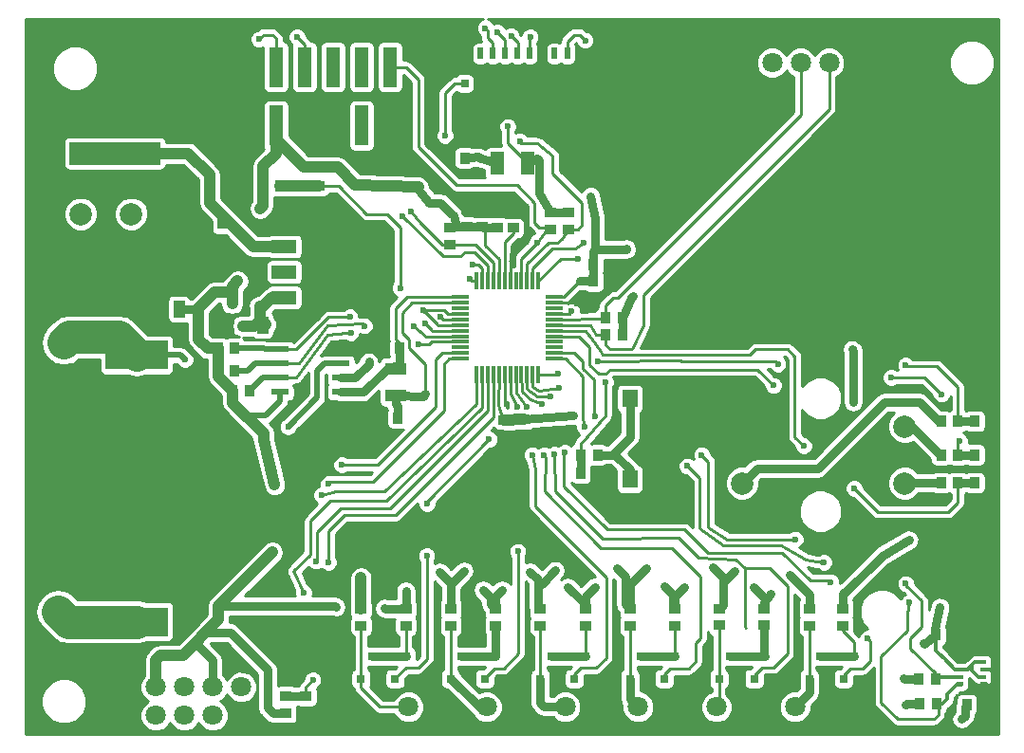
<source format=gbr>
G04 #@! TF.FileFunction,Copper,L1,Top,Signal*
%FSLAX46Y46*%
G04 Gerber Fmt 4.6, Leading zero omitted, Abs format (unit mm)*
G04 Created by KiCad (PCBNEW 4.0.7) date 06/25/18 12:02:01*
%MOMM*%
%LPD*%
G01*
G04 APERTURE LIST*
%ADD10C,0.100000*%
%ADD11R,1.250000X2.000000*%
%ADD12C,1.998980*%
%ADD13R,1.998980X1.998980*%
%ADD14R,1.270000X3.560000*%
%ADD15C,1.800000*%
%ADD16R,1.050000X1.200000*%
%ADD17R,1.050000X1.080000*%
%ADD18R,1.050000X2.390000*%
%ADD19R,0.720000X0.780000*%
%ADD20R,0.500000X1.000000*%
%ADD21R,0.899160X1.000760*%
%ADD22R,0.800100X0.800100*%
%ADD23R,1.000760X0.899160*%
%ADD24C,2.000000*%
%ADD25R,2.200000X1.200000*%
%ADD26R,6.400000X5.800000*%
%ADD27R,3.050000X2.750000*%
%ADD28R,0.500000X0.350000*%
%ADD29R,0.300000X1.500000*%
%ADD30R,1.500000X0.300000*%
%ADD31R,1.550000X0.600000*%
%ADD32R,1.900000X1.100000*%
%ADD33R,5.560000X2.600000*%
%ADD34R,5.560000X8.000000*%
%ADD35R,0.900000X1.000000*%
%ADD36R,1.000000X0.900000*%
%ADD37R,1.400000X1.600000*%
%ADD38R,1.000760X1.501140*%
%ADD39R,1.000760X1.549400*%
%ADD40C,0.600000*%
%ADD41C,0.250000*%
%ADD42C,0.800000*%
%ADD43C,0.400000*%
%ADD44C,0.300000*%
%ADD45C,1.000000*%
%ADD46C,2.000000*%
%ADD47C,0.500000*%
%ADD48C,3.000000*%
%ADD49C,0.254000*%
G04 APERTURE END LIST*
D10*
D11*
X150625000Y-70500000D03*
X153375000Y-70500000D03*
D12*
X118000760Y-75000000D03*
D13*
X113499880Y-69589800D03*
X119600960Y-69589800D03*
X113499880Y-80415280D03*
X119600960Y-80415280D03*
D12*
X113499880Y-75000000D03*
D14*
X138560000Y-61895000D03*
X141100000Y-61895000D03*
X141100000Y-67105000D03*
X138560000Y-67105000D03*
X130920000Y-67105000D03*
X133460000Y-67105000D03*
X136000000Y-67105000D03*
X136000000Y-61895000D03*
X133460000Y-61895000D03*
X130920000Y-61895000D03*
D15*
X172650000Y-61500000D03*
X175190000Y-61500000D03*
X180259840Y-61500000D03*
X177719840Y-61500000D03*
X122730000Y-117230000D03*
X120190000Y-117230000D03*
X125270000Y-117230000D03*
X127810000Y-117230000D03*
X127810000Y-119770000D03*
X125270000Y-119770000D03*
X120190000Y-119770000D03*
X122730000Y-119770000D03*
X145259840Y-119000000D03*
X142719840Y-119000000D03*
X159259840Y-119000000D03*
X156719840Y-119000000D03*
X172759840Y-119000000D03*
X170219840Y-119000000D03*
X152259840Y-119000000D03*
X149719840Y-119000000D03*
X165759840Y-119000000D03*
X163219840Y-119000000D03*
X179759840Y-119000000D03*
X177219840Y-119000000D03*
D16*
X147675000Y-67230000D03*
D17*
X147675000Y-64670000D03*
D16*
X158325000Y-66660000D03*
D18*
X158325000Y-62870000D03*
D19*
X147750000Y-63350000D03*
D20*
X156900000Y-60670000D03*
X155750000Y-60670000D03*
X154650000Y-60670000D03*
X153550000Y-60670000D03*
X152450000Y-60670000D03*
X151350000Y-60670000D03*
X150250000Y-60670000D03*
X149150000Y-60670000D03*
D21*
X131251840Y-72500000D03*
X129748160Y-72500000D03*
D22*
X157550000Y-116500760D03*
X159450000Y-116500760D03*
X158500000Y-114501780D03*
X149550000Y-116500760D03*
X151450000Y-116500760D03*
X150500000Y-114501780D03*
X141550000Y-116500760D03*
X143450000Y-116500760D03*
X142500000Y-114501780D03*
X155450000Y-114499240D03*
X153550000Y-114499240D03*
X154500000Y-116498220D03*
X139450000Y-114499240D03*
X137550000Y-114499240D03*
X138500000Y-116498220D03*
X147450000Y-114499240D03*
X145550000Y-114499240D03*
X146500000Y-116498220D03*
X181550000Y-116500760D03*
X183450000Y-116500760D03*
X182500000Y-114501780D03*
X173575000Y-116500760D03*
X175475000Y-116500760D03*
X174525000Y-114501780D03*
X165550000Y-116500760D03*
X167450000Y-116500760D03*
X166500000Y-114501780D03*
X179450000Y-114499240D03*
X177550000Y-114499240D03*
X178500000Y-116498220D03*
X171400000Y-114499240D03*
X169500000Y-114499240D03*
X170450000Y-116498220D03*
X163450000Y-114499240D03*
X161550000Y-114499240D03*
X162500000Y-116498220D03*
D21*
X146248160Y-70000000D03*
X147751840Y-70000000D03*
D23*
X158500000Y-111751840D03*
X158500000Y-110248160D03*
X150500000Y-111751840D03*
X150500000Y-110248160D03*
X142500000Y-111751840D03*
X142500000Y-110248160D03*
X154500000Y-111751840D03*
X154500000Y-110248160D03*
X138500000Y-111751840D03*
X138500000Y-110248160D03*
X146500000Y-111751840D03*
X146500000Y-110248160D03*
X181500000Y-111751840D03*
X181500000Y-110248160D03*
X174450000Y-111726840D03*
X174450000Y-110223160D03*
X166500000Y-111751840D03*
X166500000Y-110248160D03*
X178500000Y-111751840D03*
X178500000Y-110248160D03*
X170450000Y-111726840D03*
X170450000Y-110223160D03*
X162500000Y-111751840D03*
X162500000Y-110248160D03*
D24*
X172500000Y-99040000D03*
X172500000Y-93960000D03*
X187000000Y-93960000D03*
X187000000Y-96500000D03*
X187000000Y-99040000D03*
D23*
X131800000Y-119551840D03*
X131800000Y-118048160D03*
D25*
X131640000Y-77910000D03*
X131640000Y-80190000D03*
X131640000Y-82470000D03*
D26*
X137940000Y-80190000D03*
D27*
X139615000Y-81715000D03*
X136265000Y-78665000D03*
X139615000Y-78665000D03*
X136265000Y-81715000D03*
D28*
X191975000Y-115025000D03*
X194025000Y-116975000D03*
X191975000Y-115675000D03*
X191975000Y-116325000D03*
X191975000Y-116975000D03*
X194025000Y-115650000D03*
X194025000Y-115025000D03*
X194025000Y-116350000D03*
D29*
X149320000Y-80970000D03*
X148820000Y-80970000D03*
X149820000Y-80970000D03*
X150320000Y-80970000D03*
D30*
X155770000Y-85420000D03*
X155770000Y-84920000D03*
X155770000Y-83920000D03*
X155770000Y-84420000D03*
X155770000Y-86920000D03*
X155770000Y-85920000D03*
X155770000Y-86420000D03*
X155770000Y-87920000D03*
X155770000Y-87420000D03*
D29*
X154320000Y-89370000D03*
X153820000Y-89370000D03*
D30*
X147370000Y-87420000D03*
X147370000Y-86920000D03*
X147370000Y-85920000D03*
X147370000Y-86420000D03*
X147370000Y-84920000D03*
X147370000Y-84420000D03*
X147370000Y-85420000D03*
X147370000Y-82920000D03*
X147370000Y-82420000D03*
X147370000Y-83420000D03*
X147370000Y-83920000D03*
D29*
X150820000Y-80970000D03*
X151320000Y-80970000D03*
X152320000Y-80970000D03*
X151820000Y-80970000D03*
X153320000Y-80970000D03*
X153820000Y-80970000D03*
X152820000Y-80970000D03*
D30*
X155770000Y-82920000D03*
X155770000Y-83420000D03*
X155770000Y-82420000D03*
D29*
X154320000Y-80970000D03*
X151820000Y-89370000D03*
X152320000Y-89370000D03*
X153320000Y-89370000D03*
X152820000Y-89370000D03*
X150320000Y-89370000D03*
X151320000Y-89370000D03*
X150820000Y-89370000D03*
X149320000Y-89370000D03*
X149820000Y-89370000D03*
X148820000Y-89370000D03*
D30*
X147370000Y-87920000D03*
D22*
X126050000Y-85000760D03*
X127950000Y-85000760D03*
X127000000Y-83001780D03*
D31*
X136700000Y-90905000D03*
X136700000Y-89635000D03*
X136700000Y-88365000D03*
X136700000Y-87095000D03*
X131300000Y-87095000D03*
X131300000Y-88365000D03*
X131300000Y-89635000D03*
X131300000Y-90905000D03*
D32*
X141600000Y-91200000D03*
X141600000Y-88800000D03*
D21*
X159601840Y-96500000D03*
X158098160Y-96500000D03*
D23*
X155400000Y-76351840D03*
X155400000Y-74848160D03*
X146400000Y-77751840D03*
X146400000Y-76248160D03*
D21*
X160348160Y-84300000D03*
X161851840Y-84300000D03*
X128551840Y-90800000D03*
X127048160Y-90800000D03*
X160348160Y-85800000D03*
X161851840Y-85800000D03*
X127251840Y-89000000D03*
X125748160Y-89000000D03*
X127251840Y-87000000D03*
X125748160Y-87000000D03*
D23*
X157000000Y-76351840D03*
X157000000Y-74848160D03*
D21*
X189751840Y-116500000D03*
X188248160Y-116500000D03*
X189851840Y-118700000D03*
X188348160Y-118700000D03*
D33*
X118500000Y-111405000D03*
D34*
X118500000Y-99500000D03*
D33*
X118500000Y-87595000D03*
D21*
X191751840Y-96500000D03*
X190248160Y-96500000D03*
X191751840Y-99000000D03*
X190248160Y-99000000D03*
X190248160Y-93500000D03*
X191751840Y-93500000D03*
D23*
X133600000Y-119551840D03*
X133600000Y-118048160D03*
D21*
X194751840Y-93500000D03*
D35*
X193248160Y-93500000D03*
D21*
X194751840Y-99000000D03*
D35*
X193248160Y-99000000D03*
D21*
X194751840Y-96500000D03*
D35*
X193248160Y-96500000D03*
D21*
X194051840Y-118800000D03*
D35*
X192548160Y-118800000D03*
D21*
X191281840Y-112560000D03*
D35*
X189778160Y-112560000D03*
D21*
X159601840Y-98125000D03*
D35*
X158098160Y-98125000D03*
D21*
X140248160Y-93200000D03*
D35*
X141751840Y-93200000D03*
D23*
X133000000Y-74001840D03*
D36*
X133000000Y-72498160D03*
D21*
X140448160Y-87000000D03*
D35*
X141951840Y-87000000D03*
D23*
X134750000Y-74001840D03*
D36*
X134750000Y-72498160D03*
D23*
X152080000Y-74748160D03*
D36*
X152080000Y-76251840D03*
D23*
X147930000Y-74638160D03*
D36*
X147930000Y-76141840D03*
D23*
X149320000Y-74658160D03*
D36*
X149320000Y-76161840D03*
D23*
X150680000Y-74698160D03*
D36*
X150680000Y-76201840D03*
D21*
X160751840Y-79500000D03*
D35*
X159248160Y-79500000D03*
D21*
X160751840Y-81000000D03*
D35*
X159248160Y-81000000D03*
D23*
X153075000Y-94826840D03*
D36*
X153075000Y-93323160D03*
D23*
X151275000Y-94876840D03*
D36*
X151275000Y-93373160D03*
D37*
X162500000Y-98700000D03*
X165500000Y-98700000D03*
X162500000Y-91500000D03*
X165500000Y-91500000D03*
D23*
X126180000Y-77391840D03*
D36*
X126180000Y-75888160D03*
D38*
X122273040Y-83495240D03*
D39*
X119346960Y-83485080D03*
D38*
X129726960Y-84924760D03*
D39*
X132653040Y-84934920D03*
D40*
X117460000Y-82900000D03*
X145600000Y-84200000D03*
X151500000Y-91990000D03*
X152340000Y-96690000D03*
X162000000Y-80100000D03*
X157800000Y-83000000D03*
X152200000Y-78200000D03*
X144230000Y-91050000D03*
X139200000Y-88200000D03*
X129460000Y-83240000D03*
X176750000Y-107225000D03*
X171825000Y-106875000D03*
X169850000Y-106525000D03*
X163975000Y-106575000D03*
X161325000Y-106600000D03*
X155825000Y-106825000D03*
X153575000Y-106925000D03*
X147725000Y-106850000D03*
X145500000Y-106975000D03*
X138500000Y-107500000D03*
X154215000Y-77545000D03*
X160300000Y-90000000D03*
X143000000Y-74800000D03*
X132800000Y-59200000D03*
X129400000Y-59400000D03*
X142200000Y-75200000D03*
X154625000Y-91975000D03*
X153775000Y-96500000D03*
X152500000Y-105125000D03*
X153330000Y-92210000D03*
X149925000Y-95125000D03*
X144400000Y-100875000D03*
X144375000Y-105500000D03*
X152410000Y-92260000D03*
X156700000Y-96275000D03*
X183725000Y-112900000D03*
X180400000Y-107850000D03*
X156100000Y-89300000D03*
X156125000Y-90500000D03*
X155775000Y-96450000D03*
X155400000Y-91325000D03*
X154800000Y-96525000D03*
X142000000Y-81600000D03*
X144090000Y-83570000D03*
X135600000Y-106100000D03*
X134500000Y-106000000D03*
X122800000Y-88000000D03*
X132000000Y-94000000D03*
X112000000Y-86500000D03*
X111500000Y-110500000D03*
X133400000Y-108800000D03*
X135000000Y-100100000D03*
X146000000Y-68000000D03*
X152700000Y-68500000D03*
X143600000Y-86600000D03*
X137600000Y-85600000D03*
X143200000Y-85000000D03*
X138800000Y-85000000D03*
X144230000Y-84800000D03*
X137510000Y-84200000D03*
X158450000Y-94025000D03*
X167600000Y-97500000D03*
X179800000Y-106100000D03*
X187100000Y-108000000D03*
X159400000Y-93050000D03*
X168900000Y-96500000D03*
X177230000Y-104040000D03*
X187400000Y-109700000D03*
X191900000Y-95300000D03*
X190300000Y-91100000D03*
X185800000Y-89600000D03*
X175300000Y-90300000D03*
X182500000Y-99500000D03*
X178000000Y-95700000D03*
X157300000Y-83700000D03*
X159600000Y-88200000D03*
X175700000Y-88400000D03*
X187100000Y-88500000D03*
X135600000Y-99100000D03*
X158500000Y-59500000D03*
X148500000Y-79500000D03*
X148200000Y-80800000D03*
X153600000Y-59200000D03*
X150700000Y-58800000D03*
X158400000Y-77600000D03*
X157900000Y-79000000D03*
X149600000Y-58400000D03*
X136800000Y-97400000D03*
X134200000Y-116600000D03*
X181625000Y-108775000D03*
X175075000Y-108925000D03*
X173550000Y-108300000D03*
X167350000Y-108325000D03*
X165600000Y-108250000D03*
X159350000Y-108300000D03*
X156950000Y-108300000D03*
X151100000Y-108550000D03*
X149400000Y-108550000D03*
X142500000Y-108650000D03*
X140600000Y-110200000D03*
X136300000Y-110100000D03*
X192100000Y-120100000D03*
X187100000Y-118800000D03*
X188700000Y-113300000D03*
X186900000Y-116400000D03*
X190150000Y-110110000D03*
X182400000Y-91800000D03*
X182300000Y-87100000D03*
X157450000Y-93025000D03*
X187400000Y-104100000D03*
X162200000Y-78100000D03*
X158000000Y-81000000D03*
X162800000Y-82300000D03*
X159000000Y-73400000D03*
X151900000Y-59100000D03*
X151600000Y-67200000D03*
X154400000Y-73200000D03*
X146600000Y-75000000D03*
X130600000Y-105200000D03*
X130800000Y-99200000D03*
X127500000Y-81000000D03*
X129500000Y-74500000D03*
D41*
X134200000Y-84400000D02*
X134600000Y-84400000D01*
X134600000Y-84400000D02*
X134800000Y-84200000D01*
X134200000Y-84400000D02*
X132580000Y-85640000D01*
D42*
X132653040Y-84934920D02*
X132653040Y-84586960D01*
X132653040Y-84586960D02*
X133410000Y-83830000D01*
X119346960Y-83485080D02*
X118045080Y-83485080D01*
X118045080Y-83485080D02*
X117460000Y-82900000D01*
D41*
X147370000Y-84420000D02*
X145820000Y-84420000D01*
X145820000Y-84420000D02*
X145600000Y-84200000D01*
X151320000Y-90945000D02*
X151320000Y-91810000D01*
X151320000Y-91810000D02*
X151500000Y-91990000D01*
D43*
X153075000Y-94826840D02*
X152700000Y-95275000D01*
X152700000Y-95275000D02*
X152340000Y-96690000D01*
D41*
X151320000Y-89370000D02*
X151320000Y-90945000D01*
X151350000Y-90925000D02*
X151350000Y-91000000D01*
X151325000Y-90900000D02*
X151350000Y-90925000D01*
X151325000Y-90950000D02*
X151325000Y-90900000D01*
X151320000Y-90945000D02*
X151325000Y-90950000D01*
D44*
X191975000Y-115025000D02*
X191975000Y-114525000D01*
X191975000Y-114525000D02*
X192300000Y-114200000D01*
X194025000Y-116975000D02*
X194275000Y-116975000D01*
X194275000Y-116975000D02*
X194800000Y-117500000D01*
X194025000Y-115650000D02*
X194750000Y-115650000D01*
X194750000Y-115650000D02*
X194800000Y-115600000D01*
D41*
X160751840Y-81000000D02*
X161100000Y-81000000D01*
X161100000Y-81000000D02*
X162000000Y-80100000D01*
X157000000Y-82920000D02*
X157720000Y-82920000D01*
X157720000Y-82920000D02*
X157800000Y-83000000D01*
X151820000Y-79220000D02*
X151820000Y-78580000D01*
X151820000Y-78580000D02*
X152200000Y-78200000D01*
X155770000Y-82920000D02*
X157000000Y-82920000D01*
X157000000Y-82920000D02*
X157120000Y-82920000D01*
X151820000Y-80970000D02*
X151820000Y-79220000D01*
X151820000Y-79220000D02*
X151800000Y-79200000D01*
X141951840Y-87000000D02*
X141951840Y-86551840D01*
X141951840Y-86551840D02*
X141600000Y-86200000D01*
X142580000Y-82420000D02*
X147370000Y-82420000D01*
X141600000Y-83400000D02*
X142580000Y-82420000D01*
X141600000Y-86200000D02*
X141600000Y-83400000D01*
D42*
X136700000Y-90905000D02*
X138695000Y-90905000D01*
X138695000Y-90905000D02*
X140800000Y-88800000D01*
X140800000Y-88800000D02*
X141600000Y-88800000D01*
X141600000Y-88800000D02*
X141800000Y-88800000D01*
X141800000Y-88800000D02*
X141951840Y-88648160D01*
X141951840Y-88648160D02*
X141951840Y-87000000D01*
D45*
X141500000Y-88800000D02*
X141500000Y-88750000D01*
D41*
X147370000Y-82920000D02*
X143080000Y-82920000D01*
X144230000Y-88380000D02*
X144230000Y-91050000D01*
X142800000Y-87000000D02*
X144230000Y-88380000D01*
X142800000Y-86200000D02*
X142800000Y-87000000D01*
X142200000Y-85600000D02*
X142800000Y-86200000D01*
X142200000Y-83800000D02*
X142200000Y-85600000D01*
X143080000Y-82920000D02*
X142200000Y-83800000D01*
D42*
X136700000Y-89635000D02*
X137965000Y-89635000D01*
X144030000Y-91250000D02*
X141600000Y-91200000D01*
X144230000Y-91050000D02*
X144030000Y-91250000D01*
X139200000Y-88400000D02*
X139200000Y-88200000D01*
X137965000Y-89635000D02*
X139200000Y-88400000D01*
X141600000Y-91200000D02*
X141600000Y-92000000D01*
X141751840Y-92151840D02*
X141751840Y-93200000D01*
X141600000Y-92000000D02*
X141751840Y-92151840D01*
X147751840Y-70000000D02*
X148890000Y-69910000D01*
X149200000Y-70000000D02*
X150625000Y-70500000D01*
X148890000Y-69910000D02*
X149200000Y-70000000D01*
D45*
X129726960Y-84924760D02*
X130004760Y-84884760D01*
X130004760Y-84884760D02*
X129500000Y-84380000D01*
X129500000Y-83280000D02*
X129500000Y-83500000D01*
X129460000Y-83240000D02*
X129500000Y-83280000D01*
D42*
X170775000Y-108200000D02*
X170775000Y-107925000D01*
X178500000Y-108975000D02*
X178500000Y-110248160D01*
X176750000Y-107225000D02*
X178500000Y-108975000D01*
X170775000Y-107925000D02*
X171825000Y-106875000D01*
X162500000Y-110248160D02*
X162500000Y-108050000D01*
X170775000Y-107450000D02*
X170775000Y-108200000D01*
X170775000Y-108200000D02*
X170775000Y-109898160D01*
X169850000Y-106525000D02*
X170775000Y-107450000D01*
X162500000Y-108050000D02*
X163975000Y-106575000D01*
X170775000Y-109898160D02*
X170450000Y-110223160D01*
X154325000Y-108025000D02*
X154625000Y-108025000D01*
X162075000Y-107350000D02*
X162075000Y-109575000D01*
X162075000Y-109575000D02*
X162075000Y-109823160D01*
X161325000Y-106600000D02*
X162075000Y-107350000D01*
X154625000Y-108025000D02*
X155825000Y-106825000D01*
X162075000Y-109823160D02*
X162500000Y-110248160D01*
X146500000Y-108200000D02*
X146500000Y-108075000D01*
X154325000Y-107675000D02*
X154325000Y-108025000D01*
X154325000Y-108025000D02*
X154325000Y-110073160D01*
X153575000Y-106925000D02*
X154325000Y-107675000D01*
X146500000Y-108075000D02*
X147725000Y-106850000D01*
X154325000Y-110073160D02*
X154500000Y-110248160D01*
X146500000Y-107975000D02*
X146500000Y-108200000D01*
X146500000Y-108200000D02*
X146500000Y-110248160D01*
X145500000Y-106975000D02*
X146500000Y-107975000D01*
D45*
X138500000Y-107500000D02*
X138500000Y-110248160D01*
X131640000Y-82470000D02*
X130530000Y-82470000D01*
X130530000Y-82470000D02*
X129500000Y-83500000D01*
X128999240Y-85000760D02*
X127950000Y-85000760D01*
X129500000Y-83500000D02*
X129500000Y-84380000D01*
X129500000Y-84380000D02*
X129500000Y-84500000D01*
X129500000Y-84500000D02*
X128999240Y-85000760D01*
D41*
X152820000Y-79030000D02*
X152835000Y-78925000D01*
X152835000Y-78925000D02*
X154215000Y-77545000D01*
X158098160Y-96500000D02*
X158100000Y-95550000D01*
X154215000Y-77545000D02*
X155048160Y-76351840D01*
X155048160Y-76351840D02*
X155400000Y-76351840D01*
D42*
X158098160Y-98125000D02*
X158098160Y-96500000D01*
D41*
X152400000Y-72400000D02*
X154000000Y-74000000D01*
X142495000Y-61895000D02*
X143600000Y-63000000D01*
X143600000Y-63000000D02*
X143600000Y-69000000D01*
X143600000Y-69000000D02*
X147000000Y-72400000D01*
X147000000Y-72400000D02*
X152400000Y-72400000D01*
X141100000Y-61895000D02*
X142495000Y-61895000D01*
X154400000Y-76200000D02*
X155248160Y-76200000D01*
X154000000Y-75800000D02*
X154400000Y-76200000D01*
X154000000Y-74000000D02*
X154000000Y-75800000D01*
X155248160Y-76200000D02*
X155400000Y-76351840D01*
X152820000Y-80970000D02*
X152820000Y-79030000D01*
X160300000Y-90000000D02*
X160300000Y-90000000D01*
X160300000Y-93000000D02*
X160300000Y-90000000D01*
X158100000Y-95550000D02*
X160300000Y-93000000D01*
X133460000Y-61895000D02*
X133460000Y-59860000D01*
X145751840Y-77751840D02*
X146400000Y-77751840D01*
X144200000Y-76200000D02*
X145751840Y-77751840D01*
X143800000Y-75800000D02*
X144200000Y-76200000D01*
X143000000Y-74800000D02*
X143800000Y-75800000D01*
X133460000Y-59860000D02*
X132800000Y-59200000D01*
X146400000Y-77751840D02*
X148751840Y-77751840D01*
X150320000Y-79320000D02*
X150320000Y-80970000D01*
X148751840Y-77751840D02*
X150320000Y-79320000D01*
X149820000Y-80970000D02*
X149820000Y-79620000D01*
X130920000Y-59320000D02*
X130920000Y-61895000D01*
X130600000Y-59000000D02*
X130920000Y-59320000D01*
X129800000Y-59000000D02*
X130600000Y-59000000D01*
X129400000Y-59400000D02*
X129800000Y-59000000D01*
X145800000Y-78800000D02*
X142200000Y-75200000D01*
X147400000Y-78800000D02*
X145800000Y-78800000D01*
X147800000Y-78400000D02*
X147400000Y-78800000D01*
X148600000Y-78400000D02*
X147800000Y-78400000D01*
X149820000Y-79620000D02*
X148600000Y-78400000D01*
X138500000Y-111751840D02*
X138500000Y-112800000D01*
X138500000Y-112800000D02*
X138500000Y-116498220D01*
X138500000Y-116498220D02*
X138500000Y-117300000D01*
X140200000Y-119000000D02*
X142719840Y-119000000D01*
X138500000Y-117300000D02*
X140200000Y-119000000D01*
D42*
X154500000Y-116498220D02*
X154500000Y-118675000D01*
X154825000Y-119000000D02*
X156719840Y-119000000D01*
X154500000Y-118675000D02*
X154825000Y-119000000D01*
D41*
X154500000Y-111751840D02*
X154500000Y-116498220D01*
X170450000Y-116498220D02*
X170450000Y-118769840D01*
X170450000Y-118769840D02*
X170219840Y-119000000D01*
X170450000Y-111726840D02*
X170450000Y-116498220D01*
D42*
X146500000Y-116498220D02*
X146523220Y-116498220D01*
X146523220Y-116498220D02*
X149025000Y-119000000D01*
X149025000Y-119000000D02*
X149719840Y-119000000D01*
D41*
X146500000Y-111751840D02*
X146500000Y-116498220D01*
D42*
X162500000Y-116498220D02*
X162500000Y-118280160D01*
X162500000Y-118280160D02*
X163219840Y-119000000D01*
D41*
X162500000Y-111751840D02*
X162500000Y-116498220D01*
D42*
X178500000Y-116498220D02*
X178500000Y-117719840D01*
X178500000Y-117719840D02*
X177219840Y-119000000D01*
D41*
X178500000Y-111751840D02*
X178500000Y-116498220D01*
X152820000Y-89370000D02*
X152850000Y-90750000D01*
X152855000Y-90855000D02*
X153587500Y-91587500D01*
X153587500Y-91587500D02*
X154625000Y-91975000D01*
X152850000Y-90750000D02*
X152855000Y-90855000D01*
X157550000Y-116075000D02*
X157550000Y-116500760D01*
X158125000Y-115500000D02*
X157550000Y-116075000D01*
X159500000Y-115500000D02*
X158125000Y-115500000D01*
X160375000Y-114625000D02*
X159500000Y-115500000D01*
X160375000Y-107425000D02*
X160375000Y-114625000D01*
X154050000Y-101100000D02*
X160375000Y-107425000D01*
X154050000Y-97825000D02*
X154050000Y-101100000D01*
X153775000Y-96500000D02*
X154050000Y-97825000D01*
D42*
X155450000Y-114499240D02*
X158497460Y-114499240D01*
X158497460Y-114499240D02*
X158500000Y-114501780D01*
D41*
X158500000Y-111751840D02*
X158500000Y-114501780D01*
X152525000Y-105100000D02*
X152500000Y-105125000D01*
X153225000Y-92105000D02*
X153330000Y-92210000D01*
X152330000Y-90920000D02*
X153225000Y-92105000D01*
X152320000Y-89370000D02*
X152330000Y-90920000D01*
X152525000Y-105100000D02*
X152500000Y-105100000D01*
X152500000Y-105100000D02*
X152525000Y-105100000D01*
X150400000Y-115550000D02*
X149550000Y-116400000D01*
X151225000Y-115550000D02*
X150400000Y-115550000D01*
X152525000Y-114250000D02*
X151225000Y-115550000D01*
X152525000Y-105100000D02*
X152525000Y-114250000D01*
X149550000Y-116400000D02*
X149550000Y-116500760D01*
D42*
X150500000Y-114501780D02*
X150500000Y-111751840D01*
X147450000Y-114499240D02*
X150497460Y-114499240D01*
X150497460Y-114499240D02*
X150500000Y-114501780D01*
D41*
X144400000Y-100650000D02*
X144400000Y-100875000D01*
X149925000Y-95125000D02*
X144400000Y-100650000D01*
X144375000Y-105500000D02*
X144400000Y-105500000D01*
X144400000Y-105500000D02*
X144375000Y-105500000D01*
X144375000Y-105500000D02*
X144400000Y-105500000D01*
X151820000Y-89370000D02*
X151820000Y-91040000D01*
X142500000Y-115500000D02*
X141550000Y-116450000D01*
X143625000Y-115500000D02*
X142500000Y-115500000D01*
X144400000Y-114725000D02*
X143625000Y-115500000D01*
X144400000Y-105500000D02*
X144400000Y-114725000D01*
X151820000Y-91040000D02*
X152410000Y-92260000D01*
X141550000Y-116450000D02*
X141550000Y-116500760D01*
D42*
X139450000Y-114499240D02*
X142497460Y-114499240D01*
X142497460Y-114499240D02*
X142500000Y-114501780D01*
D41*
X142500000Y-114501780D02*
X142500000Y-111751840D01*
X156700000Y-96275000D02*
X156550000Y-96425000D01*
X156550000Y-96425000D02*
X156600000Y-99300000D01*
X156600000Y-99300000D02*
X160475000Y-103175000D01*
X160475000Y-103175000D02*
X166025000Y-103175000D01*
X182125000Y-115600000D02*
X181550000Y-116175000D01*
X183250000Y-115600000D02*
X182125000Y-115600000D01*
X183950000Y-114900000D02*
X183250000Y-115600000D01*
X183950000Y-113125000D02*
X183950000Y-114900000D01*
X183725000Y-112900000D02*
X183950000Y-113125000D01*
X180275000Y-107725000D02*
X180400000Y-107850000D01*
X178575000Y-107725000D02*
X180275000Y-107725000D01*
X176075000Y-105225000D02*
X178575000Y-107725000D01*
X169425000Y-105225000D02*
X176075000Y-105225000D01*
X167375000Y-103175000D02*
X169425000Y-105225000D01*
X166025000Y-103175000D02*
X167375000Y-103175000D01*
X154320000Y-89370000D02*
X156030000Y-89370000D01*
X156030000Y-89370000D02*
X156100000Y-89300000D01*
X181550000Y-116175000D02*
X181550000Y-116500760D01*
D42*
X182500000Y-114501780D02*
X179452540Y-114501780D01*
X179452540Y-114501780D02*
X179450000Y-114499240D01*
D41*
X181500000Y-111751840D02*
X181500000Y-112200000D01*
X181500000Y-112200000D02*
X182500000Y-113200000D01*
X182500000Y-113200000D02*
X182500000Y-114501780D01*
X153820000Y-89370000D02*
X153820000Y-90445000D01*
X154375000Y-90750000D02*
X156125000Y-90500000D01*
X153820000Y-90445000D02*
X154375000Y-90750000D01*
X172750000Y-106650000D02*
X175000000Y-106650000D01*
X174250000Y-115475000D02*
X173575000Y-116150000D01*
X175325000Y-115475000D02*
X174250000Y-115475000D01*
X176550000Y-114250000D02*
X175325000Y-115475000D01*
X176550000Y-108200000D02*
X176550000Y-114250000D01*
X175000000Y-106650000D02*
X176550000Y-108200000D01*
X173575000Y-116150000D02*
X173575000Y-116500760D01*
X172750000Y-111850000D02*
X172875000Y-111975000D01*
X172750000Y-106625000D02*
X172750000Y-106650000D01*
X155775000Y-96450000D02*
X155750000Y-96525000D01*
X155750000Y-96525000D02*
X155850000Y-99725000D01*
X155850000Y-99725000D02*
X160100000Y-103975000D01*
X160100000Y-103975000D02*
X166800000Y-103875000D01*
X166800000Y-103875000D02*
X168650000Y-105725000D01*
X168650000Y-105725000D02*
X171950000Y-105825000D01*
X171950000Y-105825000D02*
X172750000Y-106625000D01*
X172750000Y-106650000D02*
X172750000Y-111850000D01*
D42*
X174525000Y-114501780D02*
X171402540Y-114501780D01*
X171402540Y-114501780D02*
X171400000Y-114499240D01*
X174450000Y-111726840D02*
X174450000Y-114426780D01*
X174450000Y-114426780D02*
X174525000Y-114501780D01*
D41*
X154225000Y-91301786D02*
X155400000Y-91325000D01*
X153320000Y-90640000D02*
X154225000Y-91301786D01*
X153320000Y-89370000D02*
X153320000Y-90640000D01*
X165550000Y-116100000D02*
X165550000Y-116500760D01*
X166075000Y-115575000D02*
X165550000Y-116100000D01*
X167725000Y-115575000D02*
X166075000Y-115575000D01*
X168375000Y-114925000D02*
X167725000Y-115575000D01*
X168375000Y-113300000D02*
X168375000Y-114925000D01*
X168775000Y-112900000D02*
X168375000Y-113300000D01*
X168775000Y-107375000D02*
X168775000Y-112900000D01*
X166200000Y-104800000D02*
X168775000Y-107375000D01*
X159925000Y-104800000D02*
X166200000Y-104800000D01*
X154875000Y-99750000D02*
X159925000Y-104800000D01*
X154950000Y-96675000D02*
X154875000Y-99750000D01*
X154800000Y-96525000D02*
X154950000Y-96675000D01*
D42*
X163450000Y-114499240D02*
X166497460Y-114499240D01*
X166497460Y-114499240D02*
X166500000Y-114501780D01*
D41*
X166500000Y-111751840D02*
X166500000Y-114501780D01*
X147370000Y-83920000D02*
X146240000Y-83920000D01*
X145890000Y-83570000D02*
X144090000Y-83570000D01*
X146240000Y-83920000D02*
X145890000Y-83570000D01*
X145320000Y-84920000D02*
X145320000Y-84820000D01*
X147370000Y-84920000D02*
X145320000Y-84920000D01*
X145320000Y-84820000D02*
X144090000Y-83570000D01*
X142000000Y-81600000D02*
X142000000Y-76200000D01*
X142000000Y-76200000D02*
X140800000Y-75000000D01*
X140800000Y-75000000D02*
X139000000Y-75000000D01*
X139000000Y-75000000D02*
X136498160Y-72498160D01*
X134750000Y-72498160D02*
X136498160Y-72498160D01*
X144170000Y-83690000D02*
X144090000Y-83770000D01*
X144210000Y-83690000D02*
X144170000Y-83690000D01*
X144090000Y-83570000D02*
X144210000Y-83690000D01*
D45*
X133000000Y-72498160D02*
X134750000Y-72498160D01*
X131251840Y-72500000D02*
X132998160Y-72500000D01*
X132998160Y-72500000D02*
X133000000Y-72498160D01*
D41*
X152080000Y-76251840D02*
X152080000Y-76770000D01*
X151320000Y-77530000D02*
X151320000Y-80970000D01*
X152080000Y-76770000D02*
X151320000Y-77530000D01*
X160348160Y-85800000D02*
X160300000Y-86700000D01*
X180259840Y-65640160D02*
X180259840Y-61500000D01*
X163700000Y-82200000D02*
X180259840Y-65640160D01*
X163700000Y-84900000D02*
X163700000Y-82200000D01*
X162700000Y-87100000D02*
X163700000Y-84900000D01*
X160700000Y-87100000D02*
X162700000Y-87100000D01*
X160300000Y-86700000D02*
X160700000Y-87100000D01*
X155770000Y-84920000D02*
X159000000Y-84900000D01*
X159500000Y-85800000D02*
X160348160Y-85800000D01*
X159000000Y-84900000D02*
X159500000Y-85800000D01*
X177719840Y-61500000D02*
X177719840Y-66180160D01*
X160300000Y-83200000D02*
X160348160Y-84300000D01*
X161000000Y-82500000D02*
X160300000Y-83200000D01*
X161400000Y-82500000D02*
X161000000Y-82500000D01*
X177719840Y-66180160D02*
X161400000Y-82500000D01*
X155770000Y-84420000D02*
X160328160Y-84320000D01*
X160328160Y-84320000D02*
X160348160Y-84300000D01*
X150320000Y-93180000D02*
X141600000Y-101900000D01*
X141600000Y-101900000D02*
X137000000Y-101900000D01*
X137000000Y-101900000D02*
X135600000Y-103300000D01*
X135600000Y-103300000D02*
X135600000Y-106100000D01*
X150320000Y-89370000D02*
X150320000Y-93180000D01*
X149820000Y-92580000D02*
X149820000Y-89370000D01*
X141100000Y-101300000D02*
X149820000Y-92580000D01*
X136700000Y-101300000D02*
X141100000Y-101300000D01*
X134600000Y-103400000D02*
X136700000Y-101300000D01*
X134600000Y-105900000D02*
X134600000Y-103400000D01*
X134500000Y-106000000D02*
X134600000Y-105900000D01*
D42*
X126180000Y-75888160D02*
X126180000Y-75330000D01*
X125950000Y-75100000D02*
X125950000Y-74950000D01*
X126180000Y-75330000D02*
X125950000Y-75100000D01*
D45*
X131640000Y-77910000D02*
X128910000Y-77910000D01*
X123089800Y-69589800D02*
X119600960Y-69589800D01*
X125000000Y-71500000D02*
X123089800Y-69589800D01*
X125000000Y-74000000D02*
X125000000Y-71500000D01*
X128910000Y-77910000D02*
X125950000Y-74950000D01*
X125950000Y-74950000D02*
X125000000Y-74000000D01*
D46*
X113499880Y-69589800D02*
X119600960Y-69589800D01*
D42*
X159601840Y-96500000D02*
X160910000Y-96500000D01*
X162500000Y-94910000D02*
X162500000Y-91500000D01*
X160910000Y-96500000D02*
X162500000Y-94910000D01*
X159601840Y-96500000D02*
X161160000Y-96500000D01*
X162500000Y-97840000D02*
X162500000Y-98700000D01*
X161160000Y-96500000D02*
X162500000Y-97840000D01*
D45*
X162360000Y-91640000D02*
X162500000Y-91500000D01*
D47*
X136700000Y-88365000D02*
X135235000Y-88365000D01*
X122395000Y-87595000D02*
X118500000Y-87595000D01*
X122800000Y-88000000D02*
X122395000Y-87595000D01*
X134600000Y-91400000D02*
X132000000Y-94000000D01*
X134600000Y-89000000D02*
X134600000Y-91400000D01*
X135235000Y-88365000D02*
X134600000Y-89000000D01*
D48*
X118500000Y-111405000D02*
X112405000Y-111405000D01*
X116905000Y-86000000D02*
X118500000Y-87595000D01*
X112500000Y-86000000D02*
X116905000Y-86000000D01*
X112000000Y-86500000D02*
X112500000Y-86000000D01*
X112405000Y-111405000D02*
X111500000Y-110500000D01*
D41*
X138050000Y-100600000D02*
X135750000Y-100600000D01*
X149320000Y-92280000D02*
X140750000Y-100600000D01*
X140750000Y-100600000D02*
X138050000Y-100600000D01*
X149320000Y-89370000D02*
X149320000Y-92280000D01*
X132500000Y-106900000D02*
X133400000Y-108800000D01*
X134000000Y-105400000D02*
X132500000Y-106900000D01*
X134000000Y-102400000D02*
X134000000Y-105400000D01*
X135750000Y-100600000D02*
X134000000Y-102400000D01*
X148820000Y-91980000D02*
X148820000Y-89370000D01*
X140550000Y-99750000D02*
X148820000Y-91980000D01*
X136250000Y-99750000D02*
X140550000Y-99750000D01*
X135000000Y-100100000D02*
X136250000Y-99750000D01*
X152700000Y-68700000D02*
X152700000Y-68500000D01*
X146000000Y-67500000D02*
X146000000Y-67600000D01*
X146000000Y-68000000D02*
X146000000Y-67500000D01*
X157000000Y-76351840D02*
X157848160Y-76351840D01*
X146850000Y-63350000D02*
X147750000Y-63350000D01*
X146000000Y-67600000D02*
X146000000Y-64200000D01*
X146000000Y-64200000D02*
X146850000Y-63350000D01*
X154200000Y-68700000D02*
X152700000Y-68700000D01*
X155600000Y-69800000D02*
X154200000Y-68700000D01*
X155600000Y-71400000D02*
X155600000Y-69800000D01*
X158200000Y-74000000D02*
X155600000Y-71400000D01*
X158200000Y-76000000D02*
X158200000Y-74000000D01*
X157848160Y-76351840D02*
X158200000Y-76000000D01*
X153320000Y-80970000D02*
X153320000Y-79480000D01*
X156400000Y-77200000D02*
X157000000Y-76351840D01*
X156000000Y-77600000D02*
X156400000Y-77200000D01*
X155200000Y-77600000D02*
X156000000Y-77600000D01*
X153320000Y-79480000D02*
X155200000Y-77600000D01*
X131300000Y-89635000D02*
X132720495Y-89578424D01*
X144780000Y-86420000D02*
X147370000Y-86420000D01*
X144600000Y-86600000D02*
X144780000Y-86420000D01*
X143600000Y-86600000D02*
X144600000Y-86600000D01*
X137200000Y-85600000D02*
X137600000Y-85600000D01*
X135512997Y-85763433D02*
X137200000Y-85600000D01*
X132720495Y-89578424D02*
X135512997Y-85763433D01*
D47*
X131300000Y-89635000D02*
X129716840Y-89635000D01*
X129716840Y-89635000D02*
X128551840Y-90800000D01*
D41*
X131065000Y-88365000D02*
X132927029Y-88322713D01*
X144280000Y-85920000D02*
X147370000Y-85920000D01*
X143200000Y-85000000D02*
X144280000Y-85920000D01*
X138600000Y-84800000D02*
X138800000Y-85000000D01*
X135526431Y-84945613D02*
X138600000Y-84800000D01*
X132927029Y-88322713D02*
X135526431Y-84945613D01*
D47*
X131065000Y-88365000D02*
X129035000Y-88365000D01*
X128400000Y-89000000D02*
X127251840Y-89000000D01*
X129035000Y-88365000D02*
X128400000Y-89000000D01*
D41*
X144800000Y-85420000D02*
X144800000Y-85370000D01*
X147370000Y-85420000D02*
X144800000Y-85420000D01*
X144800000Y-85370000D02*
X144230000Y-84800000D01*
X131300000Y-87095000D02*
X132725000Y-87095000D01*
X135620000Y-84200000D02*
X137510000Y-84200000D01*
X132725000Y-87095000D02*
X135620000Y-84200000D01*
D47*
X131300000Y-87095000D02*
X129895000Y-87095000D01*
X129800000Y-87000000D02*
X127251840Y-87000000D01*
X129895000Y-87095000D02*
X129800000Y-87000000D01*
D41*
X189751840Y-116500000D02*
X189751840Y-116051840D01*
X189751840Y-116051840D02*
X187500000Y-113800000D01*
X156720000Y-87920000D02*
X155770000Y-87920000D01*
X158300000Y-89500000D02*
X156720000Y-87920000D01*
X158300000Y-93200000D02*
X158300000Y-89500000D01*
X158450000Y-94025000D02*
X158300000Y-93200000D01*
X168725000Y-98550000D02*
X167600000Y-97500000D01*
X168725000Y-103075000D02*
X168725000Y-98550000D01*
X170845000Y-104600000D02*
X168725000Y-103075000D01*
X176020000Y-104610000D02*
X170845000Y-104600000D01*
X178220307Y-105889054D02*
X176020000Y-104610000D01*
X179150000Y-106050000D02*
X178220307Y-105889054D01*
X179800000Y-106100000D02*
X179150000Y-106050000D01*
X187100000Y-108100000D02*
X187100000Y-108000000D01*
X188500000Y-109500000D02*
X187100000Y-108100000D01*
X188500000Y-111900000D02*
X188500000Y-109500000D01*
X187500000Y-112900000D02*
X188500000Y-111900000D01*
X187500000Y-113800000D02*
X187500000Y-112900000D01*
D44*
X191975000Y-116325000D02*
X189926840Y-116325000D01*
D43*
X189926840Y-116325000D02*
X189751840Y-116500000D01*
D41*
X186400000Y-120100000D02*
X189600000Y-120100000D01*
X159300000Y-92950000D02*
X159400000Y-93050000D01*
X168900000Y-96500000D02*
X169500000Y-97100000D01*
X169500000Y-97100000D02*
X169500000Y-103000000D01*
X169500000Y-103000000D02*
X171180000Y-104040000D01*
X171180000Y-104040000D02*
X177230000Y-104040000D01*
X187400000Y-109700000D02*
X187200000Y-110700000D01*
X187200000Y-110700000D02*
X187200000Y-112200000D01*
X187200000Y-112200000D02*
X184900000Y-114500000D01*
X184900000Y-114500000D02*
X184900000Y-118600000D01*
X184900000Y-118600000D02*
X186400000Y-120100000D01*
X155770000Y-87420000D02*
X157520000Y-87420000D01*
X159300000Y-89800000D02*
X159300000Y-91100000D01*
X158300000Y-88800000D02*
X159300000Y-89800000D01*
X158300000Y-88200000D02*
X158300000Y-88800000D01*
X157520000Y-87420000D02*
X158300000Y-88200000D01*
X159300000Y-91100000D02*
X159300000Y-92950000D01*
X190000000Y-119700000D02*
X190000000Y-118848160D01*
X189600000Y-120100000D02*
X190000000Y-119700000D01*
X190000000Y-118848160D02*
X189851840Y-118700000D01*
D43*
X191975000Y-116975000D02*
X191725000Y-116975000D01*
D44*
X191725000Y-116975000D02*
X190800000Y-117900000D01*
X190400000Y-118700000D02*
X189851840Y-118700000D01*
X190800000Y-118300000D02*
X190400000Y-118700000D01*
X190800000Y-117900000D02*
X190800000Y-118300000D01*
D41*
X168300000Y-88900000D02*
X160700000Y-88900000D01*
X191751840Y-95448160D02*
X191900000Y-95300000D01*
X190300000Y-91100000D02*
X188800000Y-89600000D01*
X188800000Y-89600000D02*
X185800000Y-89600000D01*
X175300000Y-90300000D02*
X173900000Y-88900000D01*
X173900000Y-88900000D02*
X168300000Y-88900000D01*
X191751840Y-96500000D02*
X191751840Y-95448160D01*
X157920000Y-85920000D02*
X155770000Y-85920000D01*
X158900000Y-86900000D02*
X157920000Y-85920000D01*
X158900000Y-88500000D02*
X158900000Y-86900000D01*
X159700000Y-89300000D02*
X158900000Y-88500000D01*
X160300000Y-89300000D02*
X159700000Y-89300000D01*
X160700000Y-88900000D02*
X160300000Y-89300000D01*
D42*
X191751840Y-96500000D02*
X193248160Y-96500000D01*
D41*
X155770000Y-85420000D02*
X158554632Y-85480370D01*
X191751840Y-100748160D02*
X191751840Y-99000000D01*
X190900000Y-101600000D02*
X191751840Y-100748160D01*
X184600000Y-101600000D02*
X190900000Y-101600000D01*
X182500000Y-99500000D02*
X184600000Y-101600000D01*
X177200000Y-94900000D02*
X178000000Y-95700000D01*
X177200000Y-87700000D02*
X177200000Y-94900000D01*
X176600000Y-87100000D02*
X177200000Y-87700000D01*
X173700000Y-87100000D02*
X176600000Y-87100000D01*
X173200000Y-87600000D02*
X173700000Y-87100000D01*
X160100000Y-87600000D02*
X173200000Y-87600000D01*
X159805830Y-87114744D02*
X160100000Y-87600000D01*
X159108108Y-86248648D02*
X159805830Y-87114744D01*
X158554632Y-85480370D02*
X159108108Y-86248648D01*
D42*
X191751840Y-99000000D02*
X193248160Y-99000000D01*
D41*
X191751840Y-93500000D02*
X191751840Y-90451840D01*
X191751840Y-90451840D02*
X189900000Y-88600000D01*
X155770000Y-83920000D02*
X157080000Y-83920000D01*
X157080000Y-83920000D02*
X157300000Y-83700000D01*
X159600000Y-88200000D02*
X167000000Y-88100000D01*
X167000000Y-88100000D02*
X167100000Y-88200000D01*
X167100000Y-88200000D02*
X175500000Y-88200000D01*
X175500000Y-88200000D02*
X175700000Y-88400000D01*
X187100000Y-88500000D02*
X187200000Y-88600000D01*
X187200000Y-88600000D02*
X189900000Y-88600000D01*
D42*
X191751840Y-93500000D02*
X193248160Y-93500000D01*
D41*
X147370000Y-87920000D02*
X146380000Y-87920000D01*
X145900000Y-88400000D02*
X146380000Y-87920000D01*
X145900000Y-92600000D02*
X145900000Y-88400000D01*
X139600000Y-98900000D02*
X145900000Y-92600000D01*
X135800000Y-98900000D02*
X139600000Y-98900000D01*
X135600000Y-99100000D02*
X135800000Y-98900000D01*
X147370000Y-87920000D02*
X146880000Y-87920000D01*
X149320000Y-80970000D02*
X149320000Y-79820000D01*
X156900000Y-59600000D02*
X156900000Y-60670000D01*
X157500000Y-59000000D02*
X156900000Y-59600000D01*
X158000000Y-59000000D02*
X157500000Y-59000000D01*
X158500000Y-59500000D02*
X158000000Y-59000000D01*
X149000000Y-79500000D02*
X148500000Y-79500000D01*
X149320000Y-79820000D02*
X149000000Y-79500000D01*
X153550000Y-60670000D02*
X153550000Y-59250000D01*
X148370000Y-80970000D02*
X148820000Y-80970000D01*
X148200000Y-80800000D02*
X148370000Y-80970000D01*
X153550000Y-59250000D02*
X153600000Y-59200000D01*
X153820000Y-80970000D02*
X153820000Y-79880000D01*
X151350000Y-59450000D02*
X150700000Y-58800000D01*
X151350000Y-59450000D02*
X151350000Y-60670000D01*
X157600000Y-78100000D02*
X158400000Y-77600000D01*
X155600000Y-78100000D02*
X157600000Y-78100000D01*
X153820000Y-79880000D02*
X155600000Y-78100000D01*
X154320000Y-80970000D02*
X154330000Y-80970000D01*
X154330000Y-80970000D02*
X156300000Y-79000000D01*
X156300000Y-79000000D02*
X157900000Y-79000000D01*
X149600000Y-58400000D02*
X149800000Y-58600000D01*
X149800000Y-58600000D02*
X149800000Y-59300000D01*
X149800000Y-59300000D02*
X150250000Y-59750000D01*
X150250000Y-59750000D02*
X150250000Y-60670000D01*
D42*
X190248160Y-96500000D02*
X190200000Y-96500000D01*
X190200000Y-96500000D02*
X187660000Y-93960000D01*
X187660000Y-93960000D02*
X187000000Y-93960000D01*
X190248160Y-99000000D02*
X187040000Y-99000000D01*
X187040000Y-99000000D02*
X187000000Y-99040000D01*
X190248160Y-93500000D02*
X190000000Y-93500000D01*
X190000000Y-93500000D02*
X188300000Y-91800000D01*
X188300000Y-91800000D02*
X185200000Y-91800000D01*
X185200000Y-91800000D02*
X179300000Y-97700000D01*
X179300000Y-97700000D02*
X173840000Y-97700000D01*
X173840000Y-97700000D02*
X172500000Y-99040000D01*
D41*
X147370000Y-87420000D02*
X145780000Y-87420000D01*
X134200000Y-116600000D02*
X133600000Y-117200000D01*
X133600000Y-117200000D02*
X133600000Y-118048160D01*
X145200000Y-89600000D02*
X145200000Y-92200000D01*
X145200000Y-92200000D02*
X142400000Y-95000000D01*
X142400000Y-95000000D02*
X140000000Y-97400000D01*
X140000000Y-97400000D02*
X136800000Y-97400000D01*
X145200000Y-88000000D02*
X145200000Y-89600000D01*
X145780000Y-87420000D02*
X145200000Y-88000000D01*
D42*
X131800000Y-118048160D02*
X133600000Y-118048160D01*
X122273040Y-83495240D02*
X123904760Y-83495240D01*
X123904760Y-83495240D02*
X124000000Y-83400000D01*
X150680000Y-76201840D02*
X149360000Y-76201840D01*
X149360000Y-76201840D02*
X149320000Y-76161840D01*
D44*
X194025000Y-116350000D02*
X193610000Y-116350000D01*
X193030000Y-115770000D02*
X193030000Y-115270000D01*
X193610000Y-116350000D02*
X193030000Y-115770000D01*
D42*
X174450000Y-110223160D02*
X174450000Y-109650000D01*
X181500000Y-108900000D02*
X181500000Y-109000000D01*
X181625000Y-108775000D02*
X181500000Y-108900000D01*
X174450000Y-109650000D02*
X175075000Y-108925000D01*
X166500000Y-110248160D02*
X166500000Y-109175000D01*
X174575000Y-109325000D02*
X174575000Y-110098160D01*
X173550000Y-108300000D02*
X174575000Y-109325000D01*
X166500000Y-109175000D02*
X167350000Y-108325000D01*
X174575000Y-110098160D02*
X174450000Y-110223160D01*
X158500000Y-110248160D02*
X158500000Y-109150000D01*
X166300000Y-108950000D02*
X166300000Y-110048160D01*
X165600000Y-108250000D02*
X166300000Y-108950000D01*
X158500000Y-109150000D02*
X159350000Y-108300000D01*
X166300000Y-110048160D02*
X166500000Y-110248160D01*
X150500000Y-110248160D02*
X150500000Y-109150000D01*
X156950000Y-108300000D02*
X158500000Y-109850000D01*
X150500000Y-109150000D02*
X151100000Y-108550000D01*
X158500000Y-109850000D02*
X158500000Y-110248160D01*
X142500000Y-110248160D02*
X142500000Y-108650000D01*
X150100000Y-109250000D02*
X150100000Y-109848160D01*
X149400000Y-108550000D02*
X150100000Y-109250000D01*
X150100000Y-109848160D02*
X150500000Y-110248160D01*
X125800000Y-110000000D02*
X136200000Y-110000000D01*
X140648160Y-110248160D02*
X142500000Y-110248160D01*
X140600000Y-110200000D02*
X140648160Y-110248160D01*
X136200000Y-110000000D02*
X136300000Y-110100000D01*
X124600000Y-112400000D02*
X126900000Y-112400000D01*
X130651840Y-119551840D02*
X131800000Y-119551840D01*
X130200000Y-119100000D02*
X130651840Y-119551840D01*
X130200000Y-115700000D02*
X130200000Y-119100000D01*
X126900000Y-112400000D02*
X130200000Y-115700000D01*
X125270000Y-117230000D02*
X125270000Y-114870000D01*
X125270000Y-114870000D02*
X123700000Y-113300000D01*
X192400000Y-119800000D02*
X192400000Y-118948160D01*
X192100000Y-120100000D02*
X192400000Y-119800000D01*
X192400000Y-118948160D02*
X192548160Y-118800000D01*
X187200000Y-118700000D02*
X188348160Y-118700000D01*
X187100000Y-118800000D02*
X187200000Y-118700000D01*
X188248160Y-116500000D02*
X187000000Y-116500000D01*
X188700000Y-113300000D02*
X188800000Y-113400000D01*
X187000000Y-116500000D02*
X186900000Y-116400000D01*
X188800000Y-113400000D02*
X189778160Y-112560000D01*
D44*
X191975000Y-115675000D02*
X191475000Y-115675000D01*
X189768160Y-113988160D02*
X189778160Y-112560000D01*
X190120000Y-114340000D02*
X189768160Y-113988160D01*
X190500000Y-114700000D02*
X190120000Y-114340000D01*
X191475000Y-115675000D02*
X190500000Y-114700000D01*
X191975000Y-115675000D02*
X192625000Y-115675000D01*
X193275000Y-115025000D02*
X194025000Y-115025000D01*
X192625000Y-115675000D02*
X193030000Y-115270000D01*
X193030000Y-115270000D02*
X193275000Y-115025000D01*
D42*
X192548160Y-118800000D02*
X192548160Y-118851840D01*
X188248160Y-118600000D02*
X188348160Y-118700000D01*
X188800000Y-113400000D02*
X189778160Y-112560000D01*
X189718061Y-112020338D02*
X189730000Y-112660000D01*
X190150000Y-110110000D02*
X189718061Y-112020338D01*
X182400000Y-87200000D02*
X182400000Y-91800000D01*
X182300000Y-87100000D02*
X182400000Y-87200000D01*
X157450000Y-93025000D02*
X157398160Y-92973160D01*
X181500000Y-110248160D02*
X181500000Y-109000000D01*
X185000000Y-105500000D02*
X187400000Y-104100000D01*
X181500000Y-109000000D02*
X185000000Y-105500000D01*
X162200000Y-78100000D02*
X162200000Y-78200000D01*
X162200000Y-78200000D02*
X162200000Y-78100000D01*
X162200000Y-78100000D02*
X162200000Y-78200000D01*
X159248160Y-81000000D02*
X158000000Y-81000000D01*
X162600000Y-82500000D02*
X161851840Y-84300000D01*
X162800000Y-82300000D02*
X162600000Y-82500000D01*
X159000000Y-73400000D02*
X159400000Y-75400000D01*
X159400000Y-75400000D02*
X159400000Y-78200000D01*
D41*
X153375000Y-70500000D02*
X153375000Y-70475000D01*
X153375000Y-70475000D02*
X151600000Y-68700000D01*
X152500000Y-59700000D02*
X152500000Y-60620000D01*
X151900000Y-59100000D02*
X152500000Y-59700000D01*
X151600000Y-68700000D02*
X151600000Y-67200000D01*
X152500000Y-60620000D02*
X152450000Y-60670000D01*
D42*
X146600000Y-75000000D02*
X145600000Y-74000000D01*
X144600000Y-74000000D02*
X145600000Y-74000000D01*
X143600000Y-72800000D02*
X143600000Y-72600000D01*
D45*
X133400000Y-70800000D02*
X130920000Y-68320000D01*
X138000000Y-72400000D02*
X143600000Y-72600000D01*
X136400000Y-70800000D02*
X138000000Y-72400000D01*
X133400000Y-70800000D02*
X136400000Y-70800000D01*
D42*
X143600000Y-72800000D02*
X144600000Y-74000000D01*
D41*
X146400000Y-76248160D02*
X147351840Y-76248160D01*
X147351840Y-76248160D02*
X147448160Y-76151840D01*
D42*
X153375000Y-70500000D02*
X154200000Y-70000000D01*
X154400000Y-70200000D02*
X154400000Y-73200000D01*
X154200000Y-70000000D02*
X154400000Y-70200000D01*
D41*
X150820000Y-89370000D02*
X150775000Y-92050000D01*
X150775000Y-92050000D02*
X151095000Y-93193160D01*
X151095000Y-93193160D02*
X151275000Y-93373160D01*
D42*
X159400000Y-78200000D02*
X162200000Y-78200000D01*
X157398160Y-92973160D02*
X153075000Y-93323160D01*
D41*
X151275000Y-93373160D02*
X151275000Y-93225000D01*
D42*
X161851840Y-85800000D02*
X161851840Y-84300000D01*
D41*
X156580000Y-82420000D02*
X155770000Y-82420000D01*
X158000000Y-81000000D02*
X156580000Y-82420000D01*
D42*
X159248160Y-79500000D02*
X159248160Y-81000000D01*
X159248160Y-78351840D02*
X159248160Y-79500000D01*
X159400000Y-78200000D02*
X159248160Y-78351840D01*
X155400000Y-74848160D02*
X157000000Y-74848160D01*
X154600000Y-73400000D02*
X155400000Y-74848160D01*
X154400000Y-73200000D02*
X154600000Y-73400000D01*
X149600000Y-76151840D02*
X148200000Y-76151840D01*
D41*
X150820000Y-80970000D02*
X150820000Y-79020000D01*
X149600000Y-77800000D02*
X149600000Y-76151840D01*
X150820000Y-79020000D02*
X149600000Y-77800000D01*
D42*
X148200000Y-76151840D02*
X147448160Y-76151840D01*
X147448160Y-76151840D02*
X147000000Y-76151840D01*
X146751840Y-75151840D02*
X146600000Y-75000000D01*
X147000000Y-76151840D02*
X146751840Y-75151840D01*
D45*
X151275000Y-93373160D02*
X153075000Y-93323160D01*
X127048160Y-91848160D02*
X129800000Y-94600000D01*
X120190000Y-114810000D02*
X120190000Y-117230000D01*
X120600000Y-114400000D02*
X120190000Y-114810000D01*
X122600000Y-114400000D02*
X120600000Y-114400000D01*
X125800000Y-111200000D02*
X124600000Y-112400000D01*
X124600000Y-112400000D02*
X123700000Y-113300000D01*
X123700000Y-113300000D02*
X122600000Y-114400000D01*
X125800000Y-110000000D02*
X125800000Y-111200000D01*
X130600000Y-105200000D02*
X125800000Y-110000000D01*
X129800000Y-95200000D02*
X130800000Y-99200000D01*
X129800000Y-94600000D02*
X129800000Y-95200000D01*
X127048160Y-90800000D02*
X127048160Y-91848160D01*
X130920000Y-67105000D02*
X130920000Y-68320000D01*
D47*
X127048160Y-91848160D02*
X128200000Y-93000000D01*
X128200000Y-93000000D02*
X130000000Y-93000000D01*
X130000000Y-93000000D02*
X131300000Y-91700000D01*
X131300000Y-91700000D02*
X131300000Y-90905000D01*
D45*
X125748160Y-89000000D02*
X125748160Y-89500000D01*
X125748160Y-89500000D02*
X127048160Y-90800000D01*
X125748160Y-87000000D02*
X124800000Y-87000000D01*
X127000000Y-82000000D02*
X127000000Y-82200000D01*
X125400000Y-82000000D02*
X127000000Y-82000000D01*
X124000000Y-83400000D02*
X125400000Y-82000000D01*
X124000000Y-86200000D02*
X124000000Y-83400000D01*
X124800000Y-87000000D02*
X124000000Y-86200000D01*
X125748160Y-89000000D02*
X125748160Y-87000000D01*
X129748160Y-72500000D02*
X129748160Y-70751840D01*
X130920000Y-69580000D02*
X130920000Y-67105000D01*
X129748160Y-70751840D02*
X130920000Y-69580000D01*
X127000000Y-83001780D02*
X127000000Y-82200000D01*
X127000000Y-82200000D02*
X127000000Y-81500000D01*
X127000000Y-81500000D02*
X127500000Y-81000000D01*
X129500000Y-74500000D02*
X129748160Y-74251840D01*
X129748160Y-74251840D02*
X129748160Y-72500000D01*
D49*
G36*
X149132154Y-57698495D02*
X148899312Y-57930930D01*
X148773144Y-58234778D01*
X148772857Y-58563779D01*
X148898495Y-58867846D01*
X149130930Y-59100688D01*
X149148000Y-59107776D01*
X149148000Y-59299995D01*
X149147999Y-59300000D01*
X149180032Y-59461034D01*
X149197631Y-59549510D01*
X149253200Y-59632676D01*
X148900000Y-59632676D01*
X148704706Y-59669423D01*
X148525340Y-59784842D01*
X148405010Y-59960951D01*
X148362676Y-60170000D01*
X148362676Y-61170000D01*
X148399423Y-61365294D01*
X148514842Y-61544660D01*
X148690951Y-61664990D01*
X148900000Y-61707324D01*
X149400000Y-61707324D01*
X149595294Y-61670577D01*
X149700267Y-61603028D01*
X149790951Y-61664990D01*
X150000000Y-61707324D01*
X150500000Y-61707324D01*
X150695294Y-61670577D01*
X150800267Y-61603028D01*
X150890951Y-61664990D01*
X151100000Y-61707324D01*
X151600000Y-61707324D01*
X151795294Y-61670577D01*
X151900267Y-61603028D01*
X151990951Y-61664990D01*
X152200000Y-61707324D01*
X152700000Y-61707324D01*
X152895294Y-61670577D01*
X153000267Y-61603028D01*
X153090951Y-61664990D01*
X153300000Y-61707324D01*
X153800000Y-61707324D01*
X153995294Y-61670577D01*
X154174660Y-61555158D01*
X154294990Y-61379049D01*
X154337324Y-61170000D01*
X154337324Y-60170000D01*
X154962676Y-60170000D01*
X154962676Y-61170000D01*
X154999423Y-61365294D01*
X155114842Y-61544660D01*
X155290951Y-61664990D01*
X155500000Y-61707324D01*
X156000000Y-61707324D01*
X156195294Y-61670577D01*
X156326017Y-61586459D01*
X156440951Y-61664990D01*
X156650000Y-61707324D01*
X157150000Y-61707324D01*
X157345294Y-61670577D01*
X157524660Y-61555158D01*
X157644990Y-61379049D01*
X157687324Y-61170000D01*
X157687324Y-60170000D01*
X157650577Y-59974706D01*
X157571011Y-59851057D01*
X157697836Y-59724232D01*
X157798495Y-59967846D01*
X158030930Y-60200688D01*
X158334778Y-60326856D01*
X158663779Y-60327143D01*
X158967846Y-60201505D01*
X159200688Y-59969070D01*
X159326856Y-59665222D01*
X159327143Y-59336221D01*
X159201505Y-59032154D01*
X158969070Y-58799312D01*
X158665222Y-58673144D01*
X158595151Y-58673083D01*
X158461034Y-58538966D01*
X158401687Y-58499312D01*
X158249510Y-58397631D01*
X158208113Y-58389396D01*
X158000000Y-58347999D01*
X157999995Y-58348000D01*
X157500000Y-58348000D01*
X157250490Y-58397631D01*
X157098313Y-58499312D01*
X157038966Y-58538966D01*
X156438966Y-59138966D01*
X156297631Y-59350490D01*
X156297631Y-59350491D01*
X156247999Y-59600000D01*
X156248000Y-59600005D01*
X156248000Y-59701624D01*
X156209049Y-59675010D01*
X156000000Y-59632676D01*
X155500000Y-59632676D01*
X155304706Y-59669423D01*
X155125340Y-59784842D01*
X155005010Y-59960951D01*
X154962676Y-60170000D01*
X154337324Y-60170000D01*
X154300577Y-59974706D01*
X154202000Y-59821513D01*
X154202000Y-59767585D01*
X154300688Y-59669070D01*
X154426856Y-59365222D01*
X154427143Y-59036221D01*
X154301505Y-58732154D01*
X154069070Y-58499312D01*
X153765222Y-58373144D01*
X153436221Y-58372857D01*
X153132154Y-58498495D01*
X152899312Y-58730930D01*
X152773144Y-59034778D01*
X152773130Y-59051062D01*
X152727083Y-59005015D01*
X152727143Y-58936221D01*
X152601505Y-58632154D01*
X152369070Y-58399312D01*
X152065222Y-58273144D01*
X151736221Y-58272857D01*
X151432154Y-58398495D01*
X151429862Y-58400783D01*
X151401505Y-58332154D01*
X151169070Y-58099312D01*
X150865222Y-57973144D01*
X150536221Y-57972857D01*
X150350099Y-58049761D01*
X150301505Y-57932154D01*
X150069070Y-57699312D01*
X149834715Y-57602000D01*
X195398000Y-57602000D01*
X195398000Y-121398000D01*
X108602000Y-121398000D01*
X108602000Y-118901426D01*
X109972649Y-118901426D01*
X110280591Y-119646703D01*
X110850298Y-120217405D01*
X111595036Y-120526647D01*
X112401426Y-120527351D01*
X113146703Y-120219409D01*
X113717405Y-119649702D01*
X114026647Y-118904964D01*
X114027351Y-118098574D01*
X113785233Y-117512603D01*
X118762752Y-117512603D01*
X118979543Y-118037275D01*
X119380614Y-118439047D01*
X119527118Y-118499881D01*
X119382725Y-118559543D01*
X118980953Y-118960614D01*
X118763248Y-119484907D01*
X118762752Y-120052603D01*
X118979543Y-120577275D01*
X119380614Y-120979047D01*
X119904907Y-121196752D01*
X120472603Y-121197248D01*
X120997275Y-120980457D01*
X121399047Y-120579386D01*
X121459881Y-120432882D01*
X121519543Y-120577275D01*
X121920614Y-120979047D01*
X122444907Y-121196752D01*
X123012603Y-121197248D01*
X123537275Y-120980457D01*
X123939047Y-120579386D01*
X123999881Y-120432882D01*
X124059543Y-120577275D01*
X124460614Y-120979047D01*
X124984907Y-121196752D01*
X125552603Y-121197248D01*
X126077275Y-120980457D01*
X126479047Y-120579386D01*
X126696752Y-120055093D01*
X126697248Y-119487397D01*
X126480457Y-118962725D01*
X126079386Y-118560953D01*
X125932882Y-118500119D01*
X126077275Y-118440457D01*
X126479047Y-118039386D01*
X126539881Y-117892882D01*
X126599543Y-118037275D01*
X127000614Y-118439047D01*
X127524907Y-118656752D01*
X128092603Y-118657248D01*
X128617275Y-118440457D01*
X129019047Y-118039386D01*
X129236752Y-117515093D01*
X129237248Y-116947397D01*
X129020457Y-116422725D01*
X128619386Y-116020953D01*
X128095093Y-115803248D01*
X127527397Y-115802752D01*
X127002725Y-116019543D01*
X126600953Y-116420614D01*
X126540119Y-116567118D01*
X126480457Y-116422725D01*
X126197000Y-116138773D01*
X126197000Y-114870000D01*
X126126436Y-114515252D01*
X125925488Y-114214512D01*
X125081687Y-113370711D01*
X125125398Y-113327000D01*
X126516024Y-113327000D01*
X129273000Y-116083976D01*
X129273000Y-119100000D01*
X129343564Y-119454748D01*
X129507436Y-119700000D01*
X129544512Y-119755488D01*
X129996352Y-120207328D01*
X130297092Y-120408276D01*
X130651840Y-120478840D01*
X131064856Y-120478840D01*
X131090571Y-120496410D01*
X131299620Y-120538744D01*
X132300380Y-120538744D01*
X132495674Y-120501997D01*
X132675040Y-120386578D01*
X132795370Y-120210469D01*
X132837704Y-120001420D01*
X132837704Y-119102260D01*
X132813789Y-118975160D01*
X132864856Y-118975160D01*
X132890571Y-118992730D01*
X133099620Y-119035064D01*
X134100380Y-119035064D01*
X134295674Y-118998317D01*
X134475040Y-118882898D01*
X134595370Y-118706789D01*
X134637704Y-118497740D01*
X134637704Y-117598580D01*
X134600957Y-117403286D01*
X134563268Y-117344716D01*
X134667846Y-117301505D01*
X134900688Y-117069070D01*
X135026856Y-116765222D01*
X135027143Y-116436221D01*
X134901505Y-116132154D01*
X134669070Y-115899312D01*
X134365222Y-115773144D01*
X134036221Y-115772857D01*
X133732154Y-115898495D01*
X133499312Y-116130930D01*
X133373144Y-116434778D01*
X133373083Y-116504849D01*
X133138966Y-116738966D01*
X132997631Y-116950490D01*
X132992756Y-116975000D01*
X132970775Y-117085500D01*
X132904326Y-117098003D01*
X132868339Y-117121160D01*
X132535144Y-117121160D01*
X132509429Y-117103590D01*
X132300380Y-117061256D01*
X131299620Y-117061256D01*
X131127000Y-117093737D01*
X131127000Y-115700000D01*
X131112074Y-115624960D01*
X131056437Y-115345253D01*
X130855488Y-115044512D01*
X127555488Y-111744512D01*
X127449661Y-111673801D01*
X127254748Y-111543564D01*
X126900000Y-111473000D01*
X126772697Y-111473000D01*
X126827000Y-111200000D01*
X126827000Y-110927000D01*
X135901199Y-110927000D01*
X135945253Y-110956436D01*
X136300000Y-111027000D01*
X136654747Y-110956436D01*
X136955488Y-110755488D01*
X137156436Y-110454747D01*
X137227000Y-110100000D01*
X137156436Y-109745253D01*
X136955488Y-109444512D01*
X136855488Y-109344512D01*
X136781765Y-109295252D01*
X136554748Y-109143564D01*
X136200000Y-109073000D01*
X134182103Y-109073000D01*
X134226856Y-108965222D01*
X134227143Y-108636221D01*
X134101505Y-108332154D01*
X133869070Y-108099312D01*
X133770071Y-108058204D01*
X133285933Y-107036135D01*
X133826334Y-106495734D01*
X134030930Y-106700688D01*
X134334778Y-106826856D01*
X134663779Y-106827143D01*
X134967846Y-106701505D01*
X134999939Y-106669468D01*
X135130930Y-106800688D01*
X135434778Y-106926856D01*
X135763779Y-106927143D01*
X136067846Y-106801505D01*
X136300688Y-106569070D01*
X136426856Y-106265222D01*
X136427143Y-105936221D01*
X136301505Y-105632154D01*
X136252000Y-105582562D01*
X136252000Y-103570068D01*
X137270068Y-102552000D01*
X141599995Y-102552000D01*
X141600000Y-102552001D01*
X141808113Y-102510604D01*
X141849510Y-102502369D01*
X142061034Y-102361034D01*
X143573023Y-100849045D01*
X143572857Y-101038779D01*
X143698495Y-101342846D01*
X143930930Y-101575688D01*
X144234778Y-101701856D01*
X144563779Y-101702143D01*
X144867846Y-101576505D01*
X145100688Y-101344070D01*
X145226856Y-101040222D01*
X145227114Y-100744954D01*
X150019985Y-95952083D01*
X150088779Y-95952143D01*
X150392846Y-95826505D01*
X150625688Y-95594070D01*
X150751856Y-95290222D01*
X150752143Y-94961221D01*
X150626505Y-94657154D01*
X150394070Y-94424312D01*
X150114035Y-94308032D01*
X150325006Y-94097061D01*
X150389842Y-94197820D01*
X150565951Y-94318150D01*
X150775000Y-94360484D01*
X151072723Y-94360484D01*
X151303517Y-94399764D01*
X153103516Y-94349764D01*
X153275834Y-94310484D01*
X153575000Y-94310484D01*
X153770294Y-94273737D01*
X153906883Y-94185845D01*
X157260613Y-93914329D01*
X157450000Y-93952000D01*
X157623094Y-93917570D01*
X157622857Y-94188779D01*
X157748495Y-94492846D01*
X157964368Y-94709097D01*
X157606334Y-95124092D01*
X157555536Y-95213746D01*
X157498115Y-95299324D01*
X157493206Y-95323753D01*
X157480924Y-95345431D01*
X157468301Y-95447706D01*
X157458171Y-95498124D01*
X157453286Y-95499043D01*
X157273920Y-95614462D01*
X157247601Y-95652981D01*
X157169070Y-95574312D01*
X156865222Y-95448144D01*
X156536221Y-95447857D01*
X156232154Y-95573495D01*
X156111269Y-95694169D01*
X155940222Y-95623144D01*
X155611221Y-95622857D01*
X155307154Y-95748495D01*
X155242328Y-95813208D01*
X154965222Y-95698144D01*
X154636221Y-95697857D01*
X154332154Y-95823495D01*
X154300126Y-95855467D01*
X154244070Y-95799312D01*
X153940222Y-95673144D01*
X153611221Y-95672857D01*
X153307154Y-95798495D01*
X153074312Y-96030930D01*
X152948144Y-96334778D01*
X152947857Y-96663779D01*
X153073495Y-96967846D01*
X153241040Y-97135685D01*
X153398000Y-97891946D01*
X153398000Y-101099995D01*
X153397999Y-101100000D01*
X153437783Y-101300000D01*
X153447631Y-101349510D01*
X153533063Y-101477369D01*
X153588966Y-101561034D01*
X159413580Y-107385647D01*
X159350000Y-107373000D01*
X158995253Y-107443563D01*
X158694512Y-107644512D01*
X158150000Y-108189024D01*
X157605488Y-107644512D01*
X157304747Y-107443564D01*
X156950000Y-107373000D01*
X156595253Y-107443564D01*
X156360668Y-107600308D01*
X156480488Y-107480488D01*
X156681436Y-107179747D01*
X156752000Y-106825000D01*
X156681436Y-106470253D01*
X156480488Y-106169512D01*
X156179747Y-105968564D01*
X155825000Y-105898000D01*
X155470253Y-105968564D01*
X155169512Y-106169512D01*
X154650000Y-106689024D01*
X154230488Y-106269512D01*
X153929747Y-106068564D01*
X153575000Y-105998000D01*
X153220253Y-106068564D01*
X153177000Y-106097465D01*
X153177000Y-105617717D01*
X153200688Y-105594070D01*
X153326856Y-105290222D01*
X153327143Y-104961221D01*
X153201505Y-104657154D01*
X152969070Y-104424312D01*
X152665222Y-104298144D01*
X152336221Y-104297857D01*
X152032154Y-104423495D01*
X151799312Y-104655930D01*
X151673144Y-104959778D01*
X151672857Y-105288779D01*
X151798495Y-105592846D01*
X151873000Y-105667481D01*
X151873000Y-108070382D01*
X151755488Y-107894512D01*
X151454747Y-107693564D01*
X151100000Y-107623000D01*
X150745253Y-107693564D01*
X150444512Y-107894512D01*
X150250000Y-108089024D01*
X150055488Y-107894512D01*
X149754747Y-107693564D01*
X149400000Y-107623000D01*
X149045253Y-107693564D01*
X148744512Y-107894512D01*
X148543564Y-108195253D01*
X148473000Y-108550000D01*
X148543564Y-108904747D01*
X148744512Y-109205488D01*
X149173000Y-109633976D01*
X149173000Y-109848160D01*
X149243564Y-110202908D01*
X149424570Y-110473802D01*
X149444512Y-110503648D01*
X149462296Y-110521432D01*
X149462296Y-110697740D01*
X149499043Y-110893034D01*
X149568089Y-111000335D01*
X149504630Y-111093211D01*
X149462296Y-111302260D01*
X149462296Y-112201420D01*
X149499043Y-112396714D01*
X149573000Y-112511646D01*
X149573000Y-113572240D01*
X147901278Y-113572240D01*
X147850050Y-113561866D01*
X147152000Y-113561866D01*
X147152000Y-112710215D01*
X147195674Y-112701997D01*
X147375040Y-112586578D01*
X147495370Y-112410469D01*
X147537704Y-112201420D01*
X147537704Y-111302260D01*
X147500957Y-111106966D01*
X147431911Y-110999665D01*
X147495370Y-110906789D01*
X147537704Y-110697740D01*
X147537704Y-109798580D01*
X147500957Y-109603286D01*
X147427000Y-109488354D01*
X147427000Y-108458976D01*
X148380488Y-107505488D01*
X148581437Y-107204747D01*
X148652000Y-106850000D01*
X148581437Y-106495253D01*
X148380488Y-106194512D01*
X148079747Y-105993563D01*
X147725000Y-105923000D01*
X147370253Y-105993563D01*
X147069512Y-106194512D01*
X146550000Y-106714024D01*
X146155488Y-106319512D01*
X145854747Y-106118564D01*
X145500000Y-106048000D01*
X145145253Y-106118564D01*
X145052000Y-106180873D01*
X145052000Y-105992717D01*
X145075688Y-105969070D01*
X145201856Y-105665222D01*
X145202143Y-105336221D01*
X145076505Y-105032154D01*
X144844070Y-104799312D01*
X144540222Y-104673144D01*
X144211221Y-104672857D01*
X143907154Y-104798495D01*
X143674312Y-105030930D01*
X143548144Y-105334778D01*
X143547857Y-105663779D01*
X143673495Y-105967846D01*
X143748000Y-106042481D01*
X143748000Y-114454933D01*
X143437374Y-114765558D01*
X143437374Y-114101730D01*
X143400627Y-113906436D01*
X143285208Y-113727070D01*
X143152000Y-113636053D01*
X143152000Y-112710215D01*
X143195674Y-112701997D01*
X143375040Y-112586578D01*
X143495370Y-112410469D01*
X143537704Y-112201420D01*
X143537704Y-111302260D01*
X143500957Y-111106966D01*
X143431911Y-110999665D01*
X143495370Y-110906789D01*
X143537704Y-110697740D01*
X143537704Y-109798580D01*
X143500957Y-109603286D01*
X143427000Y-109488354D01*
X143427000Y-108650000D01*
X143356436Y-108295252D01*
X143155488Y-107994512D01*
X142854748Y-107793564D01*
X142500000Y-107723000D01*
X142145252Y-107793564D01*
X141844512Y-107994512D01*
X141643564Y-108295252D01*
X141573000Y-108650000D01*
X141573000Y-109321160D01*
X140842115Y-109321160D01*
X140600000Y-109273000D01*
X140245253Y-109343564D01*
X139944512Y-109544512D01*
X139743564Y-109845253D01*
X139673000Y-110200000D01*
X139743564Y-110554747D01*
X139944512Y-110855488D01*
X139992672Y-110903648D01*
X140293413Y-111104597D01*
X140648160Y-111175160D01*
X141488035Y-111175160D01*
X141462296Y-111302260D01*
X141462296Y-112201420D01*
X141499043Y-112396714D01*
X141614462Y-112576080D01*
X141790571Y-112696410D01*
X141848000Y-112708040D01*
X141848000Y-113572240D01*
X139901278Y-113572240D01*
X139850050Y-113561866D01*
X139152000Y-113561866D01*
X139152000Y-112710215D01*
X139195674Y-112701997D01*
X139375040Y-112586578D01*
X139495370Y-112410469D01*
X139537704Y-112201420D01*
X139537704Y-111302260D01*
X139500957Y-111106966D01*
X139431911Y-110999665D01*
X139495370Y-110906789D01*
X139537704Y-110697740D01*
X139537704Y-109798580D01*
X139527000Y-109741693D01*
X139527000Y-107500000D01*
X139448824Y-107106984D01*
X139226199Y-106773801D01*
X138893016Y-106551176D01*
X138500000Y-106473000D01*
X138106984Y-106551176D01*
X137773801Y-106773801D01*
X137551176Y-107106984D01*
X137473000Y-107500000D01*
X137473000Y-109745723D01*
X137462296Y-109798580D01*
X137462296Y-110697740D01*
X137499043Y-110893034D01*
X137568089Y-111000335D01*
X137504630Y-111093211D01*
X137462296Y-111302260D01*
X137462296Y-112201420D01*
X137499043Y-112396714D01*
X137614462Y-112576080D01*
X137790571Y-112696410D01*
X137848000Y-112708040D01*
X137848000Y-115634050D01*
X137725290Y-115713012D01*
X137604960Y-115889121D01*
X137562626Y-116098170D01*
X137562626Y-116898270D01*
X137599373Y-117093564D01*
X137714792Y-117272930D01*
X137862720Y-117374005D01*
X137877739Y-117449509D01*
X137897631Y-117549510D01*
X137972149Y-117661034D01*
X138038966Y-117761034D01*
X139738966Y-119461034D01*
X139950490Y-119602369D01*
X140200000Y-119652000D01*
X141445224Y-119652000D01*
X141509383Y-119807275D01*
X141910454Y-120209047D01*
X142434747Y-120426752D01*
X143002443Y-120427248D01*
X143527115Y-120210457D01*
X143928887Y-119809386D01*
X144146592Y-119285093D01*
X144147088Y-118717397D01*
X143930297Y-118192725D01*
X143529226Y-117790953D01*
X143004933Y-117573248D01*
X142437237Y-117572752D01*
X141912565Y-117789543D01*
X141510793Y-118190614D01*
X141445441Y-118348000D01*
X140470068Y-118348000D01*
X139327798Y-117205730D01*
X139395040Y-117107319D01*
X139437374Y-116898270D01*
X139437374Y-116098170D01*
X139400627Y-115902876D01*
X139285208Y-115723510D01*
X139152000Y-115632493D01*
X139152000Y-115436614D01*
X139850050Y-115436614D01*
X139905183Y-115426240D01*
X141651692Y-115426240D01*
X141514546Y-115563386D01*
X141149950Y-115563386D01*
X140954656Y-115600133D01*
X140775290Y-115715552D01*
X140654960Y-115891661D01*
X140612626Y-116100710D01*
X140612626Y-116900810D01*
X140649373Y-117096104D01*
X140764792Y-117275470D01*
X140940901Y-117395800D01*
X141149950Y-117438134D01*
X141950050Y-117438134D01*
X142145344Y-117401387D01*
X142324710Y-117285968D01*
X142445040Y-117109859D01*
X142487374Y-116900810D01*
X142487374Y-116434694D01*
X142770068Y-116152000D01*
X143624995Y-116152000D01*
X143625000Y-116152001D01*
X143833113Y-116110604D01*
X143874510Y-116102369D01*
X144086034Y-115961034D01*
X144086035Y-115961033D01*
X144861031Y-115186036D01*
X144861034Y-115186034D01*
X144973978Y-115017000D01*
X145002370Y-114974509D01*
X145052001Y-114725000D01*
X145052000Y-114724995D01*
X145052000Y-107837976D01*
X145573000Y-108358976D01*
X145573000Y-109489468D01*
X145504630Y-109589531D01*
X145462296Y-109798580D01*
X145462296Y-110697740D01*
X145499043Y-110893034D01*
X145568089Y-111000335D01*
X145504630Y-111093211D01*
X145462296Y-111302260D01*
X145462296Y-112201420D01*
X145499043Y-112396714D01*
X145614462Y-112576080D01*
X145790571Y-112696410D01*
X145848000Y-112708040D01*
X145848000Y-115634050D01*
X145725290Y-115713012D01*
X145604960Y-115889121D01*
X145562626Y-116098170D01*
X145562626Y-116898270D01*
X145599373Y-117093564D01*
X145714792Y-117272930D01*
X145890901Y-117393260D01*
X146099950Y-117435594D01*
X146149618Y-117435594D01*
X148369512Y-119655488D01*
X148476091Y-119726702D01*
X148509383Y-119807275D01*
X148910454Y-120209047D01*
X149434747Y-120426752D01*
X150002443Y-120427248D01*
X150527115Y-120210457D01*
X150928887Y-119809386D01*
X151146592Y-119285093D01*
X151147088Y-118717397D01*
X150930297Y-118192725D01*
X150529226Y-117790953D01*
X150004933Y-117573248D01*
X149437237Y-117572752D01*
X149063255Y-117727279D01*
X147437374Y-116101398D01*
X147437374Y-116098170D01*
X147400627Y-115902876D01*
X147285208Y-115723510D01*
X147152000Y-115632493D01*
X147152000Y-115436614D01*
X147850050Y-115436614D01*
X147905183Y-115426240D01*
X149601693Y-115426240D01*
X149464546Y-115563386D01*
X149149950Y-115563386D01*
X148954656Y-115600133D01*
X148775290Y-115715552D01*
X148654960Y-115891661D01*
X148612626Y-116100710D01*
X148612626Y-116900810D01*
X148649373Y-117096104D01*
X148764792Y-117275470D01*
X148940901Y-117395800D01*
X149149950Y-117438134D01*
X149950050Y-117438134D01*
X150145344Y-117401387D01*
X150324710Y-117285968D01*
X150445040Y-117109859D01*
X150487374Y-116900810D01*
X150487374Y-116384693D01*
X150670067Y-116202000D01*
X151224995Y-116202000D01*
X151225000Y-116202001D01*
X151467763Y-116153711D01*
X151474510Y-116152369D01*
X151686034Y-116011034D01*
X151686035Y-116011033D01*
X152986031Y-114711036D01*
X152986034Y-114711034D01*
X153080471Y-114569698D01*
X153127370Y-114499509D01*
X153177001Y-114250000D01*
X153177000Y-114249995D01*
X153177000Y-107837976D01*
X153398000Y-108058976D01*
X153398000Y-110073160D01*
X153462296Y-110396397D01*
X153462296Y-110697740D01*
X153499043Y-110893034D01*
X153568089Y-111000335D01*
X153504630Y-111093211D01*
X153462296Y-111302260D01*
X153462296Y-112201420D01*
X153499043Y-112396714D01*
X153614462Y-112576080D01*
X153790571Y-112696410D01*
X153848000Y-112708040D01*
X153848000Y-115634050D01*
X153725290Y-115713012D01*
X153604960Y-115889121D01*
X153562626Y-116098170D01*
X153562626Y-116898270D01*
X153573000Y-116953403D01*
X153573000Y-118675000D01*
X153643564Y-119029748D01*
X153757577Y-119200380D01*
X153844512Y-119330488D01*
X154169512Y-119655488D01*
X154470252Y-119856436D01*
X154825000Y-119927000D01*
X155628899Y-119927000D01*
X155910454Y-120209047D01*
X156434747Y-120426752D01*
X157002443Y-120427248D01*
X157527115Y-120210457D01*
X157928887Y-119809386D01*
X158146592Y-119285093D01*
X158147088Y-118717397D01*
X157930297Y-118192725D01*
X157529226Y-117790953D01*
X157004933Y-117573248D01*
X156437237Y-117572752D01*
X155912565Y-117789543D01*
X155628613Y-118073000D01*
X155427000Y-118073000D01*
X155427000Y-116949498D01*
X155437374Y-116898270D01*
X155437374Y-116098170D01*
X155400627Y-115902876D01*
X155285208Y-115723510D01*
X155152000Y-115632493D01*
X155152000Y-115436614D01*
X155850050Y-115436614D01*
X155905183Y-115426240D01*
X157276692Y-115426240D01*
X157137135Y-115565797D01*
X156954656Y-115600133D01*
X156775290Y-115715552D01*
X156654960Y-115891661D01*
X156612626Y-116100710D01*
X156612626Y-116900810D01*
X156649373Y-117096104D01*
X156764792Y-117275470D01*
X156940901Y-117395800D01*
X157149950Y-117438134D01*
X157950050Y-117438134D01*
X158145344Y-117401387D01*
X158324710Y-117285968D01*
X158445040Y-117109859D01*
X158487374Y-116900810D01*
X158487374Y-116152000D01*
X159499995Y-116152000D01*
X159500000Y-116152001D01*
X159708113Y-116110604D01*
X159749510Y-116102369D01*
X159961034Y-115961034D01*
X160836034Y-115086034D01*
X160977370Y-114874509D01*
X161027001Y-114625000D01*
X161027000Y-114624995D01*
X161027000Y-107612976D01*
X161148000Y-107733976D01*
X161148000Y-109823160D01*
X161218564Y-110177908D01*
X161368904Y-110402908D01*
X161419512Y-110478648D01*
X161462296Y-110521432D01*
X161462296Y-110697740D01*
X161499043Y-110893034D01*
X161568089Y-111000335D01*
X161504630Y-111093211D01*
X161462296Y-111302260D01*
X161462296Y-112201420D01*
X161499043Y-112396714D01*
X161614462Y-112576080D01*
X161790571Y-112696410D01*
X161848000Y-112708040D01*
X161848000Y-115634050D01*
X161725290Y-115713012D01*
X161604960Y-115889121D01*
X161562626Y-116098170D01*
X161562626Y-116898270D01*
X161573000Y-116953403D01*
X161573000Y-118280160D01*
X161643564Y-118634908D01*
X161788513Y-118851840D01*
X161792963Y-118858499D01*
X161792592Y-119282603D01*
X162009383Y-119807275D01*
X162410454Y-120209047D01*
X162934747Y-120426752D01*
X163502443Y-120427248D01*
X164027115Y-120210457D01*
X164428887Y-119809386D01*
X164646592Y-119285093D01*
X164647088Y-118717397D01*
X164430297Y-118192725D01*
X164029226Y-117790953D01*
X163504933Y-117573248D01*
X163427000Y-117573180D01*
X163427000Y-116949498D01*
X163437374Y-116898270D01*
X163437374Y-116098170D01*
X163400627Y-115902876D01*
X163285208Y-115723510D01*
X163152000Y-115632493D01*
X163152000Y-115436614D01*
X163850050Y-115436614D01*
X163905183Y-115426240D01*
X165301692Y-115426240D01*
X165164546Y-115563386D01*
X165149950Y-115563386D01*
X164954656Y-115600133D01*
X164775290Y-115715552D01*
X164654960Y-115891661D01*
X164612626Y-116100710D01*
X164612626Y-116900810D01*
X164649373Y-117096104D01*
X164764792Y-117275470D01*
X164940901Y-117395800D01*
X165149950Y-117438134D01*
X165950050Y-117438134D01*
X166145344Y-117401387D01*
X166324710Y-117285968D01*
X166445040Y-117109859D01*
X166487374Y-116900810D01*
X166487374Y-116227000D01*
X167724995Y-116227000D01*
X167725000Y-116227001D01*
X167933113Y-116185604D01*
X167974510Y-116177369D01*
X168186034Y-116036034D01*
X168836031Y-115386036D01*
X168836034Y-115386034D01*
X168943305Y-115225491D01*
X168977370Y-115174509D01*
X169027001Y-114925000D01*
X169027000Y-114924995D01*
X169027000Y-113570068D01*
X169236031Y-113361036D01*
X169236034Y-113361034D01*
X169377369Y-113149510D01*
X169427000Y-112900000D01*
X169427000Y-112254565D01*
X169449043Y-112371714D01*
X169564462Y-112551080D01*
X169740571Y-112671410D01*
X169798000Y-112683040D01*
X169798000Y-115634050D01*
X169675290Y-115713012D01*
X169554960Y-115889121D01*
X169512626Y-116098170D01*
X169512626Y-116898270D01*
X169549373Y-117093564D01*
X169664792Y-117272930D01*
X169798000Y-117363947D01*
X169798000Y-117630284D01*
X169412565Y-117789543D01*
X169010793Y-118190614D01*
X168793088Y-118714907D01*
X168792592Y-119282603D01*
X169009383Y-119807275D01*
X169410454Y-120209047D01*
X169934747Y-120426752D01*
X170502443Y-120427248D01*
X171027115Y-120210457D01*
X171428887Y-119809386D01*
X171646592Y-119285093D01*
X171647088Y-118717397D01*
X171430297Y-118192725D01*
X171102000Y-117863854D01*
X171102000Y-117362390D01*
X171224710Y-117283428D01*
X171345040Y-117107319D01*
X171387374Y-116898270D01*
X171387374Y-116098170D01*
X171350627Y-115902876D01*
X171235208Y-115723510D01*
X171102000Y-115632493D01*
X171102000Y-115436614D01*
X171800050Y-115436614D01*
X171841684Y-115428780D01*
X173374152Y-115428780D01*
X173239546Y-115563386D01*
X173174950Y-115563386D01*
X172979656Y-115600133D01*
X172800290Y-115715552D01*
X172679960Y-115891661D01*
X172637626Y-116100710D01*
X172637626Y-116900810D01*
X172674373Y-117096104D01*
X172789792Y-117275470D01*
X172965901Y-117395800D01*
X173174950Y-117438134D01*
X173975050Y-117438134D01*
X174170344Y-117401387D01*
X174349710Y-117285968D01*
X174470040Y-117109859D01*
X174512374Y-116900810D01*
X174512374Y-116134694D01*
X174520068Y-116127000D01*
X175324995Y-116127000D01*
X175325000Y-116127001D01*
X175533113Y-116085604D01*
X175574510Y-116077369D01*
X175786034Y-115936034D01*
X177011031Y-114711036D01*
X177011034Y-114711034D01*
X177105471Y-114569698D01*
X177152370Y-114499509D01*
X177202001Y-114250000D01*
X177202000Y-114249995D01*
X177202000Y-108987976D01*
X177573000Y-109358976D01*
X177573000Y-109489468D01*
X177504630Y-109589531D01*
X177462296Y-109798580D01*
X177462296Y-110697740D01*
X177499043Y-110893034D01*
X177568089Y-111000335D01*
X177504630Y-111093211D01*
X177462296Y-111302260D01*
X177462296Y-112201420D01*
X177499043Y-112396714D01*
X177614462Y-112576080D01*
X177790571Y-112696410D01*
X177848000Y-112708040D01*
X177848000Y-115634050D01*
X177725290Y-115713012D01*
X177604960Y-115889121D01*
X177562626Y-116098170D01*
X177562626Y-116898270D01*
X177573000Y-116953403D01*
X177573000Y-117335864D01*
X177335764Y-117573100D01*
X176937237Y-117572752D01*
X176412565Y-117789543D01*
X176010793Y-118190614D01*
X175793088Y-118714907D01*
X175792592Y-119282603D01*
X176009383Y-119807275D01*
X176410454Y-120209047D01*
X176934747Y-120426752D01*
X177502443Y-120427248D01*
X178027115Y-120210457D01*
X178428887Y-119809386D01*
X178646592Y-119285093D01*
X178646943Y-118883873D01*
X179155488Y-118375328D01*
X179356437Y-118074587D01*
X179427000Y-117719840D01*
X179427000Y-116949498D01*
X179437374Y-116898270D01*
X179437374Y-116098170D01*
X179400627Y-115902876D01*
X179285208Y-115723510D01*
X179152000Y-115632493D01*
X179152000Y-115436614D01*
X179850050Y-115436614D01*
X179891684Y-115428780D01*
X181374152Y-115428780D01*
X181239546Y-115563386D01*
X181149950Y-115563386D01*
X180954656Y-115600133D01*
X180775290Y-115715552D01*
X180654960Y-115891661D01*
X180612626Y-116100710D01*
X180612626Y-116900810D01*
X180649373Y-117096104D01*
X180764792Y-117275470D01*
X180940901Y-117395800D01*
X181149950Y-117438134D01*
X181950050Y-117438134D01*
X182145344Y-117401387D01*
X182324710Y-117285968D01*
X182445040Y-117109859D01*
X182487374Y-116900810D01*
X182487374Y-116252000D01*
X183249995Y-116252000D01*
X183250000Y-116252001D01*
X183458113Y-116210604D01*
X183499510Y-116202369D01*
X183711034Y-116061034D01*
X183711035Y-116061033D01*
X184248000Y-115524067D01*
X184248000Y-118599995D01*
X184247999Y-118600000D01*
X184283548Y-118778711D01*
X184297631Y-118849510D01*
X184421614Y-119035064D01*
X184438966Y-119061034D01*
X185938964Y-120561031D01*
X185938966Y-120561034D01*
X186150490Y-120702369D01*
X186400000Y-120752000D01*
X189599995Y-120752000D01*
X189600000Y-120752001D01*
X189808113Y-120710604D01*
X189849510Y-120702369D01*
X190061034Y-120561034D01*
X190061035Y-120561033D01*
X190461031Y-120161036D01*
X190461034Y-120161034D01*
X190602369Y-119949510D01*
X190652000Y-119700000D01*
X190652000Y-119601033D01*
X190676080Y-119585538D01*
X190796410Y-119409429D01*
X190837565Y-119206204D01*
X190878711Y-119178711D01*
X191278711Y-118778712D01*
X191359870Y-118657248D01*
X191425466Y-118559077D01*
X191477000Y-118300000D01*
X191477000Y-118180422D01*
X191682338Y-117975084D01*
X191603170Y-118090951D01*
X191560836Y-118300000D01*
X191560836Y-118567563D01*
X191543564Y-118593412D01*
X191473000Y-118948160D01*
X191473000Y-119416024D01*
X191444512Y-119444512D01*
X191243564Y-119745253D01*
X191173000Y-120100000D01*
X191243564Y-120454747D01*
X191444512Y-120755488D01*
X191745253Y-120956436D01*
X192100000Y-121027000D01*
X192454747Y-120956436D01*
X192755488Y-120755488D01*
X193055488Y-120455488D01*
X193126301Y-120349509D01*
X193256436Y-120154748D01*
X193327000Y-119800000D01*
X193327000Y-119714642D01*
X193372820Y-119685158D01*
X193493150Y-119509049D01*
X193535484Y-119300000D01*
X193535484Y-118300000D01*
X193498737Y-118104706D01*
X193383318Y-117925340D01*
X193207209Y-117805010D01*
X192998160Y-117762676D01*
X192098160Y-117762676D01*
X191902866Y-117799423D01*
X191777019Y-117880403D01*
X191955423Y-117702000D01*
X191975000Y-117702000D01*
X192048781Y-117687324D01*
X192225000Y-117687324D01*
X192420294Y-117650577D01*
X192599660Y-117535158D01*
X192719990Y-117359049D01*
X192762324Y-117150000D01*
X192762324Y-116800000D01*
X192733063Y-116644492D01*
X192762324Y-116500000D01*
X192762324Y-116459746D01*
X193131289Y-116828711D01*
X193350923Y-116975466D01*
X193562334Y-117017519D01*
X193565951Y-117019990D01*
X193775000Y-117062324D01*
X194275000Y-117062324D01*
X194470294Y-117025577D01*
X194649660Y-116910158D01*
X194769990Y-116734049D01*
X194812324Y-116525000D01*
X194812324Y-116175000D01*
X194775577Y-115979706D01*
X194660158Y-115800340D01*
X194492879Y-115686044D01*
X194649660Y-115585158D01*
X194769990Y-115409049D01*
X194812324Y-115200000D01*
X194812324Y-114850000D01*
X194775577Y-114654706D01*
X194660158Y-114475340D01*
X194484049Y-114355010D01*
X194275000Y-114312676D01*
X193775000Y-114312676D01*
X193587269Y-114348000D01*
X193275000Y-114348000D01*
X193015923Y-114399534D01*
X192920181Y-114463507D01*
X192796288Y-114546289D01*
X192551291Y-114791287D01*
X192551288Y-114791289D01*
X192353815Y-114988762D01*
X192225000Y-114962676D01*
X191725000Y-114962676D01*
X191720874Y-114963452D01*
X190978711Y-114221289D01*
X190970978Y-114216122D01*
X190965603Y-114208530D01*
X190592234Y-113854812D01*
X190447126Y-113709704D01*
X190448282Y-113544601D01*
X190602820Y-113445158D01*
X190723150Y-113269049D01*
X190765484Y-113060000D01*
X190765484Y-112060000D01*
X190728737Y-111864706D01*
X190710174Y-111835858D01*
X191054175Y-110314440D01*
X191063585Y-109952864D01*
X190933909Y-109615212D01*
X190684891Y-109352887D01*
X190354439Y-109205825D01*
X189992864Y-109196416D01*
X189655212Y-109326091D01*
X189392887Y-109575109D01*
X189245824Y-109905561D01*
X189152000Y-110320516D01*
X189152000Y-109500005D01*
X189152001Y-109500000D01*
X189106847Y-109273003D01*
X189102369Y-109250490D01*
X188961034Y-109038966D01*
X187926996Y-108004928D01*
X187927143Y-107836221D01*
X187801505Y-107532154D01*
X187569070Y-107299312D01*
X187265222Y-107173144D01*
X186936221Y-107172857D01*
X186632154Y-107298495D01*
X186399312Y-107530930D01*
X186273144Y-107834778D01*
X186272857Y-108163779D01*
X186398495Y-108467846D01*
X186630930Y-108700688D01*
X186883493Y-108805561D01*
X187034244Y-108956312D01*
X186932154Y-108998495D01*
X186699312Y-109230930D01*
X186669331Y-109303132D01*
X186149702Y-108782595D01*
X185404964Y-108473353D01*
X184598574Y-108472649D01*
X183853297Y-108780591D01*
X183282595Y-109350298D01*
X182973353Y-110095036D01*
X182972649Y-110901426D01*
X183280591Y-111646703D01*
X183706128Y-112072983D01*
X183561221Y-112072857D01*
X183257154Y-112198495D01*
X183024312Y-112430930D01*
X182915367Y-112693300D01*
X182518469Y-112296402D01*
X182537704Y-112201420D01*
X182537704Y-111302260D01*
X182500957Y-111106966D01*
X182431911Y-110999665D01*
X182495370Y-110906789D01*
X182537704Y-110697740D01*
X182537704Y-109798580D01*
X182500957Y-109603286D01*
X182427000Y-109488354D01*
X182427000Y-109383976D01*
X185570684Y-106240292D01*
X187867089Y-104900723D01*
X188137957Y-104661024D01*
X188296478Y-104335915D01*
X188318519Y-103974890D01*
X188200723Y-103632911D01*
X187961024Y-103362043D01*
X187635915Y-103203522D01*
X187274891Y-103181481D01*
X186932912Y-103299277D01*
X184532912Y-104699277D01*
X184443636Y-104778280D01*
X184344512Y-104844512D01*
X181270513Y-107918511D01*
X181270253Y-107918563D01*
X181226915Y-107947521D01*
X181227143Y-107686221D01*
X181101505Y-107382154D01*
X180869070Y-107149312D01*
X180565222Y-107023144D01*
X180236221Y-107022857D01*
X180114866Y-107073000D01*
X178845068Y-107073000D01*
X178344282Y-106572214D01*
X179038781Y-106692444D01*
X179069959Y-106691667D01*
X179099994Y-106700080D01*
X179241353Y-106710954D01*
X179330930Y-106800688D01*
X179634778Y-106926856D01*
X179963779Y-106927143D01*
X180267846Y-106801505D01*
X180500688Y-106569070D01*
X180626856Y-106265222D01*
X180627143Y-105936221D01*
X180501505Y-105632154D01*
X180269070Y-105399312D01*
X179965222Y-105273144D01*
X179636221Y-105272857D01*
X179332154Y-105398495D01*
X179321374Y-105409256D01*
X179230786Y-105402288D01*
X178446819Y-105266569D01*
X177607669Y-104778766D01*
X177697846Y-104741505D01*
X177930688Y-104509070D01*
X178056856Y-104205222D01*
X178057143Y-103876221D01*
X177931505Y-103572154D01*
X177699070Y-103339312D01*
X177395222Y-103213144D01*
X177066221Y-103212857D01*
X176762154Y-103338495D01*
X176712562Y-103388000D01*
X171365478Y-103388000D01*
X170152000Y-102636799D01*
X170152000Y-101931622D01*
X177572666Y-101931622D01*
X177865416Y-102640132D01*
X178407017Y-103182678D01*
X179115014Y-103476665D01*
X179881622Y-103477334D01*
X180590132Y-103184584D01*
X181132678Y-102642983D01*
X181426665Y-101934986D01*
X181427334Y-101168378D01*
X181134584Y-100459868D01*
X180592983Y-99917322D01*
X179982386Y-99663779D01*
X181672857Y-99663779D01*
X181798495Y-99967846D01*
X182030930Y-100200688D01*
X182334778Y-100326856D01*
X182404849Y-100326917D01*
X184138964Y-102061031D01*
X184138966Y-102061034D01*
X184350490Y-102202369D01*
X184600000Y-102252000D01*
X190899995Y-102252000D01*
X190900000Y-102252001D01*
X191108113Y-102210604D01*
X191149510Y-102202369D01*
X191361034Y-102061034D01*
X191361035Y-102061033D01*
X192212871Y-101209196D01*
X192212874Y-101209194D01*
X192354209Y-100997670D01*
X192354210Y-100997669D01*
X192403841Y-100748160D01*
X192403840Y-100748155D01*
X192403840Y-99996372D01*
X192500295Y-99934305D01*
X192589111Y-99994990D01*
X192798160Y-100037324D01*
X193698160Y-100037324D01*
X193893454Y-100000577D01*
X194072820Y-99885158D01*
X194193150Y-99709049D01*
X194235484Y-99500000D01*
X194235484Y-98500000D01*
X194198737Y-98304706D01*
X194083318Y-98125340D01*
X193907209Y-98005010D01*
X193698160Y-97962676D01*
X192798160Y-97962676D01*
X192602866Y-97999423D01*
X192499858Y-98065707D01*
X192410469Y-98004630D01*
X192201420Y-97962296D01*
X191302260Y-97962296D01*
X191106966Y-97999043D01*
X190999665Y-98068089D01*
X190906789Y-98004630D01*
X190697740Y-97962296D01*
X189798580Y-97962296D01*
X189603286Y-97999043D01*
X189488354Y-98073000D01*
X188192309Y-98073000D01*
X187866106Y-97746227D01*
X187305072Y-97513265D01*
X186697593Y-97512735D01*
X186136154Y-97744717D01*
X185706227Y-98173894D01*
X185473265Y-98734928D01*
X185472735Y-99342407D01*
X185704717Y-99903846D01*
X186133894Y-100333773D01*
X186694928Y-100566735D01*
X187302407Y-100567265D01*
X187863846Y-100335283D01*
X188272842Y-99927000D01*
X189489468Y-99927000D01*
X189589531Y-99995370D01*
X189798580Y-100037704D01*
X190697740Y-100037704D01*
X190893034Y-100000957D01*
X191000335Y-99931911D01*
X191093211Y-99995370D01*
X191099840Y-99996712D01*
X191099840Y-100478093D01*
X190629932Y-100948000D01*
X184870067Y-100948000D01*
X183327083Y-99405015D01*
X183327143Y-99336221D01*
X183201505Y-99032154D01*
X182969070Y-98799312D01*
X182665222Y-98673144D01*
X182336221Y-98672857D01*
X182032154Y-98798495D01*
X181799312Y-99030930D01*
X181673144Y-99334778D01*
X181672857Y-99663779D01*
X179982386Y-99663779D01*
X179884986Y-99623335D01*
X179118378Y-99622666D01*
X178409868Y-99915416D01*
X177867322Y-100457017D01*
X177573335Y-101165014D01*
X177572666Y-101931622D01*
X170152000Y-101931622D01*
X170152000Y-99342407D01*
X170972735Y-99342407D01*
X171204717Y-99903846D01*
X171633894Y-100333773D01*
X172194928Y-100566735D01*
X172802407Y-100567265D01*
X173363846Y-100335283D01*
X173793773Y-99906106D01*
X174026735Y-99345072D01*
X174027190Y-98823786D01*
X174223976Y-98627000D01*
X179300000Y-98627000D01*
X179654748Y-98556436D01*
X179955488Y-98355488D01*
X185583976Y-92727000D01*
X186073762Y-92727000D01*
X185706227Y-93093894D01*
X185473265Y-93654928D01*
X185472735Y-94262407D01*
X185704717Y-94823846D01*
X186133894Y-95253773D01*
X186694928Y-95486735D01*
X187302407Y-95487265D01*
X187708496Y-95319472D01*
X189261256Y-96872232D01*
X189261256Y-97000380D01*
X189298003Y-97195674D01*
X189413422Y-97375040D01*
X189589531Y-97495370D01*
X189798580Y-97537704D01*
X190697740Y-97537704D01*
X190893034Y-97500957D01*
X191000335Y-97431911D01*
X191093211Y-97495370D01*
X191302260Y-97537704D01*
X192201420Y-97537704D01*
X192396714Y-97500957D01*
X192500295Y-97434305D01*
X192589111Y-97494990D01*
X192798160Y-97537324D01*
X193698160Y-97537324D01*
X193893454Y-97500577D01*
X194072820Y-97385158D01*
X194193150Y-97209049D01*
X194235484Y-97000000D01*
X194235484Y-96000000D01*
X194198737Y-95804706D01*
X194083318Y-95625340D01*
X193907209Y-95505010D01*
X193698160Y-95462676D01*
X192798160Y-95462676D01*
X192721960Y-95477014D01*
X192726856Y-95465222D01*
X192727143Y-95136221D01*
X192601505Y-94832154D01*
X192369070Y-94599312D01*
X192214688Y-94535207D01*
X192396714Y-94500957D01*
X192500295Y-94434305D01*
X192589111Y-94494990D01*
X192798160Y-94537324D01*
X193698160Y-94537324D01*
X193893454Y-94500577D01*
X194072820Y-94385158D01*
X194193150Y-94209049D01*
X194235484Y-94000000D01*
X194235484Y-93000000D01*
X194198737Y-92804706D01*
X194083318Y-92625340D01*
X193907209Y-92505010D01*
X193698160Y-92462676D01*
X192798160Y-92462676D01*
X192602866Y-92499423D01*
X192499858Y-92565707D01*
X192410469Y-92504630D01*
X192403840Y-92503288D01*
X192403840Y-90451840D01*
X192354209Y-90202330D01*
X192212874Y-89990806D01*
X192212871Y-89990804D01*
X190361034Y-88138966D01*
X190346464Y-88129231D01*
X190149510Y-87997631D01*
X190089851Y-87985764D01*
X189900000Y-87947999D01*
X189899995Y-87948000D01*
X187717498Y-87948000D01*
X187569070Y-87799312D01*
X187265222Y-87673144D01*
X186936221Y-87672857D01*
X186632154Y-87798495D01*
X186399312Y-88030930D01*
X186273144Y-88334778D01*
X186272857Y-88663779D01*
X186390295Y-88948000D01*
X186317673Y-88948000D01*
X186269070Y-88899312D01*
X185965222Y-88773144D01*
X185636221Y-88772857D01*
X185332154Y-88898495D01*
X185099312Y-89130930D01*
X184973144Y-89434778D01*
X184972857Y-89763779D01*
X185098495Y-90067846D01*
X185330930Y-90300688D01*
X185634778Y-90426856D01*
X185963779Y-90427143D01*
X186267846Y-90301505D01*
X186317438Y-90252000D01*
X188529932Y-90252000D01*
X189472917Y-91194984D01*
X189472857Y-91263779D01*
X189598495Y-91567846D01*
X189830930Y-91800688D01*
X190134778Y-91926856D01*
X190463779Y-91927143D01*
X190767846Y-91801505D01*
X191000688Y-91569070D01*
X191099840Y-91330284D01*
X191099840Y-92503628D01*
X190999665Y-92568089D01*
X190906789Y-92504630D01*
X190697740Y-92462296D01*
X190273272Y-92462296D01*
X188955488Y-91144512D01*
X188894618Y-91103840D01*
X188654748Y-90943564D01*
X188300000Y-90873000D01*
X185200000Y-90873000D01*
X184845252Y-90943564D01*
X184605382Y-91103840D01*
X184544512Y-91144512D01*
X178916024Y-96773000D01*
X173840000Y-96773000D01*
X173485252Y-96843564D01*
X173286292Y-96976505D01*
X173184512Y-97044512D01*
X172715837Y-97513187D01*
X172197593Y-97512735D01*
X171636154Y-97744717D01*
X171206227Y-98173894D01*
X170973265Y-98734928D01*
X170972735Y-99342407D01*
X170152000Y-99342407D01*
X170152000Y-97100000D01*
X170102369Y-96850490D01*
X169961034Y-96638966D01*
X169727083Y-96405015D01*
X169727143Y-96336221D01*
X169601505Y-96032154D01*
X169369070Y-95799312D01*
X169065222Y-95673144D01*
X168736221Y-95672857D01*
X168432154Y-95798495D01*
X168199312Y-96030930D01*
X168073144Y-96334778D01*
X168072857Y-96663779D01*
X168171083Y-96901503D01*
X168069070Y-96799312D01*
X167765222Y-96673144D01*
X167436221Y-96672857D01*
X167132154Y-96798495D01*
X166899312Y-97030930D01*
X166773144Y-97334778D01*
X166772857Y-97663779D01*
X166898495Y-97967846D01*
X167130930Y-98200688D01*
X167434778Y-98326856D01*
X167530441Y-98326939D01*
X168073000Y-98833328D01*
X168073000Y-102950932D01*
X167836034Y-102713966D01*
X167737308Y-102648000D01*
X167624510Y-102572631D01*
X167583113Y-102564396D01*
X167375000Y-102522999D01*
X167374995Y-102523000D01*
X160745067Y-102523000D01*
X157247320Y-99025252D01*
X157246427Y-98973902D01*
X157263002Y-98999660D01*
X157439111Y-99119990D01*
X157648160Y-99162324D01*
X158548160Y-99162324D01*
X158743454Y-99125577D01*
X158922820Y-99010158D01*
X159043150Y-98834049D01*
X159085484Y-98625000D01*
X159085484Y-97625000D01*
X159065762Y-97520188D01*
X159152260Y-97537704D01*
X160051420Y-97537704D01*
X160246714Y-97500957D01*
X160361646Y-97427000D01*
X160776024Y-97427000D01*
X161262676Y-97913652D01*
X161262676Y-99500000D01*
X161299423Y-99695294D01*
X161414842Y-99874660D01*
X161590951Y-99994990D01*
X161800000Y-100037324D01*
X163200000Y-100037324D01*
X163395294Y-100000577D01*
X163574660Y-99885158D01*
X163694990Y-99709049D01*
X163737324Y-99500000D01*
X163737324Y-97900000D01*
X163700577Y-97704706D01*
X163585158Y-97525340D01*
X163409049Y-97405010D01*
X163286197Y-97380131D01*
X163155488Y-97184512D01*
X162345976Y-96375000D01*
X163155488Y-95565488D01*
X163356437Y-95264747D01*
X163427000Y-94910000D01*
X163427000Y-92780175D01*
X163574660Y-92685158D01*
X163694990Y-92509049D01*
X163737324Y-92300000D01*
X163737324Y-90700000D01*
X163700577Y-90504706D01*
X163585158Y-90325340D01*
X163409049Y-90205010D01*
X163200000Y-90162676D01*
X161800000Y-90162676D01*
X161604706Y-90199423D01*
X161425340Y-90314842D01*
X161305010Y-90490951D01*
X161262676Y-90700000D01*
X161262676Y-92300000D01*
X161299423Y-92495294D01*
X161414842Y-92674660D01*
X161573000Y-92782725D01*
X161573000Y-94526024D01*
X160526024Y-95573000D01*
X160360532Y-95573000D01*
X160260469Y-95504630D01*
X160051420Y-95462296D01*
X159152260Y-95462296D01*
X159014403Y-95488236D01*
X160793666Y-93425908D01*
X160844770Y-93335714D01*
X160902369Y-93249510D01*
X160907106Y-93225695D01*
X160919076Y-93204569D01*
X160931776Y-93101674D01*
X160952000Y-93000000D01*
X160952000Y-90517673D01*
X161000688Y-90469070D01*
X161126856Y-90165222D01*
X161127143Y-89836221D01*
X161009705Y-89552000D01*
X173629932Y-89552000D01*
X174472917Y-90394985D01*
X174472857Y-90463779D01*
X174598495Y-90767846D01*
X174830930Y-91000688D01*
X175134778Y-91126856D01*
X175463779Y-91127143D01*
X175767846Y-91001505D01*
X176000688Y-90769070D01*
X176126856Y-90465222D01*
X176127143Y-90136221D01*
X176001505Y-89832154D01*
X175769070Y-89599312D01*
X175465222Y-89473144D01*
X175395151Y-89473083D01*
X174774068Y-88852000D01*
X174991948Y-88852000D01*
X174998495Y-88867846D01*
X175230930Y-89100688D01*
X175534778Y-89226856D01*
X175863779Y-89227143D01*
X176167846Y-89101505D01*
X176400688Y-88869070D01*
X176526856Y-88565222D01*
X176527143Y-88236221D01*
X176401505Y-87932154D01*
X176221666Y-87752000D01*
X176329932Y-87752000D01*
X176548000Y-87970068D01*
X176548000Y-94899995D01*
X176547999Y-94900000D01*
X176585766Y-95089860D01*
X176597631Y-95149510D01*
X176738966Y-95361034D01*
X177172917Y-95794985D01*
X177172857Y-95863779D01*
X177298495Y-96167846D01*
X177530930Y-96400688D01*
X177834778Y-96526856D01*
X178163779Y-96527143D01*
X178467846Y-96401505D01*
X178700688Y-96169070D01*
X178826856Y-95865222D01*
X178827143Y-95536221D01*
X178701505Y-95232154D01*
X178469070Y-94999312D01*
X178165222Y-94873144D01*
X178095151Y-94873083D01*
X177852000Y-94629932D01*
X177852000Y-92507663D01*
X177865416Y-92540132D01*
X178407017Y-93082678D01*
X179115014Y-93376665D01*
X179881622Y-93377334D01*
X180590132Y-93084584D01*
X181132678Y-92542983D01*
X181426665Y-91834986D01*
X181427334Y-91068378D01*
X181134584Y-90359868D01*
X180592983Y-89817322D01*
X179884986Y-89523335D01*
X179118378Y-89522666D01*
X178409868Y-89815416D01*
X177867322Y-90357017D01*
X177852000Y-90393916D01*
X177852000Y-87700000D01*
X177802369Y-87450490D01*
X177661034Y-87238966D01*
X177522068Y-87100000D01*
X181373000Y-87100000D01*
X181443564Y-87454747D01*
X181473000Y-87498801D01*
X181473000Y-91800000D01*
X181543564Y-92154748D01*
X181744512Y-92455488D01*
X182045252Y-92656436D01*
X182400000Y-92727000D01*
X182754748Y-92656436D01*
X183055488Y-92455488D01*
X183256436Y-92154748D01*
X183327000Y-91800000D01*
X183327000Y-87200000D01*
X183256436Y-86845252D01*
X183055488Y-86544512D01*
X182955488Y-86444512D01*
X182654747Y-86243564D01*
X182300000Y-86173000D01*
X181945253Y-86243564D01*
X181644512Y-86444512D01*
X181443564Y-86745253D01*
X181373000Y-87100000D01*
X177522068Y-87100000D01*
X177061034Y-86638966D01*
X177002277Y-86599706D01*
X176849510Y-86497631D01*
X176808113Y-86489396D01*
X176600000Y-86447999D01*
X176599995Y-86448000D01*
X173700005Y-86448000D01*
X173700000Y-86447999D01*
X173450491Y-86497630D01*
X173446115Y-86500554D01*
X173238966Y-86638966D01*
X173238964Y-86638969D01*
X172929932Y-86948000D01*
X163485286Y-86948000D01*
X164293559Y-85169800D01*
X164296125Y-85158855D01*
X164302369Y-85149510D01*
X164325069Y-85035391D01*
X164351624Y-84922117D01*
X164349807Y-84911026D01*
X164352000Y-84900000D01*
X164352000Y-82470068D01*
X180720871Y-66101196D01*
X180720874Y-66101194D01*
X180862209Y-65889670D01*
X180911840Y-65640160D01*
X180911840Y-62774616D01*
X181067115Y-62710457D01*
X181468887Y-62309386D01*
X181638286Y-61901426D01*
X190972649Y-61901426D01*
X191280591Y-62646703D01*
X191850298Y-63217405D01*
X192595036Y-63526647D01*
X193401426Y-63527351D01*
X194146703Y-63219409D01*
X194717405Y-62649702D01*
X195026647Y-61904964D01*
X195027351Y-61098574D01*
X194719409Y-60353297D01*
X194149702Y-59782595D01*
X193404964Y-59473353D01*
X192598574Y-59472649D01*
X191853297Y-59780591D01*
X191282595Y-60350298D01*
X190973353Y-61095036D01*
X190972649Y-61901426D01*
X181638286Y-61901426D01*
X181686592Y-61785093D01*
X181687088Y-61217397D01*
X181470297Y-60692725D01*
X181069226Y-60290953D01*
X180544933Y-60073248D01*
X179977237Y-60072752D01*
X179452565Y-60289543D01*
X179050793Y-60690614D01*
X178989959Y-60837118D01*
X178930297Y-60692725D01*
X178529226Y-60290953D01*
X178004933Y-60073248D01*
X177437237Y-60072752D01*
X176912565Y-60289543D01*
X176510793Y-60690614D01*
X176455052Y-60824854D01*
X176400457Y-60692725D01*
X175999386Y-60290953D01*
X175475093Y-60073248D01*
X174907397Y-60072752D01*
X174382725Y-60289543D01*
X173980953Y-60690614D01*
X173763248Y-61214907D01*
X173762752Y-61782603D01*
X173979543Y-62307275D01*
X174380614Y-62709047D01*
X174904907Y-62926752D01*
X175472603Y-62927248D01*
X175997275Y-62710457D01*
X176399047Y-62309386D01*
X176454788Y-62175146D01*
X176509383Y-62307275D01*
X176910454Y-62709047D01*
X177067840Y-62774399D01*
X177067840Y-65910092D01*
X161129932Y-81848000D01*
X161000000Y-81848000D01*
X160750490Y-81897631D01*
X160538966Y-82038966D01*
X160538964Y-82038969D01*
X159838966Y-82738966D01*
X159830920Y-82751009D01*
X159819242Y-82759573D01*
X159760522Y-82856367D01*
X159697631Y-82950491D01*
X159694806Y-82964693D01*
X159687294Y-82977076D01*
X159670087Y-83088958D01*
X159647999Y-83200000D01*
X159650825Y-83214207D01*
X159648624Y-83228518D01*
X159653125Y-83331321D01*
X159523920Y-83414462D01*
X159403590Y-83590571D01*
X159383746Y-83688562D01*
X158126986Y-83716134D01*
X158127143Y-83536221D01*
X158001505Y-83232154D01*
X157769070Y-82999312D01*
X157465222Y-82873144D01*
X157136221Y-82872857D01*
X156942261Y-82953000D01*
X156939575Y-82948826D01*
X157041034Y-82881034D01*
X157995886Y-81926182D01*
X158000000Y-81927000D01*
X158489604Y-81927000D01*
X158589111Y-81994990D01*
X158798160Y-82037324D01*
X159698160Y-82037324D01*
X159893454Y-82000577D01*
X160072820Y-81885158D01*
X160193150Y-81709049D01*
X160235484Y-81500000D01*
X160235484Y-80500000D01*
X160198737Y-80304706D01*
X160175160Y-80268066D01*
X160175160Y-80235378D01*
X160193150Y-80209049D01*
X160235484Y-80000000D01*
X160235484Y-79127000D01*
X162200000Y-79127000D01*
X162554748Y-79056436D01*
X162855488Y-78855488D01*
X163056436Y-78554748D01*
X163127000Y-78200000D01*
X163127000Y-78100000D01*
X163056436Y-77745252D01*
X162855488Y-77444512D01*
X162554748Y-77243564D01*
X162200000Y-77173000D01*
X161845252Y-77243564D01*
X161801198Y-77273000D01*
X160327000Y-77273000D01*
X160327000Y-75400000D01*
X160309094Y-75309980D01*
X160308998Y-75218201D01*
X159908998Y-73218200D01*
X159770233Y-72884180D01*
X159514207Y-72628689D01*
X159179898Y-72490624D01*
X158818200Y-72491002D01*
X158484180Y-72629767D01*
X158228689Y-72885793D01*
X158164145Y-73042078D01*
X156252000Y-71129932D01*
X156252000Y-69800000D01*
X156244338Y-69761479D01*
X156247356Y-69722317D01*
X156219725Y-69637745D01*
X156202369Y-69550490D01*
X156180549Y-69517833D01*
X156168351Y-69480499D01*
X156110464Y-69412944D01*
X156061034Y-69338966D01*
X156028374Y-69317144D01*
X156002819Y-69287320D01*
X154602820Y-68187320D01*
X154523484Y-68147058D01*
X154449510Y-68097631D01*
X154410986Y-68089968D01*
X154375962Y-68072194D01*
X154287260Y-68065357D01*
X154200000Y-68048000D01*
X153408052Y-68048000D01*
X153401505Y-68032154D01*
X153169070Y-67799312D01*
X152865222Y-67673144D01*
X152536221Y-67672857D01*
X152252000Y-67790295D01*
X152252000Y-67717673D01*
X152300688Y-67669070D01*
X152426856Y-67365222D01*
X152427143Y-67036221D01*
X152301505Y-66732154D01*
X152069070Y-66499312D01*
X151765222Y-66373144D01*
X151436221Y-66372857D01*
X151132154Y-66498495D01*
X150899312Y-66730930D01*
X150773144Y-67034778D01*
X150772857Y-67363779D01*
X150898495Y-67667846D01*
X150948000Y-67717438D01*
X150948000Y-68699995D01*
X150947999Y-68700000D01*
X150984799Y-68885000D01*
X150997631Y-68949510D01*
X151006428Y-68962676D01*
X150000000Y-68962676D01*
X149804706Y-68999423D01*
X149625340Y-69114842D01*
X149596685Y-69156780D01*
X149506918Y-69125283D01*
X149481365Y-69121653D01*
X149458457Y-69109759D01*
X149148457Y-69019759D01*
X148982423Y-69005411D01*
X148816926Y-68985885D01*
X148428041Y-69016636D01*
X148410469Y-69004630D01*
X148201420Y-68962296D01*
X147302260Y-68962296D01*
X147106966Y-68999043D01*
X146927600Y-69114462D01*
X146807270Y-69290571D01*
X146764936Y-69499620D01*
X146764936Y-70500380D01*
X146801683Y-70695674D01*
X146917102Y-70875040D01*
X147093211Y-70995370D01*
X147302260Y-71037704D01*
X148201420Y-71037704D01*
X148396714Y-71000957D01*
X148576080Y-70885538D01*
X148591119Y-70863527D01*
X148794213Y-70847468D01*
X148917105Y-70883146D01*
X149462676Y-71074575D01*
X149462676Y-71500000D01*
X149499423Y-71695294D01*
X149533338Y-71748000D01*
X147270068Y-71748000D01*
X144252000Y-68729932D01*
X144252000Y-68163779D01*
X145172857Y-68163779D01*
X145298495Y-68467846D01*
X145530930Y-68700688D01*
X145834778Y-68826856D01*
X146163779Y-68827143D01*
X146467846Y-68701505D01*
X146700688Y-68469070D01*
X146826856Y-68165222D01*
X146827143Y-67836221D01*
X146701505Y-67532154D01*
X146652000Y-67482562D01*
X146652000Y-64470068D01*
X147006366Y-64115701D01*
X147180951Y-64234990D01*
X147390000Y-64277324D01*
X148110000Y-64277324D01*
X148305294Y-64240577D01*
X148484660Y-64125158D01*
X148604990Y-63949049D01*
X148647324Y-63740000D01*
X148647324Y-62960000D01*
X148610577Y-62764706D01*
X148495158Y-62585340D01*
X148319049Y-62465010D01*
X148110000Y-62422676D01*
X147390000Y-62422676D01*
X147194706Y-62459423D01*
X147015340Y-62574842D01*
X146931190Y-62698000D01*
X146850005Y-62698000D01*
X146850000Y-62697999D01*
X146600491Y-62747630D01*
X146595521Y-62750951D01*
X146388966Y-62888966D01*
X146388964Y-62888969D01*
X145538966Y-63738966D01*
X145397631Y-63950490D01*
X145397631Y-63950491D01*
X145347999Y-64200000D01*
X145348000Y-64200005D01*
X145348000Y-67482327D01*
X145299312Y-67530930D01*
X145173144Y-67834778D01*
X145172857Y-68163779D01*
X144252000Y-68163779D01*
X144252000Y-63000005D01*
X144252001Y-63000000D01*
X144202369Y-62750491D01*
X144202369Y-62750490D01*
X144061034Y-62538966D01*
X142956034Y-61433966D01*
X142853258Y-61365294D01*
X142744510Y-61292631D01*
X142703113Y-61284396D01*
X142495000Y-61242999D01*
X142494995Y-61243000D01*
X142272324Y-61243000D01*
X142272324Y-60115000D01*
X142235577Y-59919706D01*
X142120158Y-59740340D01*
X141944049Y-59620010D01*
X141735000Y-59577676D01*
X140465000Y-59577676D01*
X140269706Y-59614423D01*
X140090340Y-59729842D01*
X139970010Y-59905951D01*
X139927676Y-60115000D01*
X139927676Y-63675000D01*
X139964423Y-63870294D01*
X140079842Y-64049660D01*
X140255951Y-64169990D01*
X140465000Y-64212324D01*
X141735000Y-64212324D01*
X141930294Y-64175577D01*
X142109660Y-64060158D01*
X142229990Y-63884049D01*
X142272324Y-63675000D01*
X142272324Y-62594392D01*
X142948000Y-63270068D01*
X142948000Y-68999995D01*
X142947999Y-69000000D01*
X142987920Y-69200688D01*
X142997631Y-69249510D01*
X143085960Y-69381704D01*
X143138966Y-69461034D01*
X146538966Y-72861034D01*
X146750490Y-73002369D01*
X147000000Y-73052000D01*
X152129932Y-73052000D01*
X153348000Y-74270067D01*
X153348000Y-75799995D01*
X153347999Y-75800000D01*
X153379117Y-75956436D01*
X153397631Y-76049510D01*
X153498185Y-76200000D01*
X153538966Y-76261034D01*
X153938964Y-76661031D01*
X153938966Y-76661034D01*
X154005833Y-76705713D01*
X153975507Y-76749141D01*
X153747154Y-76843495D01*
X153514312Y-77075930D01*
X153388144Y-77379778D01*
X153388083Y-77449850D01*
X152373966Y-78463966D01*
X152328546Y-78531943D01*
X152273971Y-78592810D01*
X152258512Y-78636757D01*
X152232631Y-78675491D01*
X152216681Y-78755673D01*
X152189553Y-78832793D01*
X152174553Y-78937793D01*
X152177088Y-78984309D01*
X152168000Y-79030000D01*
X152168000Y-79683052D01*
X151974706Y-79719423D01*
X151972000Y-79721164D01*
X151972000Y-77800068D01*
X152532903Y-77239164D01*
X152580000Y-77239164D01*
X152775294Y-77202417D01*
X152954660Y-77086998D01*
X153074990Y-76910889D01*
X153117324Y-76701840D01*
X153117324Y-75801840D01*
X153080577Y-75606546D01*
X152965158Y-75427180D01*
X152789049Y-75306850D01*
X152580000Y-75264516D01*
X151580000Y-75264516D01*
X151439077Y-75291032D01*
X151389049Y-75256850D01*
X151180000Y-75214516D01*
X150180000Y-75214516D01*
X150058964Y-75237290D01*
X150029049Y-75216850D01*
X149820000Y-75174516D01*
X148820000Y-75174516D01*
X148652491Y-75206035D01*
X148639049Y-75196850D01*
X148430000Y-75154516D01*
X147707621Y-75154516D01*
X147651550Y-74928568D01*
X147621878Y-74865475D01*
X147608276Y-74797093D01*
X147545618Y-74703319D01*
X147497621Y-74601259D01*
X147446063Y-74554324D01*
X147407328Y-74496352D01*
X146255488Y-73344512D01*
X146149661Y-73273801D01*
X145954748Y-73143564D01*
X145600000Y-73073000D01*
X145034183Y-73073000D01*
X144615671Y-72570785D01*
X144562247Y-72241099D01*
X144351655Y-71900183D01*
X144026630Y-71665808D01*
X143636655Y-71573654D01*
X138440473Y-71388076D01*
X137126199Y-70073801D01*
X136793016Y-69851176D01*
X136400000Y-69773000D01*
X133825397Y-69773000D01*
X132092324Y-68039926D01*
X132092324Y-65325000D01*
X137387676Y-65325000D01*
X137387676Y-68885000D01*
X137424423Y-69080294D01*
X137539842Y-69259660D01*
X137715951Y-69379990D01*
X137925000Y-69422324D01*
X139195000Y-69422324D01*
X139390294Y-69385577D01*
X139569660Y-69270158D01*
X139689990Y-69094049D01*
X139732324Y-68885000D01*
X139732324Y-65325000D01*
X139695577Y-65129706D01*
X139580158Y-64950340D01*
X139404049Y-64830010D01*
X139195000Y-64787676D01*
X137925000Y-64787676D01*
X137729706Y-64824423D01*
X137550340Y-64939842D01*
X137430010Y-65115951D01*
X137387676Y-65325000D01*
X132092324Y-65325000D01*
X132055577Y-65129706D01*
X131940158Y-64950340D01*
X131764049Y-64830010D01*
X131555000Y-64787676D01*
X130285000Y-64787676D01*
X130089706Y-64824423D01*
X129910340Y-64939842D01*
X129790010Y-65115951D01*
X129747676Y-65325000D01*
X129747676Y-68885000D01*
X129784423Y-69080294D01*
X129856029Y-69191573D01*
X129021961Y-70025641D01*
X128799336Y-70358824D01*
X128721160Y-70751840D01*
X128721160Y-73852584D01*
X128551176Y-74106984D01*
X128473000Y-74500000D01*
X128551176Y-74893016D01*
X128773801Y-75226199D01*
X129106984Y-75448824D01*
X129500000Y-75527000D01*
X129893016Y-75448824D01*
X130226199Y-75226199D01*
X130474356Y-74978041D01*
X130474359Y-74978039D01*
X130696984Y-74644856D01*
X130775160Y-74251840D01*
X130775160Y-73532216D01*
X130802260Y-73537704D01*
X131701420Y-73537704D01*
X131758307Y-73527000D01*
X132998160Y-73527000D01*
X133007410Y-73525160D01*
X134750000Y-73525160D01*
X134949464Y-73485484D01*
X135250000Y-73485484D01*
X135445294Y-73448737D01*
X135624660Y-73333318D01*
X135744990Y-73157209D01*
X135746417Y-73150160D01*
X136228092Y-73150160D01*
X138538966Y-75461034D01*
X138750490Y-75602369D01*
X139000000Y-75652000D01*
X140529932Y-75652000D01*
X141348000Y-76470067D01*
X141348000Y-81082327D01*
X141299312Y-81130930D01*
X141173144Y-81434778D01*
X141172857Y-81763779D01*
X141298495Y-82067846D01*
X141530930Y-82300688D01*
X141704975Y-82372957D01*
X141138966Y-82938966D01*
X140997631Y-83150490D01*
X140996637Y-83155488D01*
X140947999Y-83400000D01*
X140948000Y-83400005D01*
X140948000Y-86199995D01*
X140947999Y-86200000D01*
X140983237Y-86377146D01*
X140986288Y-86392487D01*
X140964516Y-86500000D01*
X140964516Y-87500000D01*
X141001263Y-87695294D01*
X141012448Y-87712676D01*
X140650000Y-87712676D01*
X140454706Y-87749423D01*
X140275340Y-87864842D01*
X140155010Y-88040951D01*
X140131378Y-88157646D01*
X140120699Y-88168325D01*
X140056436Y-87845252D01*
X139855488Y-87544512D01*
X139554748Y-87343564D01*
X139200000Y-87273000D01*
X138845252Y-87343564D01*
X138544512Y-87544512D01*
X138343564Y-87845252D01*
X138318682Y-87970342D01*
X138012324Y-88276700D01*
X138012324Y-88065000D01*
X137975577Y-87869706D01*
X137860158Y-87690340D01*
X137684049Y-87570010D01*
X137475000Y-87527676D01*
X135925000Y-87527676D01*
X135729706Y-87564423D01*
X135693066Y-87588000D01*
X135235000Y-87588000D01*
X134942927Y-87646097D01*
X135866590Y-86384230D01*
X137095482Y-86265178D01*
X137130930Y-86300688D01*
X137434778Y-86426856D01*
X137763779Y-86427143D01*
X138067846Y-86301505D01*
X138300688Y-86069070D01*
X138426856Y-85765222D01*
X138426878Y-85740529D01*
X138634778Y-85826856D01*
X138963779Y-85827143D01*
X139267846Y-85701505D01*
X139500688Y-85469070D01*
X139626856Y-85165222D01*
X139627143Y-84836221D01*
X139501505Y-84532154D01*
X139269070Y-84299312D01*
X138965222Y-84173144D01*
X138730406Y-84172939D01*
X138709911Y-84169862D01*
X138600000Y-84147999D01*
X138584635Y-84151055D01*
X138569145Y-84148730D01*
X138337035Y-84159726D01*
X138337143Y-84036221D01*
X138211505Y-83732154D01*
X137979070Y-83499312D01*
X137675222Y-83373144D01*
X137346221Y-83372857D01*
X137042154Y-83498495D01*
X136992562Y-83548000D01*
X135620000Y-83548000D01*
X135370490Y-83597631D01*
X135158966Y-83738966D01*
X135158964Y-83738969D01*
X132466984Y-86430948D01*
X132460158Y-86420340D01*
X132284049Y-86300010D01*
X132075000Y-86257676D01*
X130525000Y-86257676D01*
X130329706Y-86294423D01*
X130293066Y-86318000D01*
X130151004Y-86318000D01*
X130097345Y-86282146D01*
X129800000Y-86223000D01*
X128149665Y-86223000D01*
X128086578Y-86124960D01*
X127941989Y-86026166D01*
X127950000Y-86027760D01*
X128827117Y-86027760D01*
X128841422Y-86049990D01*
X129017531Y-86170320D01*
X129226580Y-86212654D01*
X130227340Y-86212654D01*
X130422634Y-86175907D01*
X130602000Y-86060488D01*
X130722330Y-85884379D01*
X130764664Y-85675330D01*
X130764664Y-85560513D01*
X130772038Y-85549478D01*
X130827043Y-85500049D01*
X130882357Y-85384374D01*
X130953584Y-85277775D01*
X130968010Y-85205253D01*
X130999911Y-85138539D01*
X131006747Y-85010506D01*
X131031760Y-84884760D01*
X131017334Y-84812236D01*
X131021277Y-84738393D01*
X130978597Y-84617491D01*
X130953584Y-84491744D01*
X130912501Y-84430259D01*
X130887886Y-84360531D01*
X130802189Y-84265166D01*
X130764664Y-84209006D01*
X130764664Y-84174190D01*
X130727917Y-83978896D01*
X130628304Y-83824094D01*
X130845074Y-83607324D01*
X132740000Y-83607324D01*
X132935294Y-83570577D01*
X133114660Y-83455158D01*
X133234990Y-83279049D01*
X133277324Y-83070000D01*
X133277324Y-81870000D01*
X133240577Y-81674706D01*
X133125158Y-81495340D01*
X132949049Y-81375010D01*
X132740000Y-81332676D01*
X130540000Y-81332676D01*
X130344706Y-81369423D01*
X130165340Y-81484842D01*
X130141069Y-81520363D01*
X130136984Y-81521176D01*
X129803801Y-81743801D01*
X129303465Y-82244137D01*
X129066984Y-82291176D01*
X128733801Y-82513801D01*
X128511176Y-82846984D01*
X128433000Y-83240000D01*
X128473000Y-83441093D01*
X128473000Y-83973760D01*
X127950000Y-83973760D01*
X127556984Y-84051936D01*
X127535888Y-84066032D01*
X127354656Y-84100133D01*
X127175290Y-84215552D01*
X127054960Y-84391661D01*
X127015561Y-84586215D01*
X127001176Y-84607744D01*
X126923000Y-85000760D01*
X127001176Y-85393776D01*
X127015272Y-85414872D01*
X127049373Y-85596104D01*
X127164792Y-85775470D01*
X127340901Y-85895800D01*
X127535455Y-85935199D01*
X127556984Y-85949584D01*
X127620891Y-85962296D01*
X126802260Y-85962296D01*
X126606966Y-85999043D01*
X126499665Y-86068089D01*
X126406789Y-86004630D01*
X126197740Y-85962296D01*
X125298580Y-85962296D01*
X125241693Y-85973000D01*
X125225398Y-85973000D01*
X125027000Y-85774602D01*
X125027000Y-83825398D01*
X125825398Y-83027000D01*
X125978017Y-83027000D01*
X126051176Y-83394796D01*
X126065272Y-83415892D01*
X126099373Y-83597124D01*
X126214792Y-83776490D01*
X126390901Y-83896820D01*
X126585455Y-83936219D01*
X126606984Y-83950604D01*
X127000000Y-84028780D01*
X127393016Y-83950604D01*
X127414112Y-83936508D01*
X127595344Y-83902407D01*
X127774710Y-83786988D01*
X127895040Y-83610879D01*
X127934439Y-83416325D01*
X127948824Y-83394796D01*
X128027000Y-83001780D01*
X128027000Y-81925398D01*
X128226199Y-81726199D01*
X128448824Y-81393015D01*
X128527001Y-81000000D01*
X128448824Y-80606984D01*
X128226199Y-80273801D01*
X127893016Y-80051176D01*
X127500000Y-79972999D01*
X127106985Y-80051176D01*
X126773801Y-80273801D01*
X126273801Y-80773801D01*
X126140701Y-80973000D01*
X125400000Y-80973000D01*
X125006984Y-81051176D01*
X124673801Y-81273801D01*
X123379362Y-82568240D01*
X123277546Y-82568240D01*
X123273997Y-82549376D01*
X123158578Y-82370010D01*
X122982469Y-82249680D01*
X122773420Y-82207346D01*
X121772660Y-82207346D01*
X121577366Y-82244093D01*
X121398000Y-82359512D01*
X121277670Y-82535621D01*
X121235336Y-82744670D01*
X121235336Y-84245810D01*
X121272083Y-84441104D01*
X121387502Y-84620470D01*
X121563611Y-84740800D01*
X121772660Y-84783134D01*
X122773420Y-84783134D01*
X122968714Y-84746387D01*
X122973000Y-84743629D01*
X122973000Y-86200000D01*
X123051176Y-86593016D01*
X123273801Y-86926199D01*
X124073801Y-87726199D01*
X124406984Y-87948824D01*
X124456393Y-87958652D01*
X124721160Y-88011318D01*
X124721160Y-89500000D01*
X124799336Y-89893016D01*
X125021961Y-90226199D01*
X126021160Y-91225397D01*
X126021160Y-91848160D01*
X126099336Y-92241176D01*
X126321961Y-92574359D01*
X128773000Y-95025397D01*
X128773000Y-95200000D01*
X128797548Y-95323409D01*
X128803664Y-95449084D01*
X129803664Y-99449084D01*
X129974826Y-99811406D01*
X130271613Y-100080646D01*
X130648842Y-100215815D01*
X131049084Y-100196337D01*
X131411405Y-100025174D01*
X131680646Y-99728388D01*
X131815815Y-99351158D01*
X131796336Y-98950916D01*
X130827000Y-95073572D01*
X130827000Y-94600000D01*
X130748824Y-94206984D01*
X130526199Y-93873801D01*
X130526196Y-93873799D01*
X130341049Y-93688652D01*
X130549422Y-93549422D01*
X131849422Y-92249422D01*
X132017854Y-91997345D01*
X132068581Y-91742324D01*
X132075000Y-91742324D01*
X132270294Y-91705577D01*
X132449660Y-91590158D01*
X132569990Y-91414049D01*
X132612324Y-91205000D01*
X132612324Y-90605000D01*
X132575577Y-90409706D01*
X132484831Y-90268683D01*
X132504748Y-90239533D01*
X132746442Y-90229907D01*
X132782818Y-90221153D01*
X132820203Y-90222755D01*
X132905505Y-90191629D01*
X132993779Y-90170386D01*
X133024038Y-90148377D01*
X133059188Y-90135551D01*
X133126080Y-90074156D01*
X133199511Y-90020745D01*
X133219045Y-89988830D01*
X133246610Y-89963530D01*
X133823000Y-89176092D01*
X133823000Y-91078156D01*
X131652307Y-93248849D01*
X131532154Y-93298495D01*
X131299312Y-93530930D01*
X131173144Y-93834778D01*
X131172857Y-94163779D01*
X131298495Y-94467846D01*
X131530930Y-94700688D01*
X131834778Y-94826856D01*
X132163779Y-94827143D01*
X132467846Y-94701505D01*
X132700688Y-94469070D01*
X132751043Y-94347801D01*
X135149422Y-91949422D01*
X135317854Y-91697345D01*
X135377000Y-91400000D01*
X135377000Y-89321844D01*
X135393728Y-89305116D01*
X135387676Y-89335000D01*
X135387676Y-89935000D01*
X135424423Y-90130294D01*
X135515169Y-90271317D01*
X135430010Y-90395951D01*
X135387676Y-90605000D01*
X135387676Y-91205000D01*
X135424423Y-91400294D01*
X135539842Y-91579660D01*
X135715951Y-91699990D01*
X135925000Y-91742324D01*
X136316649Y-91742324D01*
X136345252Y-91761436D01*
X136700000Y-91832000D01*
X138695000Y-91832000D01*
X139049748Y-91761436D01*
X139350488Y-91560488D01*
X140112676Y-90798300D01*
X140112676Y-91750000D01*
X140149423Y-91945294D01*
X140264842Y-92124660D01*
X140440951Y-92244990D01*
X140650000Y-92287324D01*
X140730152Y-92287324D01*
X140743564Y-92354748D01*
X140820866Y-92470438D01*
X140806850Y-92490951D01*
X140764516Y-92700000D01*
X140764516Y-93700000D01*
X140801263Y-93895294D01*
X140916682Y-94074660D01*
X141092791Y-94194990D01*
X141301840Y-94237324D01*
X142201840Y-94237324D01*
X142249593Y-94228339D01*
X141938966Y-94538966D01*
X141938964Y-94538969D01*
X139729932Y-96748000D01*
X137317673Y-96748000D01*
X137269070Y-96699312D01*
X136965222Y-96573144D01*
X136636221Y-96572857D01*
X136332154Y-96698495D01*
X136099312Y-96930930D01*
X135973144Y-97234778D01*
X135972857Y-97563779D01*
X136098495Y-97867846D01*
X136330930Y-98100688D01*
X136634778Y-98226856D01*
X136963779Y-98227143D01*
X137267846Y-98101505D01*
X137317438Y-98052000D01*
X139525932Y-98052000D01*
X139329932Y-98248000D01*
X135800005Y-98248000D01*
X135800000Y-98247999D01*
X135673989Y-98273064D01*
X135436221Y-98272857D01*
X135132154Y-98398495D01*
X134899312Y-98630930D01*
X134773144Y-98934778D01*
X134772857Y-99263779D01*
X134785301Y-99293897D01*
X134532154Y-99398495D01*
X134299312Y-99630930D01*
X134173144Y-99934778D01*
X134172857Y-100263779D01*
X134298495Y-100567846D01*
X134530930Y-100800688D01*
X134612575Y-100834590D01*
X133532519Y-101945505D01*
X133465799Y-102048469D01*
X133397631Y-102150490D01*
X133396719Y-102155074D01*
X133394176Y-102158999D01*
X133371928Y-102279708D01*
X133348000Y-102400000D01*
X133348000Y-105129933D01*
X132038966Y-106438966D01*
X132029835Y-106452631D01*
X132016642Y-106462428D01*
X131959466Y-106557947D01*
X131897631Y-106650491D01*
X131894426Y-106666605D01*
X131885984Y-106680708D01*
X131869717Y-106790819D01*
X131847999Y-106900000D01*
X131851206Y-106916122D01*
X131848805Y-106932374D01*
X131875912Y-107040322D01*
X131897631Y-107149509D01*
X131906760Y-107163172D01*
X131910763Y-107179112D01*
X132585824Y-108604241D01*
X132573144Y-108634778D01*
X132572857Y-108963779D01*
X132617986Y-109073000D01*
X128179398Y-109073000D01*
X131326199Y-105926199D01*
X131548824Y-105593016D01*
X131627000Y-105200000D01*
X131548824Y-104806984D01*
X131326199Y-104473801D01*
X130993016Y-104251176D01*
X130600000Y-104173000D01*
X130206984Y-104251176D01*
X129873801Y-104473801D01*
X125073801Y-109273801D01*
X124851176Y-109606984D01*
X124773000Y-110000000D01*
X124773000Y-110774603D01*
X123873801Y-111673801D01*
X122174602Y-113373000D01*
X120600005Y-113373000D01*
X120600000Y-113372999D01*
X120290015Y-113434660D01*
X120206984Y-113451176D01*
X119873801Y-113673801D01*
X119873799Y-113673804D01*
X119463801Y-114083801D01*
X119241176Y-114416984D01*
X119163000Y-114810000D01*
X119163000Y-116238885D01*
X118980953Y-116420614D01*
X118763248Y-116944907D01*
X118762752Y-117512603D01*
X113785233Y-117512603D01*
X113719409Y-117353297D01*
X113149702Y-116782595D01*
X112404964Y-116473353D01*
X111598574Y-116472649D01*
X110853297Y-116780591D01*
X110282595Y-117350298D01*
X109973353Y-118095036D01*
X109972649Y-118901426D01*
X108602000Y-118901426D01*
X108602000Y-110500000D01*
X109473001Y-110500000D01*
X109627296Y-111275700D01*
X110066695Y-111933305D01*
X110971694Y-112838305D01*
X111629300Y-113277704D01*
X111741391Y-113300000D01*
X112405000Y-113432000D01*
X118500000Y-113432000D01*
X119275699Y-113277704D01*
X119328649Y-113242324D01*
X121280000Y-113242324D01*
X121475294Y-113205577D01*
X121654660Y-113090158D01*
X121774990Y-112914049D01*
X121817324Y-112705000D01*
X121817324Y-110105000D01*
X121780577Y-109909706D01*
X121665158Y-109730340D01*
X121489049Y-109610010D01*
X121280000Y-109567676D01*
X119328649Y-109567676D01*
X119275699Y-109532296D01*
X118500000Y-109378000D01*
X113244610Y-109378000D01*
X112933305Y-109066695D01*
X112275700Y-108627296D01*
X111500000Y-108473001D01*
X110724300Y-108627296D01*
X110066695Y-109066695D01*
X109627296Y-109724300D01*
X109473001Y-110500000D01*
X108602000Y-110500000D01*
X108602000Y-86500000D01*
X109973001Y-86500000D01*
X110127296Y-87275700D01*
X110566695Y-87933305D01*
X111224300Y-88372704D01*
X112000000Y-88526999D01*
X112775700Y-88372704D01*
X113293081Y-88027000D01*
X115182676Y-88027000D01*
X115182676Y-88895000D01*
X115219423Y-89090294D01*
X115334842Y-89269660D01*
X115510951Y-89389990D01*
X115720000Y-89432324D01*
X117671351Y-89432324D01*
X117724301Y-89467704D01*
X118500000Y-89622000D01*
X119275700Y-89467704D01*
X119328650Y-89432324D01*
X121280000Y-89432324D01*
X121475294Y-89395577D01*
X121654660Y-89280158D01*
X121774990Y-89104049D01*
X121817324Y-88895000D01*
X121817324Y-88372000D01*
X122058892Y-88372000D01*
X122098495Y-88467846D01*
X122330930Y-88700688D01*
X122634778Y-88826856D01*
X122963779Y-88827143D01*
X123267846Y-88701505D01*
X123500688Y-88469070D01*
X123626856Y-88165222D01*
X123627143Y-87836221D01*
X123501505Y-87532154D01*
X123269070Y-87299312D01*
X123147801Y-87248957D01*
X122944422Y-87045578D01*
X122692345Y-86877146D01*
X122395000Y-86818000D01*
X121817324Y-86818000D01*
X121817324Y-86295000D01*
X121780577Y-86099706D01*
X121665158Y-85920340D01*
X121489049Y-85800010D01*
X121280000Y-85757676D01*
X119529287Y-85757676D01*
X118338305Y-84566695D01*
X117680700Y-84127296D01*
X117535906Y-84098495D01*
X116905000Y-83973000D01*
X112500000Y-83973000D01*
X111724300Y-84127296D01*
X111066695Y-84566694D01*
X110566695Y-85066695D01*
X110127296Y-85724300D01*
X109973001Y-86500000D01*
X108602000Y-86500000D01*
X108602000Y-79590000D01*
X130002676Y-79590000D01*
X130002676Y-80790000D01*
X130039423Y-80985294D01*
X130154842Y-81164660D01*
X130330951Y-81284990D01*
X130540000Y-81327324D01*
X132740000Y-81327324D01*
X132935294Y-81290577D01*
X133114660Y-81175158D01*
X133234990Y-80999049D01*
X133277324Y-80790000D01*
X133277324Y-79590000D01*
X133240577Y-79394706D01*
X133125158Y-79215340D01*
X132949049Y-79095010D01*
X132740000Y-79052676D01*
X130540000Y-79052676D01*
X130344706Y-79089423D01*
X130165340Y-79204842D01*
X130045010Y-79380951D01*
X130002676Y-79590000D01*
X108602000Y-79590000D01*
X108602000Y-75302306D01*
X111973125Y-75302306D01*
X112205030Y-75863558D01*
X112634064Y-76293341D01*
X113194910Y-76526225D01*
X113802186Y-76526755D01*
X114363438Y-76294850D01*
X114793221Y-75865816D01*
X115026105Y-75304970D01*
X115026107Y-75302306D01*
X116474005Y-75302306D01*
X116705910Y-75863558D01*
X117134944Y-76293341D01*
X117695790Y-76526225D01*
X118303066Y-76526755D01*
X118864318Y-76294850D01*
X119294101Y-75865816D01*
X119526985Y-75304970D01*
X119527515Y-74697694D01*
X119295610Y-74136442D01*
X118866576Y-73706659D01*
X118305730Y-73473775D01*
X117698454Y-73473245D01*
X117137202Y-73705150D01*
X116707419Y-74134184D01*
X116474535Y-74695030D01*
X116474005Y-75302306D01*
X115026107Y-75302306D01*
X115026635Y-74697694D01*
X114794730Y-74136442D01*
X114365696Y-73706659D01*
X113804850Y-73473775D01*
X113197574Y-73473245D01*
X112636322Y-73705150D01*
X112206539Y-74134184D01*
X111973655Y-74695030D01*
X111973125Y-75302306D01*
X108602000Y-75302306D01*
X108602000Y-68590310D01*
X111963066Y-68590310D01*
X111963066Y-70589290D01*
X111999813Y-70784584D01*
X112115232Y-70963950D01*
X112291341Y-71084280D01*
X112500390Y-71126614D01*
X114499370Y-71126614D01*
X114551527Y-71116800D01*
X118553008Y-71116800D01*
X118601470Y-71126614D01*
X120600450Y-71126614D01*
X120795744Y-71089867D01*
X120975110Y-70974448D01*
X121095440Y-70798339D01*
X121132203Y-70616800D01*
X122664402Y-70616800D01*
X123973000Y-71925397D01*
X123973000Y-74000000D01*
X124051176Y-74393016D01*
X124273801Y-74726199D01*
X125142676Y-75595074D01*
X125142676Y-76338160D01*
X125179423Y-76533454D01*
X125294842Y-76712820D01*
X125470951Y-76833150D01*
X125680000Y-76875484D01*
X126423086Y-76875484D01*
X128183801Y-78636199D01*
X128516984Y-78858824D01*
X128910000Y-78937000D01*
X130231444Y-78937000D01*
X130330951Y-79004990D01*
X130540000Y-79047324D01*
X132740000Y-79047324D01*
X132935294Y-79010577D01*
X133114660Y-78895158D01*
X133234990Y-78719049D01*
X133277324Y-78510000D01*
X133277324Y-77310000D01*
X133240577Y-77114706D01*
X133125158Y-76935340D01*
X132949049Y-76815010D01*
X132740000Y-76772676D01*
X130540000Y-76772676D01*
X130344706Y-76809423D01*
X130230364Y-76883000D01*
X129335398Y-76883000D01*
X126027000Y-73574602D01*
X126027000Y-71500005D01*
X126027001Y-71500000D01*
X125951074Y-71118296D01*
X125948824Y-71106984D01*
X125726199Y-70773801D01*
X125726196Y-70773799D01*
X123815999Y-68863601D01*
X123482816Y-68640976D01*
X123089800Y-68562800D01*
X121132598Y-68562800D01*
X121101027Y-68395016D01*
X120985608Y-68215650D01*
X120809499Y-68095320D01*
X120600450Y-68052986D01*
X118601470Y-68052986D01*
X118549313Y-68062800D01*
X114547832Y-68062800D01*
X114499370Y-68052986D01*
X112500390Y-68052986D01*
X112305096Y-68089733D01*
X112125730Y-68205152D01*
X112005400Y-68381261D01*
X111963066Y-68590310D01*
X108602000Y-68590310D01*
X108602000Y-62401426D01*
X110972649Y-62401426D01*
X111280591Y-63146703D01*
X111850298Y-63717405D01*
X112595036Y-64026647D01*
X113401426Y-64027351D01*
X114146703Y-63719409D01*
X114717405Y-63149702D01*
X115026647Y-62404964D01*
X115027351Y-61598574D01*
X114719409Y-60853297D01*
X114149702Y-60282595D01*
X113404964Y-59973353D01*
X112598574Y-59972649D01*
X111853297Y-60280591D01*
X111282595Y-60850298D01*
X110973353Y-61595036D01*
X110972649Y-62401426D01*
X108602000Y-62401426D01*
X108602000Y-59563779D01*
X128572857Y-59563779D01*
X128698495Y-59867846D01*
X128930930Y-60100688D01*
X129234778Y-60226856D01*
X129563779Y-60227143D01*
X129747676Y-60151158D01*
X129747676Y-63675000D01*
X129784423Y-63870294D01*
X129899842Y-64049660D01*
X130075951Y-64169990D01*
X130285000Y-64212324D01*
X131555000Y-64212324D01*
X131750294Y-64175577D01*
X131929660Y-64060158D01*
X132049990Y-63884049D01*
X132092324Y-63675000D01*
X132092324Y-60115000D01*
X132055577Y-59919706D01*
X131940158Y-59740340D01*
X131764049Y-59620010D01*
X131572000Y-59581119D01*
X131572000Y-59363779D01*
X131972857Y-59363779D01*
X132098495Y-59667846D01*
X132330930Y-59900688D01*
X132333015Y-59901554D01*
X132330010Y-59905951D01*
X132287676Y-60115000D01*
X132287676Y-63675000D01*
X132324423Y-63870294D01*
X132439842Y-64049660D01*
X132615951Y-64169990D01*
X132825000Y-64212324D01*
X134095000Y-64212324D01*
X134290294Y-64175577D01*
X134469660Y-64060158D01*
X134589990Y-63884049D01*
X134632324Y-63675000D01*
X134632324Y-60115000D01*
X134827676Y-60115000D01*
X134827676Y-63675000D01*
X134864423Y-63870294D01*
X134979842Y-64049660D01*
X135155951Y-64169990D01*
X135365000Y-64212324D01*
X136635000Y-64212324D01*
X136830294Y-64175577D01*
X137009660Y-64060158D01*
X137129990Y-63884049D01*
X137172324Y-63675000D01*
X137172324Y-60115000D01*
X137387676Y-60115000D01*
X137387676Y-63675000D01*
X137424423Y-63870294D01*
X137539842Y-64049660D01*
X137715951Y-64169990D01*
X137925000Y-64212324D01*
X139195000Y-64212324D01*
X139390294Y-64175577D01*
X139569660Y-64060158D01*
X139689990Y-63884049D01*
X139732324Y-63675000D01*
X139732324Y-60115000D01*
X139695577Y-59919706D01*
X139580158Y-59740340D01*
X139404049Y-59620010D01*
X139195000Y-59577676D01*
X137925000Y-59577676D01*
X137729706Y-59614423D01*
X137550340Y-59729842D01*
X137430010Y-59905951D01*
X137387676Y-60115000D01*
X137172324Y-60115000D01*
X137135577Y-59919706D01*
X137020158Y-59740340D01*
X136844049Y-59620010D01*
X136635000Y-59577676D01*
X135365000Y-59577676D01*
X135169706Y-59614423D01*
X134990340Y-59729842D01*
X134870010Y-59905951D01*
X134827676Y-60115000D01*
X134632324Y-60115000D01*
X134595577Y-59919706D01*
X134480158Y-59740340D01*
X134304049Y-59620010D01*
X134095000Y-59577676D01*
X134040444Y-59577676D01*
X133921034Y-59398966D01*
X133627083Y-59105015D01*
X133627143Y-59036221D01*
X133501505Y-58732154D01*
X133269070Y-58499312D01*
X132965222Y-58373144D01*
X132636221Y-58372857D01*
X132332154Y-58498495D01*
X132099312Y-58730930D01*
X131973144Y-59034778D01*
X131972857Y-59363779D01*
X131572000Y-59363779D01*
X131572000Y-59320000D01*
X131522369Y-59070490D01*
X131381034Y-58858966D01*
X131381031Y-58858964D01*
X131061034Y-58538966D01*
X131001687Y-58499312D01*
X130849510Y-58397631D01*
X130808113Y-58389396D01*
X130600000Y-58347999D01*
X130599995Y-58348000D01*
X129800000Y-58348000D01*
X129550490Y-58397631D01*
X129338966Y-58538966D01*
X129338964Y-58538969D01*
X129305016Y-58572917D01*
X129236221Y-58572857D01*
X128932154Y-58698495D01*
X128699312Y-58930930D01*
X128573144Y-59234778D01*
X128572857Y-59563779D01*
X108602000Y-59563779D01*
X108602000Y-57602000D01*
X149365690Y-57602000D01*
X149132154Y-57698495D01*
X149132154Y-57698495D01*
G37*
X149132154Y-57698495D02*
X148899312Y-57930930D01*
X148773144Y-58234778D01*
X148772857Y-58563779D01*
X148898495Y-58867846D01*
X149130930Y-59100688D01*
X149148000Y-59107776D01*
X149148000Y-59299995D01*
X149147999Y-59300000D01*
X149180032Y-59461034D01*
X149197631Y-59549510D01*
X149253200Y-59632676D01*
X148900000Y-59632676D01*
X148704706Y-59669423D01*
X148525340Y-59784842D01*
X148405010Y-59960951D01*
X148362676Y-60170000D01*
X148362676Y-61170000D01*
X148399423Y-61365294D01*
X148514842Y-61544660D01*
X148690951Y-61664990D01*
X148900000Y-61707324D01*
X149400000Y-61707324D01*
X149595294Y-61670577D01*
X149700267Y-61603028D01*
X149790951Y-61664990D01*
X150000000Y-61707324D01*
X150500000Y-61707324D01*
X150695294Y-61670577D01*
X150800267Y-61603028D01*
X150890951Y-61664990D01*
X151100000Y-61707324D01*
X151600000Y-61707324D01*
X151795294Y-61670577D01*
X151900267Y-61603028D01*
X151990951Y-61664990D01*
X152200000Y-61707324D01*
X152700000Y-61707324D01*
X152895294Y-61670577D01*
X153000267Y-61603028D01*
X153090951Y-61664990D01*
X153300000Y-61707324D01*
X153800000Y-61707324D01*
X153995294Y-61670577D01*
X154174660Y-61555158D01*
X154294990Y-61379049D01*
X154337324Y-61170000D01*
X154337324Y-60170000D01*
X154962676Y-60170000D01*
X154962676Y-61170000D01*
X154999423Y-61365294D01*
X155114842Y-61544660D01*
X155290951Y-61664990D01*
X155500000Y-61707324D01*
X156000000Y-61707324D01*
X156195294Y-61670577D01*
X156326017Y-61586459D01*
X156440951Y-61664990D01*
X156650000Y-61707324D01*
X157150000Y-61707324D01*
X157345294Y-61670577D01*
X157524660Y-61555158D01*
X157644990Y-61379049D01*
X157687324Y-61170000D01*
X157687324Y-60170000D01*
X157650577Y-59974706D01*
X157571011Y-59851057D01*
X157697836Y-59724232D01*
X157798495Y-59967846D01*
X158030930Y-60200688D01*
X158334778Y-60326856D01*
X158663779Y-60327143D01*
X158967846Y-60201505D01*
X159200688Y-59969070D01*
X159326856Y-59665222D01*
X159327143Y-59336221D01*
X159201505Y-59032154D01*
X158969070Y-58799312D01*
X158665222Y-58673144D01*
X158595151Y-58673083D01*
X158461034Y-58538966D01*
X158401687Y-58499312D01*
X158249510Y-58397631D01*
X158208113Y-58389396D01*
X158000000Y-58347999D01*
X157999995Y-58348000D01*
X157500000Y-58348000D01*
X157250490Y-58397631D01*
X157098313Y-58499312D01*
X157038966Y-58538966D01*
X156438966Y-59138966D01*
X156297631Y-59350490D01*
X156297631Y-59350491D01*
X156247999Y-59600000D01*
X156248000Y-59600005D01*
X156248000Y-59701624D01*
X156209049Y-59675010D01*
X156000000Y-59632676D01*
X155500000Y-59632676D01*
X155304706Y-59669423D01*
X155125340Y-59784842D01*
X155005010Y-59960951D01*
X154962676Y-60170000D01*
X154337324Y-60170000D01*
X154300577Y-59974706D01*
X154202000Y-59821513D01*
X154202000Y-59767585D01*
X154300688Y-59669070D01*
X154426856Y-59365222D01*
X154427143Y-59036221D01*
X154301505Y-58732154D01*
X154069070Y-58499312D01*
X153765222Y-58373144D01*
X153436221Y-58372857D01*
X153132154Y-58498495D01*
X152899312Y-58730930D01*
X152773144Y-59034778D01*
X152773130Y-59051062D01*
X152727083Y-59005015D01*
X152727143Y-58936221D01*
X152601505Y-58632154D01*
X152369070Y-58399312D01*
X152065222Y-58273144D01*
X151736221Y-58272857D01*
X151432154Y-58398495D01*
X151429862Y-58400783D01*
X151401505Y-58332154D01*
X151169070Y-58099312D01*
X150865222Y-57973144D01*
X150536221Y-57972857D01*
X150350099Y-58049761D01*
X150301505Y-57932154D01*
X150069070Y-57699312D01*
X149834715Y-57602000D01*
X195398000Y-57602000D01*
X195398000Y-121398000D01*
X108602000Y-121398000D01*
X108602000Y-118901426D01*
X109972649Y-118901426D01*
X110280591Y-119646703D01*
X110850298Y-120217405D01*
X111595036Y-120526647D01*
X112401426Y-120527351D01*
X113146703Y-120219409D01*
X113717405Y-119649702D01*
X114026647Y-118904964D01*
X114027351Y-118098574D01*
X113785233Y-117512603D01*
X118762752Y-117512603D01*
X118979543Y-118037275D01*
X119380614Y-118439047D01*
X119527118Y-118499881D01*
X119382725Y-118559543D01*
X118980953Y-118960614D01*
X118763248Y-119484907D01*
X118762752Y-120052603D01*
X118979543Y-120577275D01*
X119380614Y-120979047D01*
X119904907Y-121196752D01*
X120472603Y-121197248D01*
X120997275Y-120980457D01*
X121399047Y-120579386D01*
X121459881Y-120432882D01*
X121519543Y-120577275D01*
X121920614Y-120979047D01*
X122444907Y-121196752D01*
X123012603Y-121197248D01*
X123537275Y-120980457D01*
X123939047Y-120579386D01*
X123999881Y-120432882D01*
X124059543Y-120577275D01*
X124460614Y-120979047D01*
X124984907Y-121196752D01*
X125552603Y-121197248D01*
X126077275Y-120980457D01*
X126479047Y-120579386D01*
X126696752Y-120055093D01*
X126697248Y-119487397D01*
X126480457Y-118962725D01*
X126079386Y-118560953D01*
X125932882Y-118500119D01*
X126077275Y-118440457D01*
X126479047Y-118039386D01*
X126539881Y-117892882D01*
X126599543Y-118037275D01*
X127000614Y-118439047D01*
X127524907Y-118656752D01*
X128092603Y-118657248D01*
X128617275Y-118440457D01*
X129019047Y-118039386D01*
X129236752Y-117515093D01*
X129237248Y-116947397D01*
X129020457Y-116422725D01*
X128619386Y-116020953D01*
X128095093Y-115803248D01*
X127527397Y-115802752D01*
X127002725Y-116019543D01*
X126600953Y-116420614D01*
X126540119Y-116567118D01*
X126480457Y-116422725D01*
X126197000Y-116138773D01*
X126197000Y-114870000D01*
X126126436Y-114515252D01*
X125925488Y-114214512D01*
X125081687Y-113370711D01*
X125125398Y-113327000D01*
X126516024Y-113327000D01*
X129273000Y-116083976D01*
X129273000Y-119100000D01*
X129343564Y-119454748D01*
X129507436Y-119700000D01*
X129544512Y-119755488D01*
X129996352Y-120207328D01*
X130297092Y-120408276D01*
X130651840Y-120478840D01*
X131064856Y-120478840D01*
X131090571Y-120496410D01*
X131299620Y-120538744D01*
X132300380Y-120538744D01*
X132495674Y-120501997D01*
X132675040Y-120386578D01*
X132795370Y-120210469D01*
X132837704Y-120001420D01*
X132837704Y-119102260D01*
X132813789Y-118975160D01*
X132864856Y-118975160D01*
X132890571Y-118992730D01*
X133099620Y-119035064D01*
X134100380Y-119035064D01*
X134295674Y-118998317D01*
X134475040Y-118882898D01*
X134595370Y-118706789D01*
X134637704Y-118497740D01*
X134637704Y-117598580D01*
X134600957Y-117403286D01*
X134563268Y-117344716D01*
X134667846Y-117301505D01*
X134900688Y-117069070D01*
X135026856Y-116765222D01*
X135027143Y-116436221D01*
X134901505Y-116132154D01*
X134669070Y-115899312D01*
X134365222Y-115773144D01*
X134036221Y-115772857D01*
X133732154Y-115898495D01*
X133499312Y-116130930D01*
X133373144Y-116434778D01*
X133373083Y-116504849D01*
X133138966Y-116738966D01*
X132997631Y-116950490D01*
X132992756Y-116975000D01*
X132970775Y-117085500D01*
X132904326Y-117098003D01*
X132868339Y-117121160D01*
X132535144Y-117121160D01*
X132509429Y-117103590D01*
X132300380Y-117061256D01*
X131299620Y-117061256D01*
X131127000Y-117093737D01*
X131127000Y-115700000D01*
X131112074Y-115624960D01*
X131056437Y-115345253D01*
X130855488Y-115044512D01*
X127555488Y-111744512D01*
X127449661Y-111673801D01*
X127254748Y-111543564D01*
X126900000Y-111473000D01*
X126772697Y-111473000D01*
X126827000Y-111200000D01*
X126827000Y-110927000D01*
X135901199Y-110927000D01*
X135945253Y-110956436D01*
X136300000Y-111027000D01*
X136654747Y-110956436D01*
X136955488Y-110755488D01*
X137156436Y-110454747D01*
X137227000Y-110100000D01*
X137156436Y-109745253D01*
X136955488Y-109444512D01*
X136855488Y-109344512D01*
X136781765Y-109295252D01*
X136554748Y-109143564D01*
X136200000Y-109073000D01*
X134182103Y-109073000D01*
X134226856Y-108965222D01*
X134227143Y-108636221D01*
X134101505Y-108332154D01*
X133869070Y-108099312D01*
X133770071Y-108058204D01*
X133285933Y-107036135D01*
X133826334Y-106495734D01*
X134030930Y-106700688D01*
X134334778Y-106826856D01*
X134663779Y-106827143D01*
X134967846Y-106701505D01*
X134999939Y-106669468D01*
X135130930Y-106800688D01*
X135434778Y-106926856D01*
X135763779Y-106927143D01*
X136067846Y-106801505D01*
X136300688Y-106569070D01*
X136426856Y-106265222D01*
X136427143Y-105936221D01*
X136301505Y-105632154D01*
X136252000Y-105582562D01*
X136252000Y-103570068D01*
X137270068Y-102552000D01*
X141599995Y-102552000D01*
X141600000Y-102552001D01*
X141808113Y-102510604D01*
X141849510Y-102502369D01*
X142061034Y-102361034D01*
X143573023Y-100849045D01*
X143572857Y-101038779D01*
X143698495Y-101342846D01*
X143930930Y-101575688D01*
X144234778Y-101701856D01*
X144563779Y-101702143D01*
X144867846Y-101576505D01*
X145100688Y-101344070D01*
X145226856Y-101040222D01*
X145227114Y-100744954D01*
X150019985Y-95952083D01*
X150088779Y-95952143D01*
X150392846Y-95826505D01*
X150625688Y-95594070D01*
X150751856Y-95290222D01*
X150752143Y-94961221D01*
X150626505Y-94657154D01*
X150394070Y-94424312D01*
X150114035Y-94308032D01*
X150325006Y-94097061D01*
X150389842Y-94197820D01*
X150565951Y-94318150D01*
X150775000Y-94360484D01*
X151072723Y-94360484D01*
X151303517Y-94399764D01*
X153103516Y-94349764D01*
X153275834Y-94310484D01*
X153575000Y-94310484D01*
X153770294Y-94273737D01*
X153906883Y-94185845D01*
X157260613Y-93914329D01*
X157450000Y-93952000D01*
X157623094Y-93917570D01*
X157622857Y-94188779D01*
X157748495Y-94492846D01*
X157964368Y-94709097D01*
X157606334Y-95124092D01*
X157555536Y-95213746D01*
X157498115Y-95299324D01*
X157493206Y-95323753D01*
X157480924Y-95345431D01*
X157468301Y-95447706D01*
X157458171Y-95498124D01*
X157453286Y-95499043D01*
X157273920Y-95614462D01*
X157247601Y-95652981D01*
X157169070Y-95574312D01*
X156865222Y-95448144D01*
X156536221Y-95447857D01*
X156232154Y-95573495D01*
X156111269Y-95694169D01*
X155940222Y-95623144D01*
X155611221Y-95622857D01*
X155307154Y-95748495D01*
X155242328Y-95813208D01*
X154965222Y-95698144D01*
X154636221Y-95697857D01*
X154332154Y-95823495D01*
X154300126Y-95855467D01*
X154244070Y-95799312D01*
X153940222Y-95673144D01*
X153611221Y-95672857D01*
X153307154Y-95798495D01*
X153074312Y-96030930D01*
X152948144Y-96334778D01*
X152947857Y-96663779D01*
X153073495Y-96967846D01*
X153241040Y-97135685D01*
X153398000Y-97891946D01*
X153398000Y-101099995D01*
X153397999Y-101100000D01*
X153437783Y-101300000D01*
X153447631Y-101349510D01*
X153533063Y-101477369D01*
X153588966Y-101561034D01*
X159413580Y-107385647D01*
X159350000Y-107373000D01*
X158995253Y-107443563D01*
X158694512Y-107644512D01*
X158150000Y-108189024D01*
X157605488Y-107644512D01*
X157304747Y-107443564D01*
X156950000Y-107373000D01*
X156595253Y-107443564D01*
X156360668Y-107600308D01*
X156480488Y-107480488D01*
X156681436Y-107179747D01*
X156752000Y-106825000D01*
X156681436Y-106470253D01*
X156480488Y-106169512D01*
X156179747Y-105968564D01*
X155825000Y-105898000D01*
X155470253Y-105968564D01*
X155169512Y-106169512D01*
X154650000Y-106689024D01*
X154230488Y-106269512D01*
X153929747Y-106068564D01*
X153575000Y-105998000D01*
X153220253Y-106068564D01*
X153177000Y-106097465D01*
X153177000Y-105617717D01*
X153200688Y-105594070D01*
X153326856Y-105290222D01*
X153327143Y-104961221D01*
X153201505Y-104657154D01*
X152969070Y-104424312D01*
X152665222Y-104298144D01*
X152336221Y-104297857D01*
X152032154Y-104423495D01*
X151799312Y-104655930D01*
X151673144Y-104959778D01*
X151672857Y-105288779D01*
X151798495Y-105592846D01*
X151873000Y-105667481D01*
X151873000Y-108070382D01*
X151755488Y-107894512D01*
X151454747Y-107693564D01*
X151100000Y-107623000D01*
X150745253Y-107693564D01*
X150444512Y-107894512D01*
X150250000Y-108089024D01*
X150055488Y-107894512D01*
X149754747Y-107693564D01*
X149400000Y-107623000D01*
X149045253Y-107693564D01*
X148744512Y-107894512D01*
X148543564Y-108195253D01*
X148473000Y-108550000D01*
X148543564Y-108904747D01*
X148744512Y-109205488D01*
X149173000Y-109633976D01*
X149173000Y-109848160D01*
X149243564Y-110202908D01*
X149424570Y-110473802D01*
X149444512Y-110503648D01*
X149462296Y-110521432D01*
X149462296Y-110697740D01*
X149499043Y-110893034D01*
X149568089Y-111000335D01*
X149504630Y-111093211D01*
X149462296Y-111302260D01*
X149462296Y-112201420D01*
X149499043Y-112396714D01*
X149573000Y-112511646D01*
X149573000Y-113572240D01*
X147901278Y-113572240D01*
X147850050Y-113561866D01*
X147152000Y-113561866D01*
X147152000Y-112710215D01*
X147195674Y-112701997D01*
X147375040Y-112586578D01*
X147495370Y-112410469D01*
X147537704Y-112201420D01*
X147537704Y-111302260D01*
X147500957Y-111106966D01*
X147431911Y-110999665D01*
X147495370Y-110906789D01*
X147537704Y-110697740D01*
X147537704Y-109798580D01*
X147500957Y-109603286D01*
X147427000Y-109488354D01*
X147427000Y-108458976D01*
X148380488Y-107505488D01*
X148581437Y-107204747D01*
X148652000Y-106850000D01*
X148581437Y-106495253D01*
X148380488Y-106194512D01*
X148079747Y-105993563D01*
X147725000Y-105923000D01*
X147370253Y-105993563D01*
X147069512Y-106194512D01*
X146550000Y-106714024D01*
X146155488Y-106319512D01*
X145854747Y-106118564D01*
X145500000Y-106048000D01*
X145145253Y-106118564D01*
X145052000Y-106180873D01*
X145052000Y-105992717D01*
X145075688Y-105969070D01*
X145201856Y-105665222D01*
X145202143Y-105336221D01*
X145076505Y-105032154D01*
X144844070Y-104799312D01*
X144540222Y-104673144D01*
X144211221Y-104672857D01*
X143907154Y-104798495D01*
X143674312Y-105030930D01*
X143548144Y-105334778D01*
X143547857Y-105663779D01*
X143673495Y-105967846D01*
X143748000Y-106042481D01*
X143748000Y-114454933D01*
X143437374Y-114765558D01*
X143437374Y-114101730D01*
X143400627Y-113906436D01*
X143285208Y-113727070D01*
X143152000Y-113636053D01*
X143152000Y-112710215D01*
X143195674Y-112701997D01*
X143375040Y-112586578D01*
X143495370Y-112410469D01*
X143537704Y-112201420D01*
X143537704Y-111302260D01*
X143500957Y-111106966D01*
X143431911Y-110999665D01*
X143495370Y-110906789D01*
X143537704Y-110697740D01*
X143537704Y-109798580D01*
X143500957Y-109603286D01*
X143427000Y-109488354D01*
X143427000Y-108650000D01*
X143356436Y-108295252D01*
X143155488Y-107994512D01*
X142854748Y-107793564D01*
X142500000Y-107723000D01*
X142145252Y-107793564D01*
X141844512Y-107994512D01*
X141643564Y-108295252D01*
X141573000Y-108650000D01*
X141573000Y-109321160D01*
X140842115Y-109321160D01*
X140600000Y-109273000D01*
X140245253Y-109343564D01*
X139944512Y-109544512D01*
X139743564Y-109845253D01*
X139673000Y-110200000D01*
X139743564Y-110554747D01*
X139944512Y-110855488D01*
X139992672Y-110903648D01*
X140293413Y-111104597D01*
X140648160Y-111175160D01*
X141488035Y-111175160D01*
X141462296Y-111302260D01*
X141462296Y-112201420D01*
X141499043Y-112396714D01*
X141614462Y-112576080D01*
X141790571Y-112696410D01*
X141848000Y-112708040D01*
X141848000Y-113572240D01*
X139901278Y-113572240D01*
X139850050Y-113561866D01*
X139152000Y-113561866D01*
X139152000Y-112710215D01*
X139195674Y-112701997D01*
X139375040Y-112586578D01*
X139495370Y-112410469D01*
X139537704Y-112201420D01*
X139537704Y-111302260D01*
X139500957Y-111106966D01*
X139431911Y-110999665D01*
X139495370Y-110906789D01*
X139537704Y-110697740D01*
X139537704Y-109798580D01*
X139527000Y-109741693D01*
X139527000Y-107500000D01*
X139448824Y-107106984D01*
X139226199Y-106773801D01*
X138893016Y-106551176D01*
X138500000Y-106473000D01*
X138106984Y-106551176D01*
X137773801Y-106773801D01*
X137551176Y-107106984D01*
X137473000Y-107500000D01*
X137473000Y-109745723D01*
X137462296Y-109798580D01*
X137462296Y-110697740D01*
X137499043Y-110893034D01*
X137568089Y-111000335D01*
X137504630Y-111093211D01*
X137462296Y-111302260D01*
X137462296Y-112201420D01*
X137499043Y-112396714D01*
X137614462Y-112576080D01*
X137790571Y-112696410D01*
X137848000Y-112708040D01*
X137848000Y-115634050D01*
X137725290Y-115713012D01*
X137604960Y-115889121D01*
X137562626Y-116098170D01*
X137562626Y-116898270D01*
X137599373Y-117093564D01*
X137714792Y-117272930D01*
X137862720Y-117374005D01*
X137877739Y-117449509D01*
X137897631Y-117549510D01*
X137972149Y-117661034D01*
X138038966Y-117761034D01*
X139738966Y-119461034D01*
X139950490Y-119602369D01*
X140200000Y-119652000D01*
X141445224Y-119652000D01*
X141509383Y-119807275D01*
X141910454Y-120209047D01*
X142434747Y-120426752D01*
X143002443Y-120427248D01*
X143527115Y-120210457D01*
X143928887Y-119809386D01*
X144146592Y-119285093D01*
X144147088Y-118717397D01*
X143930297Y-118192725D01*
X143529226Y-117790953D01*
X143004933Y-117573248D01*
X142437237Y-117572752D01*
X141912565Y-117789543D01*
X141510793Y-118190614D01*
X141445441Y-118348000D01*
X140470068Y-118348000D01*
X139327798Y-117205730D01*
X139395040Y-117107319D01*
X139437374Y-116898270D01*
X139437374Y-116098170D01*
X139400627Y-115902876D01*
X139285208Y-115723510D01*
X139152000Y-115632493D01*
X139152000Y-115436614D01*
X139850050Y-115436614D01*
X139905183Y-115426240D01*
X141651692Y-115426240D01*
X141514546Y-115563386D01*
X141149950Y-115563386D01*
X140954656Y-115600133D01*
X140775290Y-115715552D01*
X140654960Y-115891661D01*
X140612626Y-116100710D01*
X140612626Y-116900810D01*
X140649373Y-117096104D01*
X140764792Y-117275470D01*
X140940901Y-117395800D01*
X141149950Y-117438134D01*
X141950050Y-117438134D01*
X142145344Y-117401387D01*
X142324710Y-117285968D01*
X142445040Y-117109859D01*
X142487374Y-116900810D01*
X142487374Y-116434694D01*
X142770068Y-116152000D01*
X143624995Y-116152000D01*
X143625000Y-116152001D01*
X143833113Y-116110604D01*
X143874510Y-116102369D01*
X144086034Y-115961034D01*
X144086035Y-115961033D01*
X144861031Y-115186036D01*
X144861034Y-115186034D01*
X144973978Y-115017000D01*
X145002370Y-114974509D01*
X145052001Y-114725000D01*
X145052000Y-114724995D01*
X145052000Y-107837976D01*
X145573000Y-108358976D01*
X145573000Y-109489468D01*
X145504630Y-109589531D01*
X145462296Y-109798580D01*
X145462296Y-110697740D01*
X145499043Y-110893034D01*
X145568089Y-111000335D01*
X145504630Y-111093211D01*
X145462296Y-111302260D01*
X145462296Y-112201420D01*
X145499043Y-112396714D01*
X145614462Y-112576080D01*
X145790571Y-112696410D01*
X145848000Y-112708040D01*
X145848000Y-115634050D01*
X145725290Y-115713012D01*
X145604960Y-115889121D01*
X145562626Y-116098170D01*
X145562626Y-116898270D01*
X145599373Y-117093564D01*
X145714792Y-117272930D01*
X145890901Y-117393260D01*
X146099950Y-117435594D01*
X146149618Y-117435594D01*
X148369512Y-119655488D01*
X148476091Y-119726702D01*
X148509383Y-119807275D01*
X148910454Y-120209047D01*
X149434747Y-120426752D01*
X150002443Y-120427248D01*
X150527115Y-120210457D01*
X150928887Y-119809386D01*
X151146592Y-119285093D01*
X151147088Y-118717397D01*
X150930297Y-118192725D01*
X150529226Y-117790953D01*
X150004933Y-117573248D01*
X149437237Y-117572752D01*
X149063255Y-117727279D01*
X147437374Y-116101398D01*
X147437374Y-116098170D01*
X147400627Y-115902876D01*
X147285208Y-115723510D01*
X147152000Y-115632493D01*
X147152000Y-115436614D01*
X147850050Y-115436614D01*
X147905183Y-115426240D01*
X149601693Y-115426240D01*
X149464546Y-115563386D01*
X149149950Y-115563386D01*
X148954656Y-115600133D01*
X148775290Y-115715552D01*
X148654960Y-115891661D01*
X148612626Y-116100710D01*
X148612626Y-116900810D01*
X148649373Y-117096104D01*
X148764792Y-117275470D01*
X148940901Y-117395800D01*
X149149950Y-117438134D01*
X149950050Y-117438134D01*
X150145344Y-117401387D01*
X150324710Y-117285968D01*
X150445040Y-117109859D01*
X150487374Y-116900810D01*
X150487374Y-116384693D01*
X150670067Y-116202000D01*
X151224995Y-116202000D01*
X151225000Y-116202001D01*
X151467763Y-116153711D01*
X151474510Y-116152369D01*
X151686034Y-116011034D01*
X151686035Y-116011033D01*
X152986031Y-114711036D01*
X152986034Y-114711034D01*
X153080471Y-114569698D01*
X153127370Y-114499509D01*
X153177001Y-114250000D01*
X153177000Y-114249995D01*
X153177000Y-107837976D01*
X153398000Y-108058976D01*
X153398000Y-110073160D01*
X153462296Y-110396397D01*
X153462296Y-110697740D01*
X153499043Y-110893034D01*
X153568089Y-111000335D01*
X153504630Y-111093211D01*
X153462296Y-111302260D01*
X153462296Y-112201420D01*
X153499043Y-112396714D01*
X153614462Y-112576080D01*
X153790571Y-112696410D01*
X153848000Y-112708040D01*
X153848000Y-115634050D01*
X153725290Y-115713012D01*
X153604960Y-115889121D01*
X153562626Y-116098170D01*
X153562626Y-116898270D01*
X153573000Y-116953403D01*
X153573000Y-118675000D01*
X153643564Y-119029748D01*
X153757577Y-119200380D01*
X153844512Y-119330488D01*
X154169512Y-119655488D01*
X154470252Y-119856436D01*
X154825000Y-119927000D01*
X155628899Y-119927000D01*
X155910454Y-120209047D01*
X156434747Y-120426752D01*
X157002443Y-120427248D01*
X157527115Y-120210457D01*
X157928887Y-119809386D01*
X158146592Y-119285093D01*
X158147088Y-118717397D01*
X157930297Y-118192725D01*
X157529226Y-117790953D01*
X157004933Y-117573248D01*
X156437237Y-117572752D01*
X155912565Y-117789543D01*
X155628613Y-118073000D01*
X155427000Y-118073000D01*
X155427000Y-116949498D01*
X155437374Y-116898270D01*
X155437374Y-116098170D01*
X155400627Y-115902876D01*
X155285208Y-115723510D01*
X155152000Y-115632493D01*
X155152000Y-115436614D01*
X155850050Y-115436614D01*
X155905183Y-115426240D01*
X157276692Y-115426240D01*
X157137135Y-115565797D01*
X156954656Y-115600133D01*
X156775290Y-115715552D01*
X156654960Y-115891661D01*
X156612626Y-116100710D01*
X156612626Y-116900810D01*
X156649373Y-117096104D01*
X156764792Y-117275470D01*
X156940901Y-117395800D01*
X157149950Y-117438134D01*
X157950050Y-117438134D01*
X158145344Y-117401387D01*
X158324710Y-117285968D01*
X158445040Y-117109859D01*
X158487374Y-116900810D01*
X158487374Y-116152000D01*
X159499995Y-116152000D01*
X159500000Y-116152001D01*
X159708113Y-116110604D01*
X159749510Y-116102369D01*
X159961034Y-115961034D01*
X160836034Y-115086034D01*
X160977370Y-114874509D01*
X161027001Y-114625000D01*
X161027000Y-114624995D01*
X161027000Y-107612976D01*
X161148000Y-107733976D01*
X161148000Y-109823160D01*
X161218564Y-110177908D01*
X161368904Y-110402908D01*
X161419512Y-110478648D01*
X161462296Y-110521432D01*
X161462296Y-110697740D01*
X161499043Y-110893034D01*
X161568089Y-111000335D01*
X161504630Y-111093211D01*
X161462296Y-111302260D01*
X161462296Y-112201420D01*
X161499043Y-112396714D01*
X161614462Y-112576080D01*
X161790571Y-112696410D01*
X161848000Y-112708040D01*
X161848000Y-115634050D01*
X161725290Y-115713012D01*
X161604960Y-115889121D01*
X161562626Y-116098170D01*
X161562626Y-116898270D01*
X161573000Y-116953403D01*
X161573000Y-118280160D01*
X161643564Y-118634908D01*
X161788513Y-118851840D01*
X161792963Y-118858499D01*
X161792592Y-119282603D01*
X162009383Y-119807275D01*
X162410454Y-120209047D01*
X162934747Y-120426752D01*
X163502443Y-120427248D01*
X164027115Y-120210457D01*
X164428887Y-119809386D01*
X164646592Y-119285093D01*
X164647088Y-118717397D01*
X164430297Y-118192725D01*
X164029226Y-117790953D01*
X163504933Y-117573248D01*
X163427000Y-117573180D01*
X163427000Y-116949498D01*
X163437374Y-116898270D01*
X163437374Y-116098170D01*
X163400627Y-115902876D01*
X163285208Y-115723510D01*
X163152000Y-115632493D01*
X163152000Y-115436614D01*
X163850050Y-115436614D01*
X163905183Y-115426240D01*
X165301692Y-115426240D01*
X165164546Y-115563386D01*
X165149950Y-115563386D01*
X164954656Y-115600133D01*
X164775290Y-115715552D01*
X164654960Y-115891661D01*
X164612626Y-116100710D01*
X164612626Y-116900810D01*
X164649373Y-117096104D01*
X164764792Y-117275470D01*
X164940901Y-117395800D01*
X165149950Y-117438134D01*
X165950050Y-117438134D01*
X166145344Y-117401387D01*
X166324710Y-117285968D01*
X166445040Y-117109859D01*
X166487374Y-116900810D01*
X166487374Y-116227000D01*
X167724995Y-116227000D01*
X167725000Y-116227001D01*
X167933113Y-116185604D01*
X167974510Y-116177369D01*
X168186034Y-116036034D01*
X168836031Y-115386036D01*
X168836034Y-115386034D01*
X168943305Y-115225491D01*
X168977370Y-115174509D01*
X169027001Y-114925000D01*
X169027000Y-114924995D01*
X169027000Y-113570068D01*
X169236031Y-113361036D01*
X169236034Y-113361034D01*
X169377369Y-113149510D01*
X169427000Y-112900000D01*
X169427000Y-112254565D01*
X169449043Y-112371714D01*
X169564462Y-112551080D01*
X169740571Y-112671410D01*
X169798000Y-112683040D01*
X169798000Y-115634050D01*
X169675290Y-115713012D01*
X169554960Y-115889121D01*
X169512626Y-116098170D01*
X169512626Y-116898270D01*
X169549373Y-117093564D01*
X169664792Y-117272930D01*
X169798000Y-117363947D01*
X169798000Y-117630284D01*
X169412565Y-117789543D01*
X169010793Y-118190614D01*
X168793088Y-118714907D01*
X168792592Y-119282603D01*
X169009383Y-119807275D01*
X169410454Y-120209047D01*
X169934747Y-120426752D01*
X170502443Y-120427248D01*
X171027115Y-120210457D01*
X171428887Y-119809386D01*
X171646592Y-119285093D01*
X171647088Y-118717397D01*
X171430297Y-118192725D01*
X171102000Y-117863854D01*
X171102000Y-117362390D01*
X171224710Y-117283428D01*
X171345040Y-117107319D01*
X171387374Y-116898270D01*
X171387374Y-116098170D01*
X171350627Y-115902876D01*
X171235208Y-115723510D01*
X171102000Y-115632493D01*
X171102000Y-115436614D01*
X171800050Y-115436614D01*
X171841684Y-115428780D01*
X173374152Y-115428780D01*
X173239546Y-115563386D01*
X173174950Y-115563386D01*
X172979656Y-115600133D01*
X172800290Y-115715552D01*
X172679960Y-115891661D01*
X172637626Y-116100710D01*
X172637626Y-116900810D01*
X172674373Y-117096104D01*
X172789792Y-117275470D01*
X172965901Y-117395800D01*
X173174950Y-117438134D01*
X173975050Y-117438134D01*
X174170344Y-117401387D01*
X174349710Y-117285968D01*
X174470040Y-117109859D01*
X174512374Y-116900810D01*
X174512374Y-116134694D01*
X174520068Y-116127000D01*
X175324995Y-116127000D01*
X175325000Y-116127001D01*
X175533113Y-116085604D01*
X175574510Y-116077369D01*
X175786034Y-115936034D01*
X177011031Y-114711036D01*
X177011034Y-114711034D01*
X177105471Y-114569698D01*
X177152370Y-114499509D01*
X177202001Y-114250000D01*
X177202000Y-114249995D01*
X177202000Y-108987976D01*
X177573000Y-109358976D01*
X177573000Y-109489468D01*
X177504630Y-109589531D01*
X177462296Y-109798580D01*
X177462296Y-110697740D01*
X177499043Y-110893034D01*
X177568089Y-111000335D01*
X177504630Y-111093211D01*
X177462296Y-111302260D01*
X177462296Y-112201420D01*
X177499043Y-112396714D01*
X177614462Y-112576080D01*
X177790571Y-112696410D01*
X177848000Y-112708040D01*
X177848000Y-115634050D01*
X177725290Y-115713012D01*
X177604960Y-115889121D01*
X177562626Y-116098170D01*
X177562626Y-116898270D01*
X177573000Y-116953403D01*
X177573000Y-117335864D01*
X177335764Y-117573100D01*
X176937237Y-117572752D01*
X176412565Y-117789543D01*
X176010793Y-118190614D01*
X175793088Y-118714907D01*
X175792592Y-119282603D01*
X176009383Y-119807275D01*
X176410454Y-120209047D01*
X176934747Y-120426752D01*
X177502443Y-120427248D01*
X178027115Y-120210457D01*
X178428887Y-119809386D01*
X178646592Y-119285093D01*
X178646943Y-118883873D01*
X179155488Y-118375328D01*
X179356437Y-118074587D01*
X179427000Y-117719840D01*
X179427000Y-116949498D01*
X179437374Y-116898270D01*
X179437374Y-116098170D01*
X179400627Y-115902876D01*
X179285208Y-115723510D01*
X179152000Y-115632493D01*
X179152000Y-115436614D01*
X179850050Y-115436614D01*
X179891684Y-115428780D01*
X181374152Y-115428780D01*
X181239546Y-115563386D01*
X181149950Y-115563386D01*
X180954656Y-115600133D01*
X180775290Y-115715552D01*
X180654960Y-115891661D01*
X180612626Y-116100710D01*
X180612626Y-116900810D01*
X180649373Y-117096104D01*
X180764792Y-117275470D01*
X180940901Y-117395800D01*
X181149950Y-117438134D01*
X181950050Y-117438134D01*
X182145344Y-117401387D01*
X182324710Y-117285968D01*
X182445040Y-117109859D01*
X182487374Y-116900810D01*
X182487374Y-116252000D01*
X183249995Y-116252000D01*
X183250000Y-116252001D01*
X183458113Y-116210604D01*
X183499510Y-116202369D01*
X183711034Y-116061034D01*
X183711035Y-116061033D01*
X184248000Y-115524067D01*
X184248000Y-118599995D01*
X184247999Y-118600000D01*
X184283548Y-118778711D01*
X184297631Y-118849510D01*
X184421614Y-119035064D01*
X184438966Y-119061034D01*
X185938964Y-120561031D01*
X185938966Y-120561034D01*
X186150490Y-120702369D01*
X186400000Y-120752000D01*
X189599995Y-120752000D01*
X189600000Y-120752001D01*
X189808113Y-120710604D01*
X189849510Y-120702369D01*
X190061034Y-120561034D01*
X190061035Y-120561033D01*
X190461031Y-120161036D01*
X190461034Y-120161034D01*
X190602369Y-119949510D01*
X190652000Y-119700000D01*
X190652000Y-119601033D01*
X190676080Y-119585538D01*
X190796410Y-119409429D01*
X190837565Y-119206204D01*
X190878711Y-119178711D01*
X191278711Y-118778712D01*
X191359870Y-118657248D01*
X191425466Y-118559077D01*
X191477000Y-118300000D01*
X191477000Y-118180422D01*
X191682338Y-117975084D01*
X191603170Y-118090951D01*
X191560836Y-118300000D01*
X191560836Y-118567563D01*
X191543564Y-118593412D01*
X191473000Y-118948160D01*
X191473000Y-119416024D01*
X191444512Y-119444512D01*
X191243564Y-119745253D01*
X191173000Y-120100000D01*
X191243564Y-120454747D01*
X191444512Y-120755488D01*
X191745253Y-120956436D01*
X192100000Y-121027000D01*
X192454747Y-120956436D01*
X192755488Y-120755488D01*
X193055488Y-120455488D01*
X193126301Y-120349509D01*
X193256436Y-120154748D01*
X193327000Y-119800000D01*
X193327000Y-119714642D01*
X193372820Y-119685158D01*
X193493150Y-119509049D01*
X193535484Y-119300000D01*
X193535484Y-118300000D01*
X193498737Y-118104706D01*
X193383318Y-117925340D01*
X193207209Y-117805010D01*
X192998160Y-117762676D01*
X192098160Y-117762676D01*
X191902866Y-117799423D01*
X191777019Y-117880403D01*
X191955423Y-117702000D01*
X191975000Y-117702000D01*
X192048781Y-117687324D01*
X192225000Y-117687324D01*
X192420294Y-117650577D01*
X192599660Y-117535158D01*
X192719990Y-117359049D01*
X192762324Y-117150000D01*
X192762324Y-116800000D01*
X192733063Y-116644492D01*
X192762324Y-116500000D01*
X192762324Y-116459746D01*
X193131289Y-116828711D01*
X193350923Y-116975466D01*
X193562334Y-117017519D01*
X193565951Y-117019990D01*
X193775000Y-117062324D01*
X194275000Y-117062324D01*
X194470294Y-117025577D01*
X194649660Y-116910158D01*
X194769990Y-116734049D01*
X194812324Y-116525000D01*
X194812324Y-116175000D01*
X194775577Y-115979706D01*
X194660158Y-115800340D01*
X194492879Y-115686044D01*
X194649660Y-115585158D01*
X194769990Y-115409049D01*
X194812324Y-115200000D01*
X194812324Y-114850000D01*
X194775577Y-114654706D01*
X194660158Y-114475340D01*
X194484049Y-114355010D01*
X194275000Y-114312676D01*
X193775000Y-114312676D01*
X193587269Y-114348000D01*
X193275000Y-114348000D01*
X193015923Y-114399534D01*
X192920181Y-114463507D01*
X192796288Y-114546289D01*
X192551291Y-114791287D01*
X192551288Y-114791289D01*
X192353815Y-114988762D01*
X192225000Y-114962676D01*
X191725000Y-114962676D01*
X191720874Y-114963452D01*
X190978711Y-114221289D01*
X190970978Y-114216122D01*
X190965603Y-114208530D01*
X190592234Y-113854812D01*
X190447126Y-113709704D01*
X190448282Y-113544601D01*
X190602820Y-113445158D01*
X190723150Y-113269049D01*
X190765484Y-113060000D01*
X190765484Y-112060000D01*
X190728737Y-111864706D01*
X190710174Y-111835858D01*
X191054175Y-110314440D01*
X191063585Y-109952864D01*
X190933909Y-109615212D01*
X190684891Y-109352887D01*
X190354439Y-109205825D01*
X189992864Y-109196416D01*
X189655212Y-109326091D01*
X189392887Y-109575109D01*
X189245824Y-109905561D01*
X189152000Y-110320516D01*
X189152000Y-109500005D01*
X189152001Y-109500000D01*
X189106847Y-109273003D01*
X189102369Y-109250490D01*
X188961034Y-109038966D01*
X187926996Y-108004928D01*
X187927143Y-107836221D01*
X187801505Y-107532154D01*
X187569070Y-107299312D01*
X187265222Y-107173144D01*
X186936221Y-107172857D01*
X186632154Y-107298495D01*
X186399312Y-107530930D01*
X186273144Y-107834778D01*
X186272857Y-108163779D01*
X186398495Y-108467846D01*
X186630930Y-108700688D01*
X186883493Y-108805561D01*
X187034244Y-108956312D01*
X186932154Y-108998495D01*
X186699312Y-109230930D01*
X186669331Y-109303132D01*
X186149702Y-108782595D01*
X185404964Y-108473353D01*
X184598574Y-108472649D01*
X183853297Y-108780591D01*
X183282595Y-109350298D01*
X182973353Y-110095036D01*
X182972649Y-110901426D01*
X183280591Y-111646703D01*
X183706128Y-112072983D01*
X183561221Y-112072857D01*
X183257154Y-112198495D01*
X183024312Y-112430930D01*
X182915367Y-112693300D01*
X182518469Y-112296402D01*
X182537704Y-112201420D01*
X182537704Y-111302260D01*
X182500957Y-111106966D01*
X182431911Y-110999665D01*
X182495370Y-110906789D01*
X182537704Y-110697740D01*
X182537704Y-109798580D01*
X182500957Y-109603286D01*
X182427000Y-109488354D01*
X182427000Y-109383976D01*
X185570684Y-106240292D01*
X187867089Y-104900723D01*
X188137957Y-104661024D01*
X188296478Y-104335915D01*
X188318519Y-103974890D01*
X188200723Y-103632911D01*
X187961024Y-103362043D01*
X187635915Y-103203522D01*
X187274891Y-103181481D01*
X186932912Y-103299277D01*
X184532912Y-104699277D01*
X184443636Y-104778280D01*
X184344512Y-104844512D01*
X181270513Y-107918511D01*
X181270253Y-107918563D01*
X181226915Y-107947521D01*
X181227143Y-107686221D01*
X181101505Y-107382154D01*
X180869070Y-107149312D01*
X180565222Y-107023144D01*
X180236221Y-107022857D01*
X180114866Y-107073000D01*
X178845068Y-107073000D01*
X178344282Y-106572214D01*
X179038781Y-106692444D01*
X179069959Y-106691667D01*
X179099994Y-106700080D01*
X179241353Y-106710954D01*
X179330930Y-106800688D01*
X179634778Y-106926856D01*
X179963779Y-106927143D01*
X180267846Y-106801505D01*
X180500688Y-106569070D01*
X180626856Y-106265222D01*
X180627143Y-105936221D01*
X180501505Y-105632154D01*
X180269070Y-105399312D01*
X179965222Y-105273144D01*
X179636221Y-105272857D01*
X179332154Y-105398495D01*
X179321374Y-105409256D01*
X179230786Y-105402288D01*
X178446819Y-105266569D01*
X177607669Y-104778766D01*
X177697846Y-104741505D01*
X177930688Y-104509070D01*
X178056856Y-104205222D01*
X178057143Y-103876221D01*
X177931505Y-103572154D01*
X177699070Y-103339312D01*
X177395222Y-103213144D01*
X177066221Y-103212857D01*
X176762154Y-103338495D01*
X176712562Y-103388000D01*
X171365478Y-103388000D01*
X170152000Y-102636799D01*
X170152000Y-101931622D01*
X177572666Y-101931622D01*
X177865416Y-102640132D01*
X178407017Y-103182678D01*
X179115014Y-103476665D01*
X179881622Y-103477334D01*
X180590132Y-103184584D01*
X181132678Y-102642983D01*
X181426665Y-101934986D01*
X181427334Y-101168378D01*
X181134584Y-100459868D01*
X180592983Y-99917322D01*
X179982386Y-99663779D01*
X181672857Y-99663779D01*
X181798495Y-99967846D01*
X182030930Y-100200688D01*
X182334778Y-100326856D01*
X182404849Y-100326917D01*
X184138964Y-102061031D01*
X184138966Y-102061034D01*
X184350490Y-102202369D01*
X184600000Y-102252000D01*
X190899995Y-102252000D01*
X190900000Y-102252001D01*
X191108113Y-102210604D01*
X191149510Y-102202369D01*
X191361034Y-102061034D01*
X191361035Y-102061033D01*
X192212871Y-101209196D01*
X192212874Y-101209194D01*
X192354209Y-100997670D01*
X192354210Y-100997669D01*
X192403841Y-100748160D01*
X192403840Y-100748155D01*
X192403840Y-99996372D01*
X192500295Y-99934305D01*
X192589111Y-99994990D01*
X192798160Y-100037324D01*
X193698160Y-100037324D01*
X193893454Y-100000577D01*
X194072820Y-99885158D01*
X194193150Y-99709049D01*
X194235484Y-99500000D01*
X194235484Y-98500000D01*
X194198737Y-98304706D01*
X194083318Y-98125340D01*
X193907209Y-98005010D01*
X193698160Y-97962676D01*
X192798160Y-97962676D01*
X192602866Y-97999423D01*
X192499858Y-98065707D01*
X192410469Y-98004630D01*
X192201420Y-97962296D01*
X191302260Y-97962296D01*
X191106966Y-97999043D01*
X190999665Y-98068089D01*
X190906789Y-98004630D01*
X190697740Y-97962296D01*
X189798580Y-97962296D01*
X189603286Y-97999043D01*
X189488354Y-98073000D01*
X188192309Y-98073000D01*
X187866106Y-97746227D01*
X187305072Y-97513265D01*
X186697593Y-97512735D01*
X186136154Y-97744717D01*
X185706227Y-98173894D01*
X185473265Y-98734928D01*
X185472735Y-99342407D01*
X185704717Y-99903846D01*
X186133894Y-100333773D01*
X186694928Y-100566735D01*
X187302407Y-100567265D01*
X187863846Y-100335283D01*
X188272842Y-99927000D01*
X189489468Y-99927000D01*
X189589531Y-99995370D01*
X189798580Y-100037704D01*
X190697740Y-100037704D01*
X190893034Y-100000957D01*
X191000335Y-99931911D01*
X191093211Y-99995370D01*
X191099840Y-99996712D01*
X191099840Y-100478093D01*
X190629932Y-100948000D01*
X184870067Y-100948000D01*
X183327083Y-99405015D01*
X183327143Y-99336221D01*
X183201505Y-99032154D01*
X182969070Y-98799312D01*
X182665222Y-98673144D01*
X182336221Y-98672857D01*
X182032154Y-98798495D01*
X181799312Y-99030930D01*
X181673144Y-99334778D01*
X181672857Y-99663779D01*
X179982386Y-99663779D01*
X179884986Y-99623335D01*
X179118378Y-99622666D01*
X178409868Y-99915416D01*
X177867322Y-100457017D01*
X177573335Y-101165014D01*
X177572666Y-101931622D01*
X170152000Y-101931622D01*
X170152000Y-99342407D01*
X170972735Y-99342407D01*
X171204717Y-99903846D01*
X171633894Y-100333773D01*
X172194928Y-100566735D01*
X172802407Y-100567265D01*
X173363846Y-100335283D01*
X173793773Y-99906106D01*
X174026735Y-99345072D01*
X174027190Y-98823786D01*
X174223976Y-98627000D01*
X179300000Y-98627000D01*
X179654748Y-98556436D01*
X179955488Y-98355488D01*
X185583976Y-92727000D01*
X186073762Y-92727000D01*
X185706227Y-93093894D01*
X185473265Y-93654928D01*
X185472735Y-94262407D01*
X185704717Y-94823846D01*
X186133894Y-95253773D01*
X186694928Y-95486735D01*
X187302407Y-95487265D01*
X187708496Y-95319472D01*
X189261256Y-96872232D01*
X189261256Y-97000380D01*
X189298003Y-97195674D01*
X189413422Y-97375040D01*
X189589531Y-97495370D01*
X189798580Y-97537704D01*
X190697740Y-97537704D01*
X190893034Y-97500957D01*
X191000335Y-97431911D01*
X191093211Y-97495370D01*
X191302260Y-97537704D01*
X192201420Y-97537704D01*
X192396714Y-97500957D01*
X192500295Y-97434305D01*
X192589111Y-97494990D01*
X192798160Y-97537324D01*
X193698160Y-97537324D01*
X193893454Y-97500577D01*
X194072820Y-97385158D01*
X194193150Y-97209049D01*
X194235484Y-97000000D01*
X194235484Y-96000000D01*
X194198737Y-95804706D01*
X194083318Y-95625340D01*
X193907209Y-95505010D01*
X193698160Y-95462676D01*
X192798160Y-95462676D01*
X192721960Y-95477014D01*
X192726856Y-95465222D01*
X192727143Y-95136221D01*
X192601505Y-94832154D01*
X192369070Y-94599312D01*
X192214688Y-94535207D01*
X192396714Y-94500957D01*
X192500295Y-94434305D01*
X192589111Y-94494990D01*
X192798160Y-94537324D01*
X193698160Y-94537324D01*
X193893454Y-94500577D01*
X194072820Y-94385158D01*
X194193150Y-94209049D01*
X194235484Y-94000000D01*
X194235484Y-93000000D01*
X194198737Y-92804706D01*
X194083318Y-92625340D01*
X193907209Y-92505010D01*
X193698160Y-92462676D01*
X192798160Y-92462676D01*
X192602866Y-92499423D01*
X192499858Y-92565707D01*
X192410469Y-92504630D01*
X192403840Y-92503288D01*
X192403840Y-90451840D01*
X192354209Y-90202330D01*
X192212874Y-89990806D01*
X192212871Y-89990804D01*
X190361034Y-88138966D01*
X190346464Y-88129231D01*
X190149510Y-87997631D01*
X190089851Y-87985764D01*
X189900000Y-87947999D01*
X189899995Y-87948000D01*
X187717498Y-87948000D01*
X187569070Y-87799312D01*
X187265222Y-87673144D01*
X186936221Y-87672857D01*
X186632154Y-87798495D01*
X186399312Y-88030930D01*
X186273144Y-88334778D01*
X186272857Y-88663779D01*
X186390295Y-88948000D01*
X186317673Y-88948000D01*
X186269070Y-88899312D01*
X185965222Y-88773144D01*
X185636221Y-88772857D01*
X185332154Y-88898495D01*
X185099312Y-89130930D01*
X184973144Y-89434778D01*
X184972857Y-89763779D01*
X185098495Y-90067846D01*
X185330930Y-90300688D01*
X185634778Y-90426856D01*
X185963779Y-90427143D01*
X186267846Y-90301505D01*
X186317438Y-90252000D01*
X188529932Y-90252000D01*
X189472917Y-91194984D01*
X189472857Y-91263779D01*
X189598495Y-91567846D01*
X189830930Y-91800688D01*
X190134778Y-91926856D01*
X190463779Y-91927143D01*
X190767846Y-91801505D01*
X191000688Y-91569070D01*
X191099840Y-91330284D01*
X191099840Y-92503628D01*
X190999665Y-92568089D01*
X190906789Y-92504630D01*
X190697740Y-92462296D01*
X190273272Y-92462296D01*
X188955488Y-91144512D01*
X188894618Y-91103840D01*
X188654748Y-90943564D01*
X188300000Y-90873000D01*
X185200000Y-90873000D01*
X184845252Y-90943564D01*
X184605382Y-91103840D01*
X184544512Y-91144512D01*
X178916024Y-96773000D01*
X173840000Y-96773000D01*
X173485252Y-96843564D01*
X173286292Y-96976505D01*
X173184512Y-97044512D01*
X172715837Y-97513187D01*
X172197593Y-97512735D01*
X171636154Y-97744717D01*
X171206227Y-98173894D01*
X170973265Y-98734928D01*
X170972735Y-99342407D01*
X170152000Y-99342407D01*
X170152000Y-97100000D01*
X170102369Y-96850490D01*
X169961034Y-96638966D01*
X169727083Y-96405015D01*
X169727143Y-96336221D01*
X169601505Y-96032154D01*
X169369070Y-95799312D01*
X169065222Y-95673144D01*
X168736221Y-95672857D01*
X168432154Y-95798495D01*
X168199312Y-96030930D01*
X168073144Y-96334778D01*
X168072857Y-96663779D01*
X168171083Y-96901503D01*
X168069070Y-96799312D01*
X167765222Y-96673144D01*
X167436221Y-96672857D01*
X167132154Y-96798495D01*
X166899312Y-97030930D01*
X166773144Y-97334778D01*
X166772857Y-97663779D01*
X166898495Y-97967846D01*
X167130930Y-98200688D01*
X167434778Y-98326856D01*
X167530441Y-98326939D01*
X168073000Y-98833328D01*
X168073000Y-102950932D01*
X167836034Y-102713966D01*
X167737308Y-102648000D01*
X167624510Y-102572631D01*
X167583113Y-102564396D01*
X167375000Y-102522999D01*
X167374995Y-102523000D01*
X160745067Y-102523000D01*
X157247320Y-99025252D01*
X157246427Y-98973902D01*
X157263002Y-98999660D01*
X157439111Y-99119990D01*
X157648160Y-99162324D01*
X158548160Y-99162324D01*
X158743454Y-99125577D01*
X158922820Y-99010158D01*
X159043150Y-98834049D01*
X159085484Y-98625000D01*
X159085484Y-97625000D01*
X159065762Y-97520188D01*
X159152260Y-97537704D01*
X160051420Y-97537704D01*
X160246714Y-97500957D01*
X160361646Y-97427000D01*
X160776024Y-97427000D01*
X161262676Y-97913652D01*
X161262676Y-99500000D01*
X161299423Y-99695294D01*
X161414842Y-99874660D01*
X161590951Y-99994990D01*
X161800000Y-100037324D01*
X163200000Y-100037324D01*
X163395294Y-100000577D01*
X163574660Y-99885158D01*
X163694990Y-99709049D01*
X163737324Y-99500000D01*
X163737324Y-97900000D01*
X163700577Y-97704706D01*
X163585158Y-97525340D01*
X163409049Y-97405010D01*
X163286197Y-97380131D01*
X163155488Y-97184512D01*
X162345976Y-96375000D01*
X163155488Y-95565488D01*
X163356437Y-95264747D01*
X163427000Y-94910000D01*
X163427000Y-92780175D01*
X163574660Y-92685158D01*
X163694990Y-92509049D01*
X163737324Y-92300000D01*
X163737324Y-90700000D01*
X163700577Y-90504706D01*
X163585158Y-90325340D01*
X163409049Y-90205010D01*
X163200000Y-90162676D01*
X161800000Y-90162676D01*
X161604706Y-90199423D01*
X161425340Y-90314842D01*
X161305010Y-90490951D01*
X161262676Y-90700000D01*
X161262676Y-92300000D01*
X161299423Y-92495294D01*
X161414842Y-92674660D01*
X161573000Y-92782725D01*
X161573000Y-94526024D01*
X160526024Y-95573000D01*
X160360532Y-95573000D01*
X160260469Y-95504630D01*
X160051420Y-95462296D01*
X159152260Y-95462296D01*
X159014403Y-95488236D01*
X160793666Y-93425908D01*
X160844770Y-93335714D01*
X160902369Y-93249510D01*
X160907106Y-93225695D01*
X160919076Y-93204569D01*
X160931776Y-93101674D01*
X160952000Y-93000000D01*
X160952000Y-90517673D01*
X161000688Y-90469070D01*
X161126856Y-90165222D01*
X161127143Y-89836221D01*
X161009705Y-89552000D01*
X173629932Y-89552000D01*
X174472917Y-90394985D01*
X174472857Y-90463779D01*
X174598495Y-90767846D01*
X174830930Y-91000688D01*
X175134778Y-91126856D01*
X175463779Y-91127143D01*
X175767846Y-91001505D01*
X176000688Y-90769070D01*
X176126856Y-90465222D01*
X176127143Y-90136221D01*
X176001505Y-89832154D01*
X175769070Y-89599312D01*
X175465222Y-89473144D01*
X175395151Y-89473083D01*
X174774068Y-88852000D01*
X174991948Y-88852000D01*
X174998495Y-88867846D01*
X175230930Y-89100688D01*
X175534778Y-89226856D01*
X175863779Y-89227143D01*
X176167846Y-89101505D01*
X176400688Y-88869070D01*
X176526856Y-88565222D01*
X176527143Y-88236221D01*
X176401505Y-87932154D01*
X176221666Y-87752000D01*
X176329932Y-87752000D01*
X176548000Y-87970068D01*
X176548000Y-94899995D01*
X176547999Y-94900000D01*
X176585766Y-95089860D01*
X176597631Y-95149510D01*
X176738966Y-95361034D01*
X177172917Y-95794985D01*
X177172857Y-95863779D01*
X177298495Y-96167846D01*
X177530930Y-96400688D01*
X177834778Y-96526856D01*
X178163779Y-96527143D01*
X178467846Y-96401505D01*
X178700688Y-96169070D01*
X178826856Y-95865222D01*
X178827143Y-95536221D01*
X178701505Y-95232154D01*
X178469070Y-94999312D01*
X178165222Y-94873144D01*
X178095151Y-94873083D01*
X177852000Y-94629932D01*
X177852000Y-92507663D01*
X177865416Y-92540132D01*
X178407017Y-93082678D01*
X179115014Y-93376665D01*
X179881622Y-93377334D01*
X180590132Y-93084584D01*
X181132678Y-92542983D01*
X181426665Y-91834986D01*
X181427334Y-91068378D01*
X181134584Y-90359868D01*
X180592983Y-89817322D01*
X179884986Y-89523335D01*
X179118378Y-89522666D01*
X178409868Y-89815416D01*
X177867322Y-90357017D01*
X177852000Y-90393916D01*
X177852000Y-87700000D01*
X177802369Y-87450490D01*
X177661034Y-87238966D01*
X177522068Y-87100000D01*
X181373000Y-87100000D01*
X181443564Y-87454747D01*
X181473000Y-87498801D01*
X181473000Y-91800000D01*
X181543564Y-92154748D01*
X181744512Y-92455488D01*
X182045252Y-92656436D01*
X182400000Y-92727000D01*
X182754748Y-92656436D01*
X183055488Y-92455488D01*
X183256436Y-92154748D01*
X183327000Y-91800000D01*
X183327000Y-87200000D01*
X183256436Y-86845252D01*
X183055488Y-86544512D01*
X182955488Y-86444512D01*
X182654747Y-86243564D01*
X182300000Y-86173000D01*
X181945253Y-86243564D01*
X181644512Y-86444512D01*
X181443564Y-86745253D01*
X181373000Y-87100000D01*
X177522068Y-87100000D01*
X177061034Y-86638966D01*
X177002277Y-86599706D01*
X176849510Y-86497631D01*
X176808113Y-86489396D01*
X176600000Y-86447999D01*
X176599995Y-86448000D01*
X173700005Y-86448000D01*
X173700000Y-86447999D01*
X173450491Y-86497630D01*
X173446115Y-86500554D01*
X173238966Y-86638966D01*
X173238964Y-86638969D01*
X172929932Y-86948000D01*
X163485286Y-86948000D01*
X164293559Y-85169800D01*
X164296125Y-85158855D01*
X164302369Y-85149510D01*
X164325069Y-85035391D01*
X164351624Y-84922117D01*
X164349807Y-84911026D01*
X164352000Y-84900000D01*
X164352000Y-82470068D01*
X180720871Y-66101196D01*
X180720874Y-66101194D01*
X180862209Y-65889670D01*
X180911840Y-65640160D01*
X180911840Y-62774616D01*
X181067115Y-62710457D01*
X181468887Y-62309386D01*
X181638286Y-61901426D01*
X190972649Y-61901426D01*
X191280591Y-62646703D01*
X191850298Y-63217405D01*
X192595036Y-63526647D01*
X193401426Y-63527351D01*
X194146703Y-63219409D01*
X194717405Y-62649702D01*
X195026647Y-61904964D01*
X195027351Y-61098574D01*
X194719409Y-60353297D01*
X194149702Y-59782595D01*
X193404964Y-59473353D01*
X192598574Y-59472649D01*
X191853297Y-59780591D01*
X191282595Y-60350298D01*
X190973353Y-61095036D01*
X190972649Y-61901426D01*
X181638286Y-61901426D01*
X181686592Y-61785093D01*
X181687088Y-61217397D01*
X181470297Y-60692725D01*
X181069226Y-60290953D01*
X180544933Y-60073248D01*
X179977237Y-60072752D01*
X179452565Y-60289543D01*
X179050793Y-60690614D01*
X178989959Y-60837118D01*
X178930297Y-60692725D01*
X178529226Y-60290953D01*
X178004933Y-60073248D01*
X177437237Y-60072752D01*
X176912565Y-60289543D01*
X176510793Y-60690614D01*
X176455052Y-60824854D01*
X176400457Y-60692725D01*
X175999386Y-60290953D01*
X175475093Y-60073248D01*
X174907397Y-60072752D01*
X174382725Y-60289543D01*
X173980953Y-60690614D01*
X173763248Y-61214907D01*
X173762752Y-61782603D01*
X173979543Y-62307275D01*
X174380614Y-62709047D01*
X174904907Y-62926752D01*
X175472603Y-62927248D01*
X175997275Y-62710457D01*
X176399047Y-62309386D01*
X176454788Y-62175146D01*
X176509383Y-62307275D01*
X176910454Y-62709047D01*
X177067840Y-62774399D01*
X177067840Y-65910092D01*
X161129932Y-81848000D01*
X161000000Y-81848000D01*
X160750490Y-81897631D01*
X160538966Y-82038966D01*
X160538964Y-82038969D01*
X159838966Y-82738966D01*
X159830920Y-82751009D01*
X159819242Y-82759573D01*
X159760522Y-82856367D01*
X159697631Y-82950491D01*
X159694806Y-82964693D01*
X159687294Y-82977076D01*
X159670087Y-83088958D01*
X159647999Y-83200000D01*
X159650825Y-83214207D01*
X159648624Y-83228518D01*
X159653125Y-83331321D01*
X159523920Y-83414462D01*
X159403590Y-83590571D01*
X159383746Y-83688562D01*
X158126986Y-83716134D01*
X158127143Y-83536221D01*
X158001505Y-83232154D01*
X157769070Y-82999312D01*
X157465222Y-82873144D01*
X157136221Y-82872857D01*
X156942261Y-82953000D01*
X156939575Y-82948826D01*
X157041034Y-82881034D01*
X157995886Y-81926182D01*
X158000000Y-81927000D01*
X158489604Y-81927000D01*
X158589111Y-81994990D01*
X158798160Y-82037324D01*
X159698160Y-82037324D01*
X159893454Y-82000577D01*
X160072820Y-81885158D01*
X160193150Y-81709049D01*
X160235484Y-81500000D01*
X160235484Y-80500000D01*
X160198737Y-80304706D01*
X160175160Y-80268066D01*
X160175160Y-80235378D01*
X160193150Y-80209049D01*
X160235484Y-80000000D01*
X160235484Y-79127000D01*
X162200000Y-79127000D01*
X162554748Y-79056436D01*
X162855488Y-78855488D01*
X163056436Y-78554748D01*
X163127000Y-78200000D01*
X163127000Y-78100000D01*
X163056436Y-77745252D01*
X162855488Y-77444512D01*
X162554748Y-77243564D01*
X162200000Y-77173000D01*
X161845252Y-77243564D01*
X161801198Y-77273000D01*
X160327000Y-77273000D01*
X160327000Y-75400000D01*
X160309094Y-75309980D01*
X160308998Y-75218201D01*
X159908998Y-73218200D01*
X159770233Y-72884180D01*
X159514207Y-72628689D01*
X159179898Y-72490624D01*
X158818200Y-72491002D01*
X158484180Y-72629767D01*
X158228689Y-72885793D01*
X158164145Y-73042078D01*
X156252000Y-71129932D01*
X156252000Y-69800000D01*
X156244338Y-69761479D01*
X156247356Y-69722317D01*
X156219725Y-69637745D01*
X156202369Y-69550490D01*
X156180549Y-69517833D01*
X156168351Y-69480499D01*
X156110464Y-69412944D01*
X156061034Y-69338966D01*
X156028374Y-69317144D01*
X156002819Y-69287320D01*
X154602820Y-68187320D01*
X154523484Y-68147058D01*
X154449510Y-68097631D01*
X154410986Y-68089968D01*
X154375962Y-68072194D01*
X154287260Y-68065357D01*
X154200000Y-68048000D01*
X153408052Y-68048000D01*
X153401505Y-68032154D01*
X153169070Y-67799312D01*
X152865222Y-67673144D01*
X152536221Y-67672857D01*
X152252000Y-67790295D01*
X152252000Y-67717673D01*
X152300688Y-67669070D01*
X152426856Y-67365222D01*
X152427143Y-67036221D01*
X152301505Y-66732154D01*
X152069070Y-66499312D01*
X151765222Y-66373144D01*
X151436221Y-66372857D01*
X151132154Y-66498495D01*
X150899312Y-66730930D01*
X150773144Y-67034778D01*
X150772857Y-67363779D01*
X150898495Y-67667846D01*
X150948000Y-67717438D01*
X150948000Y-68699995D01*
X150947999Y-68700000D01*
X150984799Y-68885000D01*
X150997631Y-68949510D01*
X151006428Y-68962676D01*
X150000000Y-68962676D01*
X149804706Y-68999423D01*
X149625340Y-69114842D01*
X149596685Y-69156780D01*
X149506918Y-69125283D01*
X149481365Y-69121653D01*
X149458457Y-69109759D01*
X149148457Y-69019759D01*
X148982423Y-69005411D01*
X148816926Y-68985885D01*
X148428041Y-69016636D01*
X148410469Y-69004630D01*
X148201420Y-68962296D01*
X147302260Y-68962296D01*
X147106966Y-68999043D01*
X146927600Y-69114462D01*
X146807270Y-69290571D01*
X146764936Y-69499620D01*
X146764936Y-70500380D01*
X146801683Y-70695674D01*
X146917102Y-70875040D01*
X147093211Y-70995370D01*
X147302260Y-71037704D01*
X148201420Y-71037704D01*
X148396714Y-71000957D01*
X148576080Y-70885538D01*
X148591119Y-70863527D01*
X148794213Y-70847468D01*
X148917105Y-70883146D01*
X149462676Y-71074575D01*
X149462676Y-71500000D01*
X149499423Y-71695294D01*
X149533338Y-71748000D01*
X147270068Y-71748000D01*
X144252000Y-68729932D01*
X144252000Y-68163779D01*
X145172857Y-68163779D01*
X145298495Y-68467846D01*
X145530930Y-68700688D01*
X145834778Y-68826856D01*
X146163779Y-68827143D01*
X146467846Y-68701505D01*
X146700688Y-68469070D01*
X146826856Y-68165222D01*
X146827143Y-67836221D01*
X146701505Y-67532154D01*
X146652000Y-67482562D01*
X146652000Y-64470068D01*
X147006366Y-64115701D01*
X147180951Y-64234990D01*
X147390000Y-64277324D01*
X148110000Y-64277324D01*
X148305294Y-64240577D01*
X148484660Y-64125158D01*
X148604990Y-63949049D01*
X148647324Y-63740000D01*
X148647324Y-62960000D01*
X148610577Y-62764706D01*
X148495158Y-62585340D01*
X148319049Y-62465010D01*
X148110000Y-62422676D01*
X147390000Y-62422676D01*
X147194706Y-62459423D01*
X147015340Y-62574842D01*
X146931190Y-62698000D01*
X146850005Y-62698000D01*
X146850000Y-62697999D01*
X146600491Y-62747630D01*
X146595521Y-62750951D01*
X146388966Y-62888966D01*
X146388964Y-62888969D01*
X145538966Y-63738966D01*
X145397631Y-63950490D01*
X145397631Y-63950491D01*
X145347999Y-64200000D01*
X145348000Y-64200005D01*
X145348000Y-67482327D01*
X145299312Y-67530930D01*
X145173144Y-67834778D01*
X145172857Y-68163779D01*
X144252000Y-68163779D01*
X144252000Y-63000005D01*
X144252001Y-63000000D01*
X144202369Y-62750491D01*
X144202369Y-62750490D01*
X144061034Y-62538966D01*
X142956034Y-61433966D01*
X142853258Y-61365294D01*
X142744510Y-61292631D01*
X142703113Y-61284396D01*
X142495000Y-61242999D01*
X142494995Y-61243000D01*
X142272324Y-61243000D01*
X142272324Y-60115000D01*
X142235577Y-59919706D01*
X142120158Y-59740340D01*
X141944049Y-59620010D01*
X141735000Y-59577676D01*
X140465000Y-59577676D01*
X140269706Y-59614423D01*
X140090340Y-59729842D01*
X139970010Y-59905951D01*
X139927676Y-60115000D01*
X139927676Y-63675000D01*
X139964423Y-63870294D01*
X140079842Y-64049660D01*
X140255951Y-64169990D01*
X140465000Y-64212324D01*
X141735000Y-64212324D01*
X141930294Y-64175577D01*
X142109660Y-64060158D01*
X142229990Y-63884049D01*
X142272324Y-63675000D01*
X142272324Y-62594392D01*
X142948000Y-63270068D01*
X142948000Y-68999995D01*
X142947999Y-69000000D01*
X142987920Y-69200688D01*
X142997631Y-69249510D01*
X143085960Y-69381704D01*
X143138966Y-69461034D01*
X146538966Y-72861034D01*
X146750490Y-73002369D01*
X147000000Y-73052000D01*
X152129932Y-73052000D01*
X153348000Y-74270067D01*
X153348000Y-75799995D01*
X153347999Y-75800000D01*
X153379117Y-75956436D01*
X153397631Y-76049510D01*
X153498185Y-76200000D01*
X153538966Y-76261034D01*
X153938964Y-76661031D01*
X153938966Y-76661034D01*
X154005833Y-76705713D01*
X153975507Y-76749141D01*
X153747154Y-76843495D01*
X153514312Y-77075930D01*
X153388144Y-77379778D01*
X153388083Y-77449850D01*
X152373966Y-78463966D01*
X152328546Y-78531943D01*
X152273971Y-78592810D01*
X152258512Y-78636757D01*
X152232631Y-78675491D01*
X152216681Y-78755673D01*
X152189553Y-78832793D01*
X152174553Y-78937793D01*
X152177088Y-78984309D01*
X152168000Y-79030000D01*
X152168000Y-79683052D01*
X151974706Y-79719423D01*
X151972000Y-79721164D01*
X151972000Y-77800068D01*
X152532903Y-77239164D01*
X152580000Y-77239164D01*
X152775294Y-77202417D01*
X152954660Y-77086998D01*
X153074990Y-76910889D01*
X153117324Y-76701840D01*
X153117324Y-75801840D01*
X153080577Y-75606546D01*
X152965158Y-75427180D01*
X152789049Y-75306850D01*
X152580000Y-75264516D01*
X151580000Y-75264516D01*
X151439077Y-75291032D01*
X151389049Y-75256850D01*
X151180000Y-75214516D01*
X150180000Y-75214516D01*
X150058964Y-75237290D01*
X150029049Y-75216850D01*
X149820000Y-75174516D01*
X148820000Y-75174516D01*
X148652491Y-75206035D01*
X148639049Y-75196850D01*
X148430000Y-75154516D01*
X147707621Y-75154516D01*
X147651550Y-74928568D01*
X147621878Y-74865475D01*
X147608276Y-74797093D01*
X147545618Y-74703319D01*
X147497621Y-74601259D01*
X147446063Y-74554324D01*
X147407328Y-74496352D01*
X146255488Y-73344512D01*
X146149661Y-73273801D01*
X145954748Y-73143564D01*
X145600000Y-73073000D01*
X145034183Y-73073000D01*
X144615671Y-72570785D01*
X144562247Y-72241099D01*
X144351655Y-71900183D01*
X144026630Y-71665808D01*
X143636655Y-71573654D01*
X138440473Y-71388076D01*
X137126199Y-70073801D01*
X136793016Y-69851176D01*
X136400000Y-69773000D01*
X133825397Y-69773000D01*
X132092324Y-68039926D01*
X132092324Y-65325000D01*
X137387676Y-65325000D01*
X137387676Y-68885000D01*
X137424423Y-69080294D01*
X137539842Y-69259660D01*
X137715951Y-69379990D01*
X137925000Y-69422324D01*
X139195000Y-69422324D01*
X139390294Y-69385577D01*
X139569660Y-69270158D01*
X139689990Y-69094049D01*
X139732324Y-68885000D01*
X139732324Y-65325000D01*
X139695577Y-65129706D01*
X139580158Y-64950340D01*
X139404049Y-64830010D01*
X139195000Y-64787676D01*
X137925000Y-64787676D01*
X137729706Y-64824423D01*
X137550340Y-64939842D01*
X137430010Y-65115951D01*
X137387676Y-65325000D01*
X132092324Y-65325000D01*
X132055577Y-65129706D01*
X131940158Y-64950340D01*
X131764049Y-64830010D01*
X131555000Y-64787676D01*
X130285000Y-64787676D01*
X130089706Y-64824423D01*
X129910340Y-64939842D01*
X129790010Y-65115951D01*
X129747676Y-65325000D01*
X129747676Y-68885000D01*
X129784423Y-69080294D01*
X129856029Y-69191573D01*
X129021961Y-70025641D01*
X128799336Y-70358824D01*
X128721160Y-70751840D01*
X128721160Y-73852584D01*
X128551176Y-74106984D01*
X128473000Y-74500000D01*
X128551176Y-74893016D01*
X128773801Y-75226199D01*
X129106984Y-75448824D01*
X129500000Y-75527000D01*
X129893016Y-75448824D01*
X130226199Y-75226199D01*
X130474356Y-74978041D01*
X130474359Y-74978039D01*
X130696984Y-74644856D01*
X130775160Y-74251840D01*
X130775160Y-73532216D01*
X130802260Y-73537704D01*
X131701420Y-73537704D01*
X131758307Y-73527000D01*
X132998160Y-73527000D01*
X133007410Y-73525160D01*
X134750000Y-73525160D01*
X134949464Y-73485484D01*
X135250000Y-73485484D01*
X135445294Y-73448737D01*
X135624660Y-73333318D01*
X135744990Y-73157209D01*
X135746417Y-73150160D01*
X136228092Y-73150160D01*
X138538966Y-75461034D01*
X138750490Y-75602369D01*
X139000000Y-75652000D01*
X140529932Y-75652000D01*
X141348000Y-76470067D01*
X141348000Y-81082327D01*
X141299312Y-81130930D01*
X141173144Y-81434778D01*
X141172857Y-81763779D01*
X141298495Y-82067846D01*
X141530930Y-82300688D01*
X141704975Y-82372957D01*
X141138966Y-82938966D01*
X140997631Y-83150490D01*
X140996637Y-83155488D01*
X140947999Y-83400000D01*
X140948000Y-83400005D01*
X140948000Y-86199995D01*
X140947999Y-86200000D01*
X140983237Y-86377146D01*
X140986288Y-86392487D01*
X140964516Y-86500000D01*
X140964516Y-87500000D01*
X141001263Y-87695294D01*
X141012448Y-87712676D01*
X140650000Y-87712676D01*
X140454706Y-87749423D01*
X140275340Y-87864842D01*
X140155010Y-88040951D01*
X140131378Y-88157646D01*
X140120699Y-88168325D01*
X140056436Y-87845252D01*
X139855488Y-87544512D01*
X139554748Y-87343564D01*
X139200000Y-87273000D01*
X138845252Y-87343564D01*
X138544512Y-87544512D01*
X138343564Y-87845252D01*
X138318682Y-87970342D01*
X138012324Y-88276700D01*
X138012324Y-88065000D01*
X137975577Y-87869706D01*
X137860158Y-87690340D01*
X137684049Y-87570010D01*
X137475000Y-87527676D01*
X135925000Y-87527676D01*
X135729706Y-87564423D01*
X135693066Y-87588000D01*
X135235000Y-87588000D01*
X134942927Y-87646097D01*
X135866590Y-86384230D01*
X137095482Y-86265178D01*
X137130930Y-86300688D01*
X137434778Y-86426856D01*
X137763779Y-86427143D01*
X138067846Y-86301505D01*
X138300688Y-86069070D01*
X138426856Y-85765222D01*
X138426878Y-85740529D01*
X138634778Y-85826856D01*
X138963779Y-85827143D01*
X139267846Y-85701505D01*
X139500688Y-85469070D01*
X139626856Y-85165222D01*
X139627143Y-84836221D01*
X139501505Y-84532154D01*
X139269070Y-84299312D01*
X138965222Y-84173144D01*
X138730406Y-84172939D01*
X138709911Y-84169862D01*
X138600000Y-84147999D01*
X138584635Y-84151055D01*
X138569145Y-84148730D01*
X138337035Y-84159726D01*
X138337143Y-84036221D01*
X138211505Y-83732154D01*
X137979070Y-83499312D01*
X137675222Y-83373144D01*
X137346221Y-83372857D01*
X137042154Y-83498495D01*
X136992562Y-83548000D01*
X135620000Y-83548000D01*
X135370490Y-83597631D01*
X135158966Y-83738966D01*
X135158964Y-83738969D01*
X132466984Y-86430948D01*
X132460158Y-86420340D01*
X132284049Y-86300010D01*
X132075000Y-86257676D01*
X130525000Y-86257676D01*
X130329706Y-86294423D01*
X130293066Y-86318000D01*
X130151004Y-86318000D01*
X130097345Y-86282146D01*
X129800000Y-86223000D01*
X128149665Y-86223000D01*
X128086578Y-86124960D01*
X127941989Y-86026166D01*
X127950000Y-86027760D01*
X128827117Y-86027760D01*
X128841422Y-86049990D01*
X129017531Y-86170320D01*
X129226580Y-86212654D01*
X130227340Y-86212654D01*
X130422634Y-86175907D01*
X130602000Y-86060488D01*
X130722330Y-85884379D01*
X130764664Y-85675330D01*
X130764664Y-85560513D01*
X130772038Y-85549478D01*
X130827043Y-85500049D01*
X130882357Y-85384374D01*
X130953584Y-85277775D01*
X130968010Y-85205253D01*
X130999911Y-85138539D01*
X131006747Y-85010506D01*
X131031760Y-84884760D01*
X131017334Y-84812236D01*
X131021277Y-84738393D01*
X130978597Y-84617491D01*
X130953584Y-84491744D01*
X130912501Y-84430259D01*
X130887886Y-84360531D01*
X130802189Y-84265166D01*
X130764664Y-84209006D01*
X130764664Y-84174190D01*
X130727917Y-83978896D01*
X130628304Y-83824094D01*
X130845074Y-83607324D01*
X132740000Y-83607324D01*
X132935294Y-83570577D01*
X133114660Y-83455158D01*
X133234990Y-83279049D01*
X133277324Y-83070000D01*
X133277324Y-81870000D01*
X133240577Y-81674706D01*
X133125158Y-81495340D01*
X132949049Y-81375010D01*
X132740000Y-81332676D01*
X130540000Y-81332676D01*
X130344706Y-81369423D01*
X130165340Y-81484842D01*
X130141069Y-81520363D01*
X130136984Y-81521176D01*
X129803801Y-81743801D01*
X129303465Y-82244137D01*
X129066984Y-82291176D01*
X128733801Y-82513801D01*
X128511176Y-82846984D01*
X128433000Y-83240000D01*
X128473000Y-83441093D01*
X128473000Y-83973760D01*
X127950000Y-83973760D01*
X127556984Y-84051936D01*
X127535888Y-84066032D01*
X127354656Y-84100133D01*
X127175290Y-84215552D01*
X127054960Y-84391661D01*
X127015561Y-84586215D01*
X127001176Y-84607744D01*
X126923000Y-85000760D01*
X127001176Y-85393776D01*
X127015272Y-85414872D01*
X127049373Y-85596104D01*
X127164792Y-85775470D01*
X127340901Y-85895800D01*
X127535455Y-85935199D01*
X127556984Y-85949584D01*
X127620891Y-85962296D01*
X126802260Y-85962296D01*
X126606966Y-85999043D01*
X126499665Y-86068089D01*
X126406789Y-86004630D01*
X126197740Y-85962296D01*
X125298580Y-85962296D01*
X125241693Y-85973000D01*
X125225398Y-85973000D01*
X125027000Y-85774602D01*
X125027000Y-83825398D01*
X125825398Y-83027000D01*
X125978017Y-83027000D01*
X126051176Y-83394796D01*
X126065272Y-83415892D01*
X126099373Y-83597124D01*
X126214792Y-83776490D01*
X126390901Y-83896820D01*
X126585455Y-83936219D01*
X126606984Y-83950604D01*
X127000000Y-84028780D01*
X127393016Y-83950604D01*
X127414112Y-83936508D01*
X127595344Y-83902407D01*
X127774710Y-83786988D01*
X127895040Y-83610879D01*
X127934439Y-83416325D01*
X127948824Y-83394796D01*
X128027000Y-83001780D01*
X128027000Y-81925398D01*
X128226199Y-81726199D01*
X128448824Y-81393015D01*
X128527001Y-81000000D01*
X128448824Y-80606984D01*
X128226199Y-80273801D01*
X127893016Y-80051176D01*
X127500000Y-79972999D01*
X127106985Y-80051176D01*
X126773801Y-80273801D01*
X126273801Y-80773801D01*
X126140701Y-80973000D01*
X125400000Y-80973000D01*
X125006984Y-81051176D01*
X124673801Y-81273801D01*
X123379362Y-82568240D01*
X123277546Y-82568240D01*
X123273997Y-82549376D01*
X123158578Y-82370010D01*
X122982469Y-82249680D01*
X122773420Y-82207346D01*
X121772660Y-82207346D01*
X121577366Y-82244093D01*
X121398000Y-82359512D01*
X121277670Y-82535621D01*
X121235336Y-82744670D01*
X121235336Y-84245810D01*
X121272083Y-84441104D01*
X121387502Y-84620470D01*
X121563611Y-84740800D01*
X121772660Y-84783134D01*
X122773420Y-84783134D01*
X122968714Y-84746387D01*
X122973000Y-84743629D01*
X122973000Y-86200000D01*
X123051176Y-86593016D01*
X123273801Y-86926199D01*
X124073801Y-87726199D01*
X124406984Y-87948824D01*
X124456393Y-87958652D01*
X124721160Y-88011318D01*
X124721160Y-89500000D01*
X124799336Y-89893016D01*
X125021961Y-90226199D01*
X126021160Y-91225397D01*
X126021160Y-91848160D01*
X126099336Y-92241176D01*
X126321961Y-92574359D01*
X128773000Y-95025397D01*
X128773000Y-95200000D01*
X128797548Y-95323409D01*
X128803664Y-95449084D01*
X129803664Y-99449084D01*
X129974826Y-99811406D01*
X130271613Y-100080646D01*
X130648842Y-100215815D01*
X131049084Y-100196337D01*
X131411405Y-100025174D01*
X131680646Y-99728388D01*
X131815815Y-99351158D01*
X131796336Y-98950916D01*
X130827000Y-95073572D01*
X130827000Y-94600000D01*
X130748824Y-94206984D01*
X130526199Y-93873801D01*
X130526196Y-93873799D01*
X130341049Y-93688652D01*
X130549422Y-93549422D01*
X131849422Y-92249422D01*
X132017854Y-91997345D01*
X132068581Y-91742324D01*
X132075000Y-91742324D01*
X132270294Y-91705577D01*
X132449660Y-91590158D01*
X132569990Y-91414049D01*
X132612324Y-91205000D01*
X132612324Y-90605000D01*
X132575577Y-90409706D01*
X132484831Y-90268683D01*
X132504748Y-90239533D01*
X132746442Y-90229907D01*
X132782818Y-90221153D01*
X132820203Y-90222755D01*
X132905505Y-90191629D01*
X132993779Y-90170386D01*
X133024038Y-90148377D01*
X133059188Y-90135551D01*
X133126080Y-90074156D01*
X133199511Y-90020745D01*
X133219045Y-89988830D01*
X133246610Y-89963530D01*
X133823000Y-89176092D01*
X133823000Y-91078156D01*
X131652307Y-93248849D01*
X131532154Y-93298495D01*
X131299312Y-93530930D01*
X131173144Y-93834778D01*
X131172857Y-94163779D01*
X131298495Y-94467846D01*
X131530930Y-94700688D01*
X131834778Y-94826856D01*
X132163779Y-94827143D01*
X132467846Y-94701505D01*
X132700688Y-94469070D01*
X132751043Y-94347801D01*
X135149422Y-91949422D01*
X135317854Y-91697345D01*
X135377000Y-91400000D01*
X135377000Y-89321844D01*
X135393728Y-89305116D01*
X135387676Y-89335000D01*
X135387676Y-89935000D01*
X135424423Y-90130294D01*
X135515169Y-90271317D01*
X135430010Y-90395951D01*
X135387676Y-90605000D01*
X135387676Y-91205000D01*
X135424423Y-91400294D01*
X135539842Y-91579660D01*
X135715951Y-91699990D01*
X135925000Y-91742324D01*
X136316649Y-91742324D01*
X136345252Y-91761436D01*
X136700000Y-91832000D01*
X138695000Y-91832000D01*
X139049748Y-91761436D01*
X139350488Y-91560488D01*
X140112676Y-90798300D01*
X140112676Y-91750000D01*
X140149423Y-91945294D01*
X140264842Y-92124660D01*
X140440951Y-92244990D01*
X140650000Y-92287324D01*
X140730152Y-92287324D01*
X140743564Y-92354748D01*
X140820866Y-92470438D01*
X140806850Y-92490951D01*
X140764516Y-92700000D01*
X140764516Y-93700000D01*
X140801263Y-93895294D01*
X140916682Y-94074660D01*
X141092791Y-94194990D01*
X141301840Y-94237324D01*
X142201840Y-94237324D01*
X142249593Y-94228339D01*
X141938966Y-94538966D01*
X141938964Y-94538969D01*
X139729932Y-96748000D01*
X137317673Y-96748000D01*
X137269070Y-96699312D01*
X136965222Y-96573144D01*
X136636221Y-96572857D01*
X136332154Y-96698495D01*
X136099312Y-96930930D01*
X135973144Y-97234778D01*
X135972857Y-97563779D01*
X136098495Y-97867846D01*
X136330930Y-98100688D01*
X136634778Y-98226856D01*
X136963779Y-98227143D01*
X137267846Y-98101505D01*
X137317438Y-98052000D01*
X139525932Y-98052000D01*
X139329932Y-98248000D01*
X135800005Y-98248000D01*
X135800000Y-98247999D01*
X135673989Y-98273064D01*
X135436221Y-98272857D01*
X135132154Y-98398495D01*
X134899312Y-98630930D01*
X134773144Y-98934778D01*
X134772857Y-99263779D01*
X134785301Y-99293897D01*
X134532154Y-99398495D01*
X134299312Y-99630930D01*
X134173144Y-99934778D01*
X134172857Y-100263779D01*
X134298495Y-100567846D01*
X134530930Y-100800688D01*
X134612575Y-100834590D01*
X133532519Y-101945505D01*
X133465799Y-102048469D01*
X133397631Y-102150490D01*
X133396719Y-102155074D01*
X133394176Y-102158999D01*
X133371928Y-102279708D01*
X133348000Y-102400000D01*
X133348000Y-105129933D01*
X132038966Y-106438966D01*
X132029835Y-106452631D01*
X132016642Y-106462428D01*
X131959466Y-106557947D01*
X131897631Y-106650491D01*
X131894426Y-106666605D01*
X131885984Y-106680708D01*
X131869717Y-106790819D01*
X131847999Y-106900000D01*
X131851206Y-106916122D01*
X131848805Y-106932374D01*
X131875912Y-107040322D01*
X131897631Y-107149509D01*
X131906760Y-107163172D01*
X131910763Y-107179112D01*
X132585824Y-108604241D01*
X132573144Y-108634778D01*
X132572857Y-108963779D01*
X132617986Y-109073000D01*
X128179398Y-109073000D01*
X131326199Y-105926199D01*
X131548824Y-105593016D01*
X131627000Y-105200000D01*
X131548824Y-104806984D01*
X131326199Y-104473801D01*
X130993016Y-104251176D01*
X130600000Y-104173000D01*
X130206984Y-104251176D01*
X129873801Y-104473801D01*
X125073801Y-109273801D01*
X124851176Y-109606984D01*
X124773000Y-110000000D01*
X124773000Y-110774603D01*
X123873801Y-111673801D01*
X122174602Y-113373000D01*
X120600005Y-113373000D01*
X120600000Y-113372999D01*
X120290015Y-113434660D01*
X120206984Y-113451176D01*
X119873801Y-113673801D01*
X119873799Y-113673804D01*
X119463801Y-114083801D01*
X119241176Y-114416984D01*
X119163000Y-114810000D01*
X119163000Y-116238885D01*
X118980953Y-116420614D01*
X118763248Y-116944907D01*
X118762752Y-117512603D01*
X113785233Y-117512603D01*
X113719409Y-117353297D01*
X113149702Y-116782595D01*
X112404964Y-116473353D01*
X111598574Y-116472649D01*
X110853297Y-116780591D01*
X110282595Y-117350298D01*
X109973353Y-118095036D01*
X109972649Y-118901426D01*
X108602000Y-118901426D01*
X108602000Y-110500000D01*
X109473001Y-110500000D01*
X109627296Y-111275700D01*
X110066695Y-111933305D01*
X110971694Y-112838305D01*
X111629300Y-113277704D01*
X111741391Y-113300000D01*
X112405000Y-113432000D01*
X118500000Y-113432000D01*
X119275699Y-113277704D01*
X119328649Y-113242324D01*
X121280000Y-113242324D01*
X121475294Y-113205577D01*
X121654660Y-113090158D01*
X121774990Y-112914049D01*
X121817324Y-112705000D01*
X121817324Y-110105000D01*
X121780577Y-109909706D01*
X121665158Y-109730340D01*
X121489049Y-109610010D01*
X121280000Y-109567676D01*
X119328649Y-109567676D01*
X119275699Y-109532296D01*
X118500000Y-109378000D01*
X113244610Y-109378000D01*
X112933305Y-109066695D01*
X112275700Y-108627296D01*
X111500000Y-108473001D01*
X110724300Y-108627296D01*
X110066695Y-109066695D01*
X109627296Y-109724300D01*
X109473001Y-110500000D01*
X108602000Y-110500000D01*
X108602000Y-86500000D01*
X109973001Y-86500000D01*
X110127296Y-87275700D01*
X110566695Y-87933305D01*
X111224300Y-88372704D01*
X112000000Y-88526999D01*
X112775700Y-88372704D01*
X113293081Y-88027000D01*
X115182676Y-88027000D01*
X115182676Y-88895000D01*
X115219423Y-89090294D01*
X115334842Y-89269660D01*
X115510951Y-89389990D01*
X115720000Y-89432324D01*
X117671351Y-89432324D01*
X117724301Y-89467704D01*
X118500000Y-89622000D01*
X119275700Y-89467704D01*
X119328650Y-89432324D01*
X121280000Y-89432324D01*
X121475294Y-89395577D01*
X121654660Y-89280158D01*
X121774990Y-89104049D01*
X121817324Y-88895000D01*
X121817324Y-88372000D01*
X122058892Y-88372000D01*
X122098495Y-88467846D01*
X122330930Y-88700688D01*
X122634778Y-888
... [8401 chars truncated]
</source>
